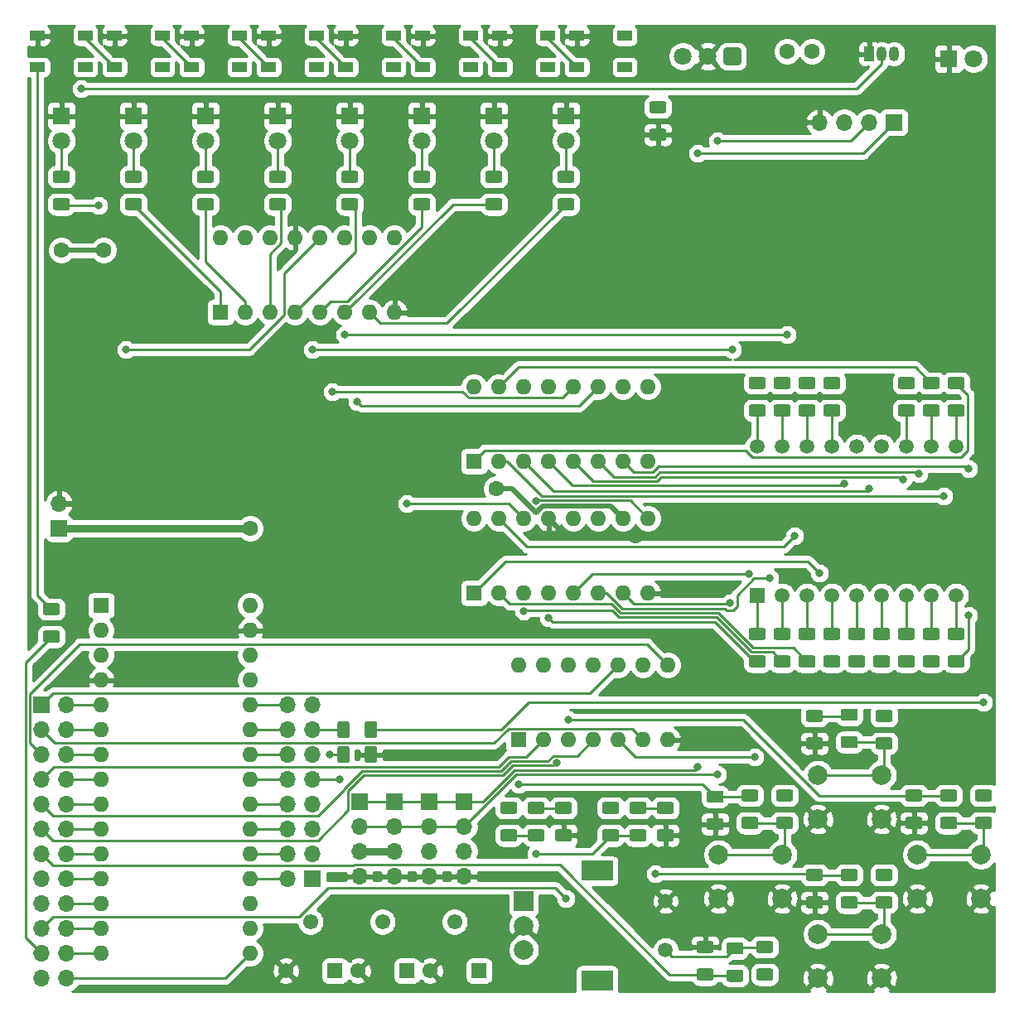
<source format=gbr>
G04 #@! TF.GenerationSoftware,KiCad,Pcbnew,(5.1.6)-1*
G04 #@! TF.CreationDate,2020-06-28T06:58:36-07:00*
G04 #@! TF.ProjectId,NanoDemo,4e616e6f-4465-46d6-9f2e-6b696361645f,rev?*
G04 #@! TF.SameCoordinates,Original*
G04 #@! TF.FileFunction,Copper,L1,Top*
G04 #@! TF.FilePolarity,Positive*
%FSLAX46Y46*%
G04 Gerber Fmt 4.6, Leading zero omitted, Abs format (unit mm)*
G04 Created by KiCad (PCBNEW (5.1.6)-1) date 2020-06-28 06:58:36*
%MOMM*%
%LPD*%
G01*
G04 APERTURE LIST*
G04 #@! TA.AperFunction,SMDPad,CuDef*
%ADD10R,1.500000X1.000000*%
G04 #@! TD*
G04 #@! TA.AperFunction,ComponentPad*
%ADD11O,1.700000X1.700000*%
G04 #@! TD*
G04 #@! TA.AperFunction,ComponentPad*
%ADD12R,1.700000X1.700000*%
G04 #@! TD*
G04 #@! TA.AperFunction,ComponentPad*
%ADD13C,1.800000*%
G04 #@! TD*
G04 #@! TA.AperFunction,ComponentPad*
%ADD14O,1.600000X1.600000*%
G04 #@! TD*
G04 #@! TA.AperFunction,ComponentPad*
%ADD15R,1.600000X1.600000*%
G04 #@! TD*
G04 #@! TA.AperFunction,ComponentPad*
%ADD16R,1.050000X1.500000*%
G04 #@! TD*
G04 #@! TA.AperFunction,ComponentPad*
%ADD17O,1.050000X1.500000*%
G04 #@! TD*
G04 #@! TA.AperFunction,ComponentPad*
%ADD18C,2.000000*%
G04 #@! TD*
G04 #@! TA.AperFunction,ComponentPad*
%ADD19C,1.550000*%
G04 #@! TD*
G04 #@! TA.AperFunction,ComponentPad*
%ADD20R,1.550000X1.550000*%
G04 #@! TD*
G04 #@! TA.AperFunction,ComponentPad*
%ADD21R,2.000000X2.000000*%
G04 #@! TD*
G04 #@! TA.AperFunction,ComponentPad*
%ADD22R,3.200000X2.000000*%
G04 #@! TD*
G04 #@! TA.AperFunction,ComponentPad*
%ADD23C,1.500000*%
G04 #@! TD*
G04 #@! TA.AperFunction,ComponentPad*
%ADD24C,1.600000*%
G04 #@! TD*
G04 #@! TA.AperFunction,ComponentPad*
%ADD25R,1.500000X1.500000*%
G04 #@! TD*
G04 #@! TA.AperFunction,ComponentPad*
%ADD26R,1.800000X1.800000*%
G04 #@! TD*
G04 #@! TA.AperFunction,ViaPad*
%ADD27C,1.600000*%
G04 #@! TD*
G04 #@! TA.AperFunction,ViaPad*
%ADD28C,0.800000*%
G04 #@! TD*
G04 #@! TA.AperFunction,Conductor*
%ADD29C,0.500000*%
G04 #@! TD*
G04 #@! TA.AperFunction,Conductor*
%ADD30C,0.250000*%
G04 #@! TD*
G04 #@! TA.AperFunction,Conductor*
%ADD31C,0.750000*%
G04 #@! TD*
G04 #@! TA.AperFunction,Conductor*
%ADD32C,0.254000*%
G04 #@! TD*
G04 APERTURE END LIST*
D10*
G04 #@! TO.P,D1,1*
G04 #@! TO.N,VCC*
X22770000Y-21412000D03*
G04 #@! TO.P,D1,2*
G04 #@! TO.N,Net-(D1-Pad2)*
X22770000Y-18212000D03*
G04 #@! TO.P,D1,4*
G04 #@! TO.N,Net-(D1-Pad4)*
X17870000Y-21412000D03*
G04 #@! TO.P,D1,3*
G04 #@! TO.N,GND*
X17870000Y-18212000D03*
G04 #@! TD*
G04 #@! TO.P,D8,1*
G04 #@! TO.N,VCC*
X77888000Y-21412000D03*
G04 #@! TO.P,D8,2*
G04 #@! TO.N,Net-(D8-Pad2)*
X77888000Y-18212000D03*
G04 #@! TO.P,D8,4*
G04 #@! TO.N,Net-(D7-Pad2)*
X72988000Y-21412000D03*
G04 #@! TO.P,D8,3*
G04 #@! TO.N,GND*
X72988000Y-18212000D03*
G04 #@! TD*
G04 #@! TO.P,D7,1*
G04 #@! TO.N,VCC*
X70014000Y-21412000D03*
G04 #@! TO.P,D7,2*
G04 #@! TO.N,Net-(D7-Pad2)*
X70014000Y-18212000D03*
G04 #@! TO.P,D7,4*
G04 #@! TO.N,Net-(D6-Pad2)*
X65114000Y-21412000D03*
G04 #@! TO.P,D7,3*
G04 #@! TO.N,GND*
X65114000Y-18212000D03*
G04 #@! TD*
G04 #@! TO.P,D6,1*
G04 #@! TO.N,VCC*
X62140000Y-21412000D03*
G04 #@! TO.P,D6,2*
G04 #@! TO.N,Net-(D6-Pad2)*
X62140000Y-18212000D03*
G04 #@! TO.P,D6,4*
G04 #@! TO.N,Net-(D5-Pad2)*
X57240000Y-21412000D03*
G04 #@! TO.P,D6,3*
G04 #@! TO.N,GND*
X57240000Y-18212000D03*
G04 #@! TD*
G04 #@! TO.P,D5,1*
G04 #@! TO.N,VCC*
X54266000Y-21412000D03*
G04 #@! TO.P,D5,2*
G04 #@! TO.N,Net-(D5-Pad2)*
X54266000Y-18212000D03*
G04 #@! TO.P,D5,4*
G04 #@! TO.N,Net-(D4-Pad2)*
X49366000Y-21412000D03*
G04 #@! TO.P,D5,3*
G04 #@! TO.N,GND*
X49366000Y-18212000D03*
G04 #@! TD*
G04 #@! TO.P,D4,1*
G04 #@! TO.N,VCC*
X46392000Y-21412000D03*
G04 #@! TO.P,D4,2*
G04 #@! TO.N,Net-(D4-Pad2)*
X46392000Y-18212000D03*
G04 #@! TO.P,D4,4*
G04 #@! TO.N,Net-(D3-Pad2)*
X41492000Y-21412000D03*
G04 #@! TO.P,D4,3*
G04 #@! TO.N,GND*
X41492000Y-18212000D03*
G04 #@! TD*
G04 #@! TO.P,D3,1*
G04 #@! TO.N,VCC*
X38518000Y-21412000D03*
G04 #@! TO.P,D3,2*
G04 #@! TO.N,Net-(D3-Pad2)*
X38518000Y-18212000D03*
G04 #@! TO.P,D3,4*
G04 #@! TO.N,Net-(D2-Pad2)*
X33618000Y-21412000D03*
G04 #@! TO.P,D3,3*
G04 #@! TO.N,GND*
X33618000Y-18212000D03*
G04 #@! TD*
G04 #@! TO.P,D2,1*
G04 #@! TO.N,VCC*
X30644000Y-21412000D03*
G04 #@! TO.P,D2,2*
G04 #@! TO.N,Net-(D2-Pad2)*
X30644000Y-18212000D03*
G04 #@! TO.P,D2,4*
G04 #@! TO.N,Net-(D1-Pad2)*
X25744000Y-21412000D03*
G04 #@! TO.P,D2,3*
G04 #@! TO.N,GND*
X25744000Y-18212000D03*
G04 #@! TD*
D11*
G04 #@! TO.P,Ext. Power,2*
G04 #@! TO.N,GND*
X20066000Y-66040000D03*
D12*
G04 #@! TO.P,Ext. Power,1*
G04 #@! TO.N,VIN*
X20066000Y-68580000D03*
G04 #@! TD*
D11*
G04 #@! TO.P,J5 - OLED Display,2*
G04 #@! TO.N,I2C_Clock*
X102870000Y-27051000D03*
D12*
G04 #@! TO.P,J5 - OLED Display,1*
G04 #@! TO.N,I2C_Data*
X105410000Y-27051000D03*
D11*
G04 #@! TO.P,J5 - OLED Display,4*
G04 #@! TO.N,GND*
X97790000Y-27051000D03*
G04 #@! TO.P,J5 - OLED Display,3*
G04 #@! TO.N,VCC*
X100330000Y-27051000D03*
G04 #@! TD*
D13*
G04 #@! TO.P,IR Rx,3*
G04 #@! TO.N,VCC*
X83820000Y-20320000D03*
G04 #@! TO.P,IR Rx,2*
G04 #@! TO.N,GND*
X86360000Y-20320000D03*
G04 #@! TO.P,IR Rx,1*
G04 #@! TO.N,IR_Rx*
G04 #@! TA.AperFunction,ComponentPad*
G36*
G01*
X89800000Y-19670200D02*
X89800000Y-20969800D01*
G75*
G02*
X89549800Y-21220000I-250200J0D01*
G01*
X88250200Y-21220000D01*
G75*
G02*
X88000000Y-20969800I0J250200D01*
G01*
X88000000Y-19670200D01*
G75*
G02*
X88250200Y-19420000I250200J0D01*
G01*
X89549800Y-19420000D01*
G75*
G02*
X89800000Y-19670200I0J-250200D01*
G01*
G37*
G04 #@! TD.AperFunction*
G04 #@! TD*
D14*
G04 #@! TO.P,U5 - 74HC595,16*
G04 #@! TO.N,VCC*
X62484000Y-54102000D03*
G04 #@! TO.P,U5 - 74HC595,8*
G04 #@! TO.N,GND*
X80264000Y-61722000D03*
G04 #@! TO.P,U5 - 74HC595,15*
G04 #@! TO.N,Net-(R33-Pad2)*
X65024000Y-54102000D03*
G04 #@! TO.P,U5 - 74HC595,7*
G04 #@! TO.N,Net-(R41-Pad2)*
X77724000Y-61722000D03*
G04 #@! TO.P,U5 - 74HC595,14*
G04 #@! TO.N,Net-(U4-Pad9)*
X67564000Y-54102000D03*
G04 #@! TO.P,U5 - 74HC595,6*
G04 #@! TO.N,Net-(R40-Pad2)*
X75184000Y-61722000D03*
G04 #@! TO.P,U5 - 74HC595,13*
G04 #@! TO.N,GND*
X70104000Y-54102000D03*
G04 #@! TO.P,U5 - 74HC595,5*
G04 #@! TO.N,Net-(R39-Pad2)*
X72644000Y-61722000D03*
G04 #@! TO.P,U5 - 74HC595,12*
G04 #@! TO.N,RCLK*
X72644000Y-54102000D03*
G04 #@! TO.P,U5 - 74HC595,4*
G04 #@! TO.N,Net-(R38-Pad2)*
X70104000Y-61722000D03*
G04 #@! TO.P,U5 - 74HC595,11*
G04 #@! TO.N,SRCLK*
X75184000Y-54102000D03*
G04 #@! TO.P,U5 - 74HC595,3*
G04 #@! TO.N,Net-(R37-Pad2)*
X67564000Y-61722000D03*
G04 #@! TO.P,U5 - 74HC595,10*
G04 #@! TO.N,VCC*
X77724000Y-54102000D03*
G04 #@! TO.P,U5 - 74HC595,2*
G04 #@! TO.N,Net-(R36-Pad2)*
X65024000Y-61722000D03*
G04 #@! TO.P,U5 - 74HC595,9*
G04 #@! TO.N,Net-(U5-Pad9)*
X80264000Y-54102000D03*
D15*
G04 #@! TO.P,U5 - 74HC595,1*
G04 #@! TO.N,Net-(R34-Pad2)*
X62484000Y-61722000D03*
G04 #@! TD*
D14*
G04 #@! TO.P,U4 - 74HC595,16*
G04 #@! TO.N,VCC*
X62484000Y-67564000D03*
G04 #@! TO.P,U4 - 74HC595,8*
G04 #@! TO.N,GND*
X80264000Y-75184000D03*
G04 #@! TO.P,U4 - 74HC595,15*
G04 #@! TO.N,Net-(R18-Pad2)*
X65024000Y-67564000D03*
G04 #@! TO.P,U4 - 74HC595,7*
G04 #@! TO.N,Net-(R29-Pad2)*
X77724000Y-75184000D03*
G04 #@! TO.P,U4 - 74HC595,14*
G04 #@! TO.N,7SegData*
X67564000Y-67564000D03*
G04 #@! TO.P,U4 - 74HC595,6*
G04 #@! TO.N,Net-(R27-Pad2)*
X75184000Y-75184000D03*
G04 #@! TO.P,U4 - 74HC595,13*
G04 #@! TO.N,GND*
X70104000Y-67564000D03*
G04 #@! TO.P,U4 - 74HC595,5*
G04 #@! TO.N,Net-(R26-Pad2)*
X72644000Y-75184000D03*
G04 #@! TO.P,U4 - 74HC595,12*
G04 #@! TO.N,RCLK*
X72644000Y-67564000D03*
G04 #@! TO.P,U4 - 74HC595,4*
G04 #@! TO.N,Net-(R24-Pad2)*
X70104000Y-75184000D03*
G04 #@! TO.P,U4 - 74HC595,11*
G04 #@! TO.N,SRCLK*
X75184000Y-67564000D03*
G04 #@! TO.P,U4 - 74HC595,3*
G04 #@! TO.N,Net-(R23-Pad2)*
X67564000Y-75184000D03*
G04 #@! TO.P,U4 - 74HC595,10*
G04 #@! TO.N,VCC*
X77724000Y-67564000D03*
G04 #@! TO.P,U4 - 74HC595,2*
G04 #@! TO.N,Net-(R21-Pad2)*
X65024000Y-75184000D03*
G04 #@! TO.P,U4 - 74HC595,9*
G04 #@! TO.N,Net-(U4-Pad9)*
X80264000Y-67564000D03*
D15*
G04 #@! TO.P,U4 - 74HC595,1*
G04 #@! TO.N,Net-(R20-Pad2)*
X62484000Y-75184000D03*
G04 #@! TD*
D14*
G04 #@! TO.P,U3 - 74HC595,16*
G04 #@! TO.N,VCC*
X36576000Y-38862000D03*
G04 #@! TO.P,U3 - 74HC595,8*
G04 #@! TO.N,GND*
X54356000Y-46482000D03*
G04 #@! TO.P,U3 - 74HC595,15*
G04 #@! TO.N,Net-(R16-Pad2)*
X39116000Y-38862000D03*
G04 #@! TO.P,U3 - 74HC595,7*
G04 #@! TO.N,Net-(R35-Pad2)*
X51816000Y-46482000D03*
G04 #@! TO.P,U3 - 74HC595,14*
G04 #@! TO.N,SerialData*
X41656000Y-38862000D03*
G04 #@! TO.P,U3 - 74HC595,6*
G04 #@! TO.N,Net-(R30-Pad2)*
X49276000Y-46482000D03*
G04 #@! TO.P,U3 - 74HC595,13*
G04 #@! TO.N,GND*
X44196000Y-38862000D03*
G04 #@! TO.P,U3 - 74HC595,5*
G04 #@! TO.N,Net-(R28-Pad2)*
X46736000Y-46482000D03*
G04 #@! TO.P,U3 - 74HC595,12*
G04 #@! TO.N,RCLK*
X46736000Y-38862000D03*
G04 #@! TO.P,U3 - 74HC595,4*
G04 #@! TO.N,Net-(R25-Pad2)*
X44196000Y-46482000D03*
G04 #@! TO.P,U3 - 74HC595,11*
G04 #@! TO.N,SRCLK*
X49276000Y-38862000D03*
G04 #@! TO.P,U3 - 74HC595,3*
G04 #@! TO.N,Net-(R22-Pad2)*
X41656000Y-46482000D03*
G04 #@! TO.P,U3 - 74HC595,10*
G04 #@! TO.N,VCC*
X51816000Y-38862000D03*
G04 #@! TO.P,U3 - 74HC595,2*
G04 #@! TO.N,Net-(R19-Pad2)*
X39116000Y-46482000D03*
G04 #@! TO.P,U3 - 74HC595,9*
G04 #@! TO.N,7SegData*
X54356000Y-38862000D03*
D15*
G04 #@! TO.P,U3 - 74HC595,1*
G04 #@! TO.N,Net-(R17-Pad2)*
X36576000Y-46482000D03*
G04 #@! TD*
D16*
G04 #@! TO.P,Temperature,1*
G04 #@! TO.N,GND*
X102870000Y-20066000D03*
D17*
G04 #@! TO.P,Temperature,3*
G04 #@! TO.N,VCC*
X105410000Y-20066000D03*
G04 #@! TO.P,Temperature,2*
G04 #@! TO.N,TempSense*
X104140000Y-20066000D03*
G04 #@! TD*
D14*
G04 #@! TO.P,U1 - 74HC14,14*
G04 #@! TO.N,VCC*
X67056000Y-82550000D03*
G04 #@! TO.P,U1 - 74HC14,7*
G04 #@! TO.N,GND*
X82296000Y-90170000D03*
G04 #@! TO.P,U1 - 74HC14,13*
G04 #@! TO.N,Net-(C5-Pad1)*
X69596000Y-82550000D03*
G04 #@! TO.P,U1 - 74HC14,6*
G04 #@! TO.N,Up_SW*
X79756000Y-90170000D03*
G04 #@! TO.P,U1 - 74HC14,12*
G04 #@! TO.N,Enc_B*
X72136000Y-82550000D03*
G04 #@! TO.P,U1 - 74HC14,5*
G04 #@! TO.N,Net-(C7-Pad1)*
X77216000Y-90170000D03*
G04 #@! TO.P,U1 - 74HC14,11*
G04 #@! TO.N,Net-(C2-Pad2)*
X74676000Y-82550000D03*
G04 #@! TO.P,U1 - 74HC14,4*
G04 #@! TO.N,Right_SW*
X74676000Y-90170000D03*
G04 #@! TO.P,U1 - 74HC14,10*
G04 #@! TO.N,Enc_A*
X77216000Y-82550000D03*
G04 #@! TO.P,U1 - 74HC14,3*
G04 #@! TO.N,Net-(C4-Pad1)*
X72136000Y-90170000D03*
G04 #@! TO.P,U1 - 74HC14,9*
G04 #@! TO.N,Net-(C8-Pad1)*
X79756000Y-82550000D03*
G04 #@! TO.P,U1 - 74HC14,2*
G04 #@! TO.N,Left_SW*
X69596000Y-90170000D03*
G04 #@! TO.P,U1 - 74HC14,8*
G04 #@! TO.N,Down_SW*
X82296000Y-82550000D03*
D15*
G04 #@! TO.P,U1 - 74HC14,1*
G04 #@! TO.N,Net-(C3-Pad1)*
X67056000Y-90170000D03*
G04 #@! TD*
D18*
G04 #@! TO.P,SW4,1*
G04 #@! TO.N,GND*
X97640000Y-114554000D03*
G04 #@! TO.P,SW4,2*
G04 #@! TO.N,Net-(R13-Pad2)*
X97640000Y-110054000D03*
G04 #@! TO.P,SW4,1*
G04 #@! TO.N,GND*
X104140000Y-114554000D03*
G04 #@! TO.P,SW4,2*
G04 #@! TO.N,Net-(R13-Pad2)*
X104140000Y-110054000D03*
G04 #@! TD*
G04 #@! TO.P,SW3,1*
G04 #@! TO.N,GND*
X97640000Y-98298000D03*
G04 #@! TO.P,SW3,2*
G04 #@! TO.N,Net-(R12-Pad2)*
X97640000Y-93798000D03*
G04 #@! TO.P,SW3,1*
G04 #@! TO.N,GND*
X104140000Y-98298000D03*
G04 #@! TO.P,SW3,2*
G04 #@! TO.N,Net-(R12-Pad2)*
X104140000Y-93798000D03*
G04 #@! TD*
G04 #@! TO.P,SW2,1*
G04 #@! TO.N,GND*
X107800000Y-106426000D03*
G04 #@! TO.P,SW2,2*
G04 #@! TO.N,Net-(R2-Pad2)*
X107800000Y-101926000D03*
G04 #@! TO.P,SW2,1*
G04 #@! TO.N,GND*
X114300000Y-106426000D03*
G04 #@! TO.P,SW2,2*
G04 #@! TO.N,Net-(R2-Pad2)*
X114300000Y-101926000D03*
G04 #@! TD*
G04 #@! TO.P,SW1,1*
G04 #@! TO.N,GND*
X87480000Y-106426000D03*
G04 #@! TO.P,SW1,2*
G04 #@! TO.N,Net-(R1-Pad2)*
X87480000Y-101926000D03*
G04 #@! TO.P,SW1,1*
G04 #@! TO.N,GND*
X93980000Y-106426000D03*
G04 #@! TO.P,SW1,2*
G04 #@! TO.N,Net-(R1-Pad2)*
X93980000Y-101926000D03*
G04 #@! TD*
D19*
G04 #@! TO.P,RV3,2*
G04 #@! TO.N,POT_3*
X60492000Y-108792000D03*
D20*
G04 #@! TO.P,RV3,1*
G04 #@! TO.N,VCC*
X62992000Y-113792000D03*
D19*
G04 #@! TO.P,RV3,3*
G04 #@! TO.N,GND*
X57992000Y-113792000D03*
G04 #@! TD*
G04 #@! TO.P,RV2,2*
G04 #@! TO.N,POT_2*
X53126000Y-108792000D03*
D20*
G04 #@! TO.P,RV2,1*
G04 #@! TO.N,VCC*
X55626000Y-113792000D03*
D19*
G04 #@! TO.P,RV2,3*
G04 #@! TO.N,GND*
X50626000Y-113792000D03*
G04 #@! TD*
G04 #@! TO.P,RV1,2*
G04 #@! TO.N,POT_1*
X45760000Y-108792000D03*
D20*
G04 #@! TO.P,RV1,1*
G04 #@! TO.N,VCC*
X48260000Y-113792000D03*
D19*
G04 #@! TO.P,RV1,3*
G04 #@! TO.N,GND*
X43260000Y-113792000D03*
G04 #@! TD*
D21*
G04 #@! TO.P,Rot. Enc.,A*
G04 #@! TO.N,Net-(R10-Pad2)*
X67564000Y-106680000D03*
D18*
G04 #@! TO.P,Rot. Enc.,C*
G04 #@! TO.N,GND*
X67564000Y-109180000D03*
G04 #@! TO.P,Rot. Enc.,B*
G04 #@! TO.N,Net-(R4-Pad2)*
X67564000Y-111680000D03*
D22*
G04 #@! TO.P,Rot. Enc.,MP*
G04 #@! TO.N,N/C*
X75064000Y-103580000D03*
X75064000Y-114780000D03*
D23*
G04 #@! TO.P,Rot. Enc.,S1*
G04 #@! TO.N,GND*
X82064000Y-106680000D03*
G04 #@! TO.P,Rot. Enc.,S2*
G04 #@! TO.N,Net-(R3-Pad2)*
X82064000Y-111680000D03*
G04 #@! TD*
G04 #@! TO.P,R42,2*
G04 #@! TO.N,IR_Tx*
G04 #@! TA.AperFunction,SMDPad,CuDef*
G36*
G01*
X49771000Y-88529000D02*
X49771000Y-89779000D01*
G75*
G02*
X49521000Y-90029000I-250000J0D01*
G01*
X48771000Y-90029000D01*
G75*
G02*
X48521000Y-89779000I0J250000D01*
G01*
X48521000Y-88529000D01*
G75*
G02*
X48771000Y-88279000I250000J0D01*
G01*
X49521000Y-88279000D01*
G75*
G02*
X49771000Y-88529000I0J-250000D01*
G01*
G37*
G04 #@! TD.AperFunction*
G04 #@! TO.P,R42,1*
G04 #@! TO.N,Net-(D17-Pad2)*
G04 #@! TA.AperFunction,SMDPad,CuDef*
G36*
G01*
X52571000Y-88529000D02*
X52571000Y-89779000D01*
G75*
G02*
X52321000Y-90029000I-250000J0D01*
G01*
X51571000Y-90029000D01*
G75*
G02*
X51321000Y-89779000I0J250000D01*
G01*
X51321000Y-88529000D01*
G75*
G02*
X51571000Y-88279000I250000J0D01*
G01*
X52321000Y-88279000D01*
G75*
G02*
X52571000Y-88529000I0J-250000D01*
G01*
G37*
G04 #@! TD.AperFunction*
G04 #@! TD*
G04 #@! TO.P,R41,2*
G04 #@! TO.N,Net-(R41-Pad2)*
G04 #@! TA.AperFunction,SMDPad,CuDef*
G36*
G01*
X111135000Y-81547000D02*
X112385000Y-81547000D01*
G75*
G02*
X112635000Y-81797000I0J-250000D01*
G01*
X112635000Y-82547000D01*
G75*
G02*
X112385000Y-82797000I-250000J0D01*
G01*
X111135000Y-82797000D01*
G75*
G02*
X110885000Y-82547000I0J250000D01*
G01*
X110885000Y-81797000D01*
G75*
G02*
X111135000Y-81547000I250000J0D01*
G01*
G37*
G04 #@! TD.AperFunction*
G04 #@! TO.P,R41,1*
G04 #@! TO.N,2H*
G04 #@! TA.AperFunction,SMDPad,CuDef*
G36*
G01*
X111135000Y-78747000D02*
X112385000Y-78747000D01*
G75*
G02*
X112635000Y-78997000I0J-250000D01*
G01*
X112635000Y-79747000D01*
G75*
G02*
X112385000Y-79997000I-250000J0D01*
G01*
X111135000Y-79997000D01*
G75*
G02*
X110885000Y-79747000I0J250000D01*
G01*
X110885000Y-78997000D01*
G75*
G02*
X111135000Y-78747000I250000J0D01*
G01*
G37*
G04 #@! TD.AperFunction*
G04 #@! TD*
G04 #@! TO.P,R40,2*
G04 #@! TO.N,Net-(R40-Pad2)*
G04 #@! TA.AperFunction,SMDPad,CuDef*
G36*
G01*
X106055000Y-81547000D02*
X107305000Y-81547000D01*
G75*
G02*
X107555000Y-81797000I0J-250000D01*
G01*
X107555000Y-82547000D01*
G75*
G02*
X107305000Y-82797000I-250000J0D01*
G01*
X106055000Y-82797000D01*
G75*
G02*
X105805000Y-82547000I0J250000D01*
G01*
X105805000Y-81797000D01*
G75*
G02*
X106055000Y-81547000I250000J0D01*
G01*
G37*
G04 #@! TD.AperFunction*
G04 #@! TO.P,R40,1*
G04 #@! TO.N,2G*
G04 #@! TA.AperFunction,SMDPad,CuDef*
G36*
G01*
X106055000Y-78747000D02*
X107305000Y-78747000D01*
G75*
G02*
X107555000Y-78997000I0J-250000D01*
G01*
X107555000Y-79747000D01*
G75*
G02*
X107305000Y-79997000I-250000J0D01*
G01*
X106055000Y-79997000D01*
G75*
G02*
X105805000Y-79747000I0J250000D01*
G01*
X105805000Y-78997000D01*
G75*
G02*
X106055000Y-78747000I250000J0D01*
G01*
G37*
G04 #@! TD.AperFunction*
G04 #@! TD*
G04 #@! TO.P,R39,2*
G04 #@! TO.N,Net-(R39-Pad2)*
G04 #@! TA.AperFunction,SMDPad,CuDef*
G36*
G01*
X107305000Y-54343000D02*
X106055000Y-54343000D01*
G75*
G02*
X105805000Y-54093000I0J250000D01*
G01*
X105805000Y-53343000D01*
G75*
G02*
X106055000Y-53093000I250000J0D01*
G01*
X107305000Y-53093000D01*
G75*
G02*
X107555000Y-53343000I0J-250000D01*
G01*
X107555000Y-54093000D01*
G75*
G02*
X107305000Y-54343000I-250000J0D01*
G01*
G37*
G04 #@! TD.AperFunction*
G04 #@! TO.P,R39,1*
G04 #@! TO.N,2F*
G04 #@! TA.AperFunction,SMDPad,CuDef*
G36*
G01*
X107305000Y-57143000D02*
X106055000Y-57143000D01*
G75*
G02*
X105805000Y-56893000I0J250000D01*
G01*
X105805000Y-56143000D01*
G75*
G02*
X106055000Y-55893000I250000J0D01*
G01*
X107305000Y-55893000D01*
G75*
G02*
X107555000Y-56143000I0J-250000D01*
G01*
X107555000Y-56893000D01*
G75*
G02*
X107305000Y-57143000I-250000J0D01*
G01*
G37*
G04 #@! TD.AperFunction*
G04 #@! TD*
G04 #@! TO.P,R38,2*
G04 #@! TO.N,Net-(R38-Pad2)*
G04 #@! TA.AperFunction,SMDPad,CuDef*
G36*
G01*
X100975000Y-81547000D02*
X102225000Y-81547000D01*
G75*
G02*
X102475000Y-81797000I0J-250000D01*
G01*
X102475000Y-82547000D01*
G75*
G02*
X102225000Y-82797000I-250000J0D01*
G01*
X100975000Y-82797000D01*
G75*
G02*
X100725000Y-82547000I0J250000D01*
G01*
X100725000Y-81797000D01*
G75*
G02*
X100975000Y-81547000I250000J0D01*
G01*
G37*
G04 #@! TD.AperFunction*
G04 #@! TO.P,R38,1*
G04 #@! TO.N,2E*
G04 #@! TA.AperFunction,SMDPad,CuDef*
G36*
G01*
X100975000Y-78747000D02*
X102225000Y-78747000D01*
G75*
G02*
X102475000Y-78997000I0J-250000D01*
G01*
X102475000Y-79747000D01*
G75*
G02*
X102225000Y-79997000I-250000J0D01*
G01*
X100975000Y-79997000D01*
G75*
G02*
X100725000Y-79747000I0J250000D01*
G01*
X100725000Y-78997000D01*
G75*
G02*
X100975000Y-78747000I250000J0D01*
G01*
G37*
G04 #@! TD.AperFunction*
G04 #@! TD*
G04 #@! TO.P,R37,2*
G04 #@! TO.N,Net-(R37-Pad2)*
G04 #@! TA.AperFunction,SMDPad,CuDef*
G36*
G01*
X103515000Y-81547000D02*
X104765000Y-81547000D01*
G75*
G02*
X105015000Y-81797000I0J-250000D01*
G01*
X105015000Y-82547000D01*
G75*
G02*
X104765000Y-82797000I-250000J0D01*
G01*
X103515000Y-82797000D01*
G75*
G02*
X103265000Y-82547000I0J250000D01*
G01*
X103265000Y-81797000D01*
G75*
G02*
X103515000Y-81547000I250000J0D01*
G01*
G37*
G04 #@! TD.AperFunction*
G04 #@! TO.P,R37,1*
G04 #@! TO.N,2D*
G04 #@! TA.AperFunction,SMDPad,CuDef*
G36*
G01*
X103515000Y-78747000D02*
X104765000Y-78747000D01*
G75*
G02*
X105015000Y-78997000I0J-250000D01*
G01*
X105015000Y-79747000D01*
G75*
G02*
X104765000Y-79997000I-250000J0D01*
G01*
X103515000Y-79997000D01*
G75*
G02*
X103265000Y-79747000I0J250000D01*
G01*
X103265000Y-78997000D01*
G75*
G02*
X103515000Y-78747000I250000J0D01*
G01*
G37*
G04 #@! TD.AperFunction*
G04 #@! TD*
G04 #@! TO.P,R36,2*
G04 #@! TO.N,Net-(R36-Pad2)*
G04 #@! TA.AperFunction,SMDPad,CuDef*
G36*
G01*
X108595000Y-81547000D02*
X109845000Y-81547000D01*
G75*
G02*
X110095000Y-81797000I0J-250000D01*
G01*
X110095000Y-82547000D01*
G75*
G02*
X109845000Y-82797000I-250000J0D01*
G01*
X108595000Y-82797000D01*
G75*
G02*
X108345000Y-82547000I0J250000D01*
G01*
X108345000Y-81797000D01*
G75*
G02*
X108595000Y-81547000I250000J0D01*
G01*
G37*
G04 #@! TD.AperFunction*
G04 #@! TO.P,R36,1*
G04 #@! TO.N,2C*
G04 #@! TA.AperFunction,SMDPad,CuDef*
G36*
G01*
X108595000Y-78747000D02*
X109845000Y-78747000D01*
G75*
G02*
X110095000Y-78997000I0J-250000D01*
G01*
X110095000Y-79747000D01*
G75*
G02*
X109845000Y-79997000I-250000J0D01*
G01*
X108595000Y-79997000D01*
G75*
G02*
X108345000Y-79747000I0J250000D01*
G01*
X108345000Y-78997000D01*
G75*
G02*
X108595000Y-78747000I250000J0D01*
G01*
G37*
G04 #@! TD.AperFunction*
G04 #@! TD*
G04 #@! TO.P,R35,2*
G04 #@! TO.N,Net-(R35-Pad2)*
G04 #@! TA.AperFunction,SMDPad,CuDef*
G36*
G01*
X71257000Y-34811000D02*
X72507000Y-34811000D01*
G75*
G02*
X72757000Y-35061000I0J-250000D01*
G01*
X72757000Y-35811000D01*
G75*
G02*
X72507000Y-36061000I-250000J0D01*
G01*
X71257000Y-36061000D01*
G75*
G02*
X71007000Y-35811000I0J250000D01*
G01*
X71007000Y-35061000D01*
G75*
G02*
X71257000Y-34811000I250000J0D01*
G01*
G37*
G04 #@! TD.AperFunction*
G04 #@! TO.P,R35,1*
G04 #@! TO.N,Net-(D16-Pad2)*
G04 #@! TA.AperFunction,SMDPad,CuDef*
G36*
G01*
X71257000Y-32011000D02*
X72507000Y-32011000D01*
G75*
G02*
X72757000Y-32261000I0J-250000D01*
G01*
X72757000Y-33011000D01*
G75*
G02*
X72507000Y-33261000I-250000J0D01*
G01*
X71257000Y-33261000D01*
G75*
G02*
X71007000Y-33011000I0J250000D01*
G01*
X71007000Y-32261000D01*
G75*
G02*
X71257000Y-32011000I250000J0D01*
G01*
G37*
G04 #@! TD.AperFunction*
G04 #@! TD*
G04 #@! TO.P,R34,2*
G04 #@! TO.N,Net-(R34-Pad2)*
G04 #@! TA.AperFunction,SMDPad,CuDef*
G36*
G01*
X112385000Y-54343000D02*
X111135000Y-54343000D01*
G75*
G02*
X110885000Y-54093000I0J250000D01*
G01*
X110885000Y-53343000D01*
G75*
G02*
X111135000Y-53093000I250000J0D01*
G01*
X112385000Y-53093000D01*
G75*
G02*
X112635000Y-53343000I0J-250000D01*
G01*
X112635000Y-54093000D01*
G75*
G02*
X112385000Y-54343000I-250000J0D01*
G01*
G37*
G04 #@! TD.AperFunction*
G04 #@! TO.P,R34,1*
G04 #@! TO.N,2B*
G04 #@! TA.AperFunction,SMDPad,CuDef*
G36*
G01*
X112385000Y-57143000D02*
X111135000Y-57143000D01*
G75*
G02*
X110885000Y-56893000I0J250000D01*
G01*
X110885000Y-56143000D01*
G75*
G02*
X111135000Y-55893000I250000J0D01*
G01*
X112385000Y-55893000D01*
G75*
G02*
X112635000Y-56143000I0J-250000D01*
G01*
X112635000Y-56893000D01*
G75*
G02*
X112385000Y-57143000I-250000J0D01*
G01*
G37*
G04 #@! TD.AperFunction*
G04 #@! TD*
G04 #@! TO.P,R33,2*
G04 #@! TO.N,Net-(R33-Pad2)*
G04 #@! TA.AperFunction,SMDPad,CuDef*
G36*
G01*
X109845000Y-54343000D02*
X108595000Y-54343000D01*
G75*
G02*
X108345000Y-54093000I0J250000D01*
G01*
X108345000Y-53343000D01*
G75*
G02*
X108595000Y-53093000I250000J0D01*
G01*
X109845000Y-53093000D01*
G75*
G02*
X110095000Y-53343000I0J-250000D01*
G01*
X110095000Y-54093000D01*
G75*
G02*
X109845000Y-54343000I-250000J0D01*
G01*
G37*
G04 #@! TD.AperFunction*
G04 #@! TO.P,R33,1*
G04 #@! TO.N,2A*
G04 #@! TA.AperFunction,SMDPad,CuDef*
G36*
G01*
X109845000Y-57143000D02*
X108595000Y-57143000D01*
G75*
G02*
X108345000Y-56893000I0J250000D01*
G01*
X108345000Y-56143000D01*
G75*
G02*
X108595000Y-55893000I250000J0D01*
G01*
X109845000Y-55893000D01*
G75*
G02*
X110095000Y-56143000I0J-250000D01*
G01*
X110095000Y-56893000D01*
G75*
G02*
X109845000Y-57143000I-250000J0D01*
G01*
G37*
G04 #@! TD.AperFunction*
G04 #@! TD*
G04 #@! TO.P,R32,2*
G04 #@! TO.N,Photo*
G04 #@! TA.AperFunction,SMDPad,CuDef*
G36*
G01*
X49771000Y-91069000D02*
X49771000Y-92319000D01*
G75*
G02*
X49521000Y-92569000I-250000J0D01*
G01*
X48771000Y-92569000D01*
G75*
G02*
X48521000Y-92319000I0J250000D01*
G01*
X48521000Y-91069000D01*
G75*
G02*
X48771000Y-90819000I250000J0D01*
G01*
X49521000Y-90819000D01*
G75*
G02*
X49771000Y-91069000I0J-250000D01*
G01*
G37*
G04 #@! TD.AperFunction*
G04 #@! TO.P,R32,1*
G04 #@! TO.N,GND*
G04 #@! TA.AperFunction,SMDPad,CuDef*
G36*
G01*
X52571000Y-91069000D02*
X52571000Y-92319000D01*
G75*
G02*
X52321000Y-92569000I-250000J0D01*
G01*
X51571000Y-92569000D01*
G75*
G02*
X51321000Y-92319000I0J250000D01*
G01*
X51321000Y-91069000D01*
G75*
G02*
X51571000Y-90819000I250000J0D01*
G01*
X52321000Y-90819000D01*
G75*
G02*
X52571000Y-91069000I0J-250000D01*
G01*
G37*
G04 #@! TD.AperFunction*
G04 #@! TD*
D24*
G04 #@! TO.P,Photocell,2*
G04 #@! TO.N,VCC*
X97028000Y-19812000D03*
G04 #@! TO.P,Photocell,1*
G04 #@! TO.N,Photo*
X94488000Y-19812000D03*
G04 #@! TD*
G04 #@! TO.P,R30,2*
G04 #@! TO.N,Net-(R30-Pad2)*
G04 #@! TA.AperFunction,SMDPad,CuDef*
G36*
G01*
X63891000Y-34811000D02*
X65141000Y-34811000D01*
G75*
G02*
X65391000Y-35061000I0J-250000D01*
G01*
X65391000Y-35811000D01*
G75*
G02*
X65141000Y-36061000I-250000J0D01*
G01*
X63891000Y-36061000D01*
G75*
G02*
X63641000Y-35811000I0J250000D01*
G01*
X63641000Y-35061000D01*
G75*
G02*
X63891000Y-34811000I250000J0D01*
G01*
G37*
G04 #@! TD.AperFunction*
G04 #@! TO.P,R30,1*
G04 #@! TO.N,Net-(D15-Pad2)*
G04 #@! TA.AperFunction,SMDPad,CuDef*
G36*
G01*
X63891000Y-32011000D02*
X65141000Y-32011000D01*
G75*
G02*
X65391000Y-32261000I0J-250000D01*
G01*
X65391000Y-33011000D01*
G75*
G02*
X65141000Y-33261000I-250000J0D01*
G01*
X63891000Y-33261000D01*
G75*
G02*
X63641000Y-33011000I0J250000D01*
G01*
X63641000Y-32261000D01*
G75*
G02*
X63891000Y-32011000I250000J0D01*
G01*
G37*
G04 #@! TD.AperFunction*
G04 #@! TD*
G04 #@! TO.P,R29,2*
G04 #@! TO.N,Net-(R29-Pad2)*
G04 #@! TA.AperFunction,SMDPad,CuDef*
G36*
G01*
X98435000Y-81547000D02*
X99685000Y-81547000D01*
G75*
G02*
X99935000Y-81797000I0J-250000D01*
G01*
X99935000Y-82547000D01*
G75*
G02*
X99685000Y-82797000I-250000J0D01*
G01*
X98435000Y-82797000D01*
G75*
G02*
X98185000Y-82547000I0J250000D01*
G01*
X98185000Y-81797000D01*
G75*
G02*
X98435000Y-81547000I250000J0D01*
G01*
G37*
G04 #@! TD.AperFunction*
G04 #@! TO.P,R29,1*
G04 #@! TO.N,1H*
G04 #@! TA.AperFunction,SMDPad,CuDef*
G36*
G01*
X98435000Y-78747000D02*
X99685000Y-78747000D01*
G75*
G02*
X99935000Y-78997000I0J-250000D01*
G01*
X99935000Y-79747000D01*
G75*
G02*
X99685000Y-79997000I-250000J0D01*
G01*
X98435000Y-79997000D01*
G75*
G02*
X98185000Y-79747000I0J250000D01*
G01*
X98185000Y-78997000D01*
G75*
G02*
X98435000Y-78747000I250000J0D01*
G01*
G37*
G04 #@! TD.AperFunction*
G04 #@! TD*
G04 #@! TO.P,R28,2*
G04 #@! TO.N,Net-(R28-Pad2)*
G04 #@! TA.AperFunction,SMDPad,CuDef*
G36*
G01*
X56525000Y-34811000D02*
X57775000Y-34811000D01*
G75*
G02*
X58025000Y-35061000I0J-250000D01*
G01*
X58025000Y-35811000D01*
G75*
G02*
X57775000Y-36061000I-250000J0D01*
G01*
X56525000Y-36061000D01*
G75*
G02*
X56275000Y-35811000I0J250000D01*
G01*
X56275000Y-35061000D01*
G75*
G02*
X56525000Y-34811000I250000J0D01*
G01*
G37*
G04 #@! TD.AperFunction*
G04 #@! TO.P,R28,1*
G04 #@! TO.N,Net-(D14-Pad2)*
G04 #@! TA.AperFunction,SMDPad,CuDef*
G36*
G01*
X56525000Y-32011000D02*
X57775000Y-32011000D01*
G75*
G02*
X58025000Y-32261000I0J-250000D01*
G01*
X58025000Y-33011000D01*
G75*
G02*
X57775000Y-33261000I-250000J0D01*
G01*
X56525000Y-33261000D01*
G75*
G02*
X56275000Y-33011000I0J250000D01*
G01*
X56275000Y-32261000D01*
G75*
G02*
X56525000Y-32011000I250000J0D01*
G01*
G37*
G04 #@! TD.AperFunction*
G04 #@! TD*
G04 #@! TO.P,R27,2*
G04 #@! TO.N,Net-(R27-Pad2)*
G04 #@! TA.AperFunction,SMDPad,CuDef*
G36*
G01*
X94605000Y-54343000D02*
X93355000Y-54343000D01*
G75*
G02*
X93105000Y-54093000I0J250000D01*
G01*
X93105000Y-53343000D01*
G75*
G02*
X93355000Y-53093000I250000J0D01*
G01*
X94605000Y-53093000D01*
G75*
G02*
X94855000Y-53343000I0J-250000D01*
G01*
X94855000Y-54093000D01*
G75*
G02*
X94605000Y-54343000I-250000J0D01*
G01*
G37*
G04 #@! TD.AperFunction*
G04 #@! TO.P,R27,1*
G04 #@! TO.N,1G*
G04 #@! TA.AperFunction,SMDPad,CuDef*
G36*
G01*
X94605000Y-57143000D02*
X93355000Y-57143000D01*
G75*
G02*
X93105000Y-56893000I0J250000D01*
G01*
X93105000Y-56143000D01*
G75*
G02*
X93355000Y-55893000I250000J0D01*
G01*
X94605000Y-55893000D01*
G75*
G02*
X94855000Y-56143000I0J-250000D01*
G01*
X94855000Y-56893000D01*
G75*
G02*
X94605000Y-57143000I-250000J0D01*
G01*
G37*
G04 #@! TD.AperFunction*
G04 #@! TD*
G04 #@! TO.P,R26,2*
G04 #@! TO.N,Net-(R26-Pad2)*
G04 #@! TA.AperFunction,SMDPad,CuDef*
G36*
G01*
X92065000Y-54343000D02*
X90815000Y-54343000D01*
G75*
G02*
X90565000Y-54093000I0J250000D01*
G01*
X90565000Y-53343000D01*
G75*
G02*
X90815000Y-53093000I250000J0D01*
G01*
X92065000Y-53093000D01*
G75*
G02*
X92315000Y-53343000I0J-250000D01*
G01*
X92315000Y-54093000D01*
G75*
G02*
X92065000Y-54343000I-250000J0D01*
G01*
G37*
G04 #@! TD.AperFunction*
G04 #@! TO.P,R26,1*
G04 #@! TO.N,1F*
G04 #@! TA.AperFunction,SMDPad,CuDef*
G36*
G01*
X92065000Y-57143000D02*
X90815000Y-57143000D01*
G75*
G02*
X90565000Y-56893000I0J250000D01*
G01*
X90565000Y-56143000D01*
G75*
G02*
X90815000Y-55893000I250000J0D01*
G01*
X92065000Y-55893000D01*
G75*
G02*
X92315000Y-56143000I0J-250000D01*
G01*
X92315000Y-56893000D01*
G75*
G02*
X92065000Y-57143000I-250000J0D01*
G01*
G37*
G04 #@! TD.AperFunction*
G04 #@! TD*
G04 #@! TO.P,R25,2*
G04 #@! TO.N,Net-(R25-Pad2)*
G04 #@! TA.AperFunction,SMDPad,CuDef*
G36*
G01*
X49159000Y-34811000D02*
X50409000Y-34811000D01*
G75*
G02*
X50659000Y-35061000I0J-250000D01*
G01*
X50659000Y-35811000D01*
G75*
G02*
X50409000Y-36061000I-250000J0D01*
G01*
X49159000Y-36061000D01*
G75*
G02*
X48909000Y-35811000I0J250000D01*
G01*
X48909000Y-35061000D01*
G75*
G02*
X49159000Y-34811000I250000J0D01*
G01*
G37*
G04 #@! TD.AperFunction*
G04 #@! TO.P,R25,1*
G04 #@! TO.N,Net-(D13-Pad2)*
G04 #@! TA.AperFunction,SMDPad,CuDef*
G36*
G01*
X49159000Y-32011000D02*
X50409000Y-32011000D01*
G75*
G02*
X50659000Y-32261000I0J-250000D01*
G01*
X50659000Y-33011000D01*
G75*
G02*
X50409000Y-33261000I-250000J0D01*
G01*
X49159000Y-33261000D01*
G75*
G02*
X48909000Y-33011000I0J250000D01*
G01*
X48909000Y-32261000D01*
G75*
G02*
X49159000Y-32011000I250000J0D01*
G01*
G37*
G04 #@! TD.AperFunction*
G04 #@! TD*
G04 #@! TO.P,R24,2*
G04 #@! TO.N,Net-(R24-Pad2)*
G04 #@! TA.AperFunction,SMDPad,CuDef*
G36*
G01*
X90815000Y-81547000D02*
X92065000Y-81547000D01*
G75*
G02*
X92315000Y-81797000I0J-250000D01*
G01*
X92315000Y-82547000D01*
G75*
G02*
X92065000Y-82797000I-250000J0D01*
G01*
X90815000Y-82797000D01*
G75*
G02*
X90565000Y-82547000I0J250000D01*
G01*
X90565000Y-81797000D01*
G75*
G02*
X90815000Y-81547000I250000J0D01*
G01*
G37*
G04 #@! TD.AperFunction*
G04 #@! TO.P,R24,1*
G04 #@! TO.N,1E*
G04 #@! TA.AperFunction,SMDPad,CuDef*
G36*
G01*
X90815000Y-78747000D02*
X92065000Y-78747000D01*
G75*
G02*
X92315000Y-78997000I0J-250000D01*
G01*
X92315000Y-79747000D01*
G75*
G02*
X92065000Y-79997000I-250000J0D01*
G01*
X90815000Y-79997000D01*
G75*
G02*
X90565000Y-79747000I0J250000D01*
G01*
X90565000Y-78997000D01*
G75*
G02*
X90815000Y-78747000I250000J0D01*
G01*
G37*
G04 #@! TD.AperFunction*
G04 #@! TD*
G04 #@! TO.P,R23,2*
G04 #@! TO.N,Net-(R23-Pad2)*
G04 #@! TA.AperFunction,SMDPad,CuDef*
G36*
G01*
X93355000Y-81547000D02*
X94605000Y-81547000D01*
G75*
G02*
X94855000Y-81797000I0J-250000D01*
G01*
X94855000Y-82547000D01*
G75*
G02*
X94605000Y-82797000I-250000J0D01*
G01*
X93355000Y-82797000D01*
G75*
G02*
X93105000Y-82547000I0J250000D01*
G01*
X93105000Y-81797000D01*
G75*
G02*
X93355000Y-81547000I250000J0D01*
G01*
G37*
G04 #@! TD.AperFunction*
G04 #@! TO.P,R23,1*
G04 #@! TO.N,1D*
G04 #@! TA.AperFunction,SMDPad,CuDef*
G36*
G01*
X93355000Y-78747000D02*
X94605000Y-78747000D01*
G75*
G02*
X94855000Y-78997000I0J-250000D01*
G01*
X94855000Y-79747000D01*
G75*
G02*
X94605000Y-79997000I-250000J0D01*
G01*
X93355000Y-79997000D01*
G75*
G02*
X93105000Y-79747000I0J250000D01*
G01*
X93105000Y-78997000D01*
G75*
G02*
X93355000Y-78747000I250000J0D01*
G01*
G37*
G04 #@! TD.AperFunction*
G04 #@! TD*
G04 #@! TO.P,R22,2*
G04 #@! TO.N,Net-(R22-Pad2)*
G04 #@! TA.AperFunction,SMDPad,CuDef*
G36*
G01*
X41793000Y-34811000D02*
X43043000Y-34811000D01*
G75*
G02*
X43293000Y-35061000I0J-250000D01*
G01*
X43293000Y-35811000D01*
G75*
G02*
X43043000Y-36061000I-250000J0D01*
G01*
X41793000Y-36061000D01*
G75*
G02*
X41543000Y-35811000I0J250000D01*
G01*
X41543000Y-35061000D01*
G75*
G02*
X41793000Y-34811000I250000J0D01*
G01*
G37*
G04 #@! TD.AperFunction*
G04 #@! TO.P,R22,1*
G04 #@! TO.N,Net-(D12-Pad2)*
G04 #@! TA.AperFunction,SMDPad,CuDef*
G36*
G01*
X41793000Y-32011000D02*
X43043000Y-32011000D01*
G75*
G02*
X43293000Y-32261000I0J-250000D01*
G01*
X43293000Y-33011000D01*
G75*
G02*
X43043000Y-33261000I-250000J0D01*
G01*
X41793000Y-33261000D01*
G75*
G02*
X41543000Y-33011000I0J250000D01*
G01*
X41543000Y-32261000D01*
G75*
G02*
X41793000Y-32011000I250000J0D01*
G01*
G37*
G04 #@! TD.AperFunction*
G04 #@! TD*
G04 #@! TO.P,R21,2*
G04 #@! TO.N,Net-(R21-Pad2)*
G04 #@! TA.AperFunction,SMDPad,CuDef*
G36*
G01*
X95895000Y-81547000D02*
X97145000Y-81547000D01*
G75*
G02*
X97395000Y-81797000I0J-250000D01*
G01*
X97395000Y-82547000D01*
G75*
G02*
X97145000Y-82797000I-250000J0D01*
G01*
X95895000Y-82797000D01*
G75*
G02*
X95645000Y-82547000I0J250000D01*
G01*
X95645000Y-81797000D01*
G75*
G02*
X95895000Y-81547000I250000J0D01*
G01*
G37*
G04 #@! TD.AperFunction*
G04 #@! TO.P,R21,1*
G04 #@! TO.N,1C*
G04 #@! TA.AperFunction,SMDPad,CuDef*
G36*
G01*
X95895000Y-78747000D02*
X97145000Y-78747000D01*
G75*
G02*
X97395000Y-78997000I0J-250000D01*
G01*
X97395000Y-79747000D01*
G75*
G02*
X97145000Y-79997000I-250000J0D01*
G01*
X95895000Y-79997000D01*
G75*
G02*
X95645000Y-79747000I0J250000D01*
G01*
X95645000Y-78997000D01*
G75*
G02*
X95895000Y-78747000I250000J0D01*
G01*
G37*
G04 #@! TD.AperFunction*
G04 #@! TD*
G04 #@! TO.P,R20,2*
G04 #@! TO.N,Net-(R20-Pad2)*
G04 #@! TA.AperFunction,SMDPad,CuDef*
G36*
G01*
X99685000Y-54343000D02*
X98435000Y-54343000D01*
G75*
G02*
X98185000Y-54093000I0J250000D01*
G01*
X98185000Y-53343000D01*
G75*
G02*
X98435000Y-53093000I250000J0D01*
G01*
X99685000Y-53093000D01*
G75*
G02*
X99935000Y-53343000I0J-250000D01*
G01*
X99935000Y-54093000D01*
G75*
G02*
X99685000Y-54343000I-250000J0D01*
G01*
G37*
G04 #@! TD.AperFunction*
G04 #@! TO.P,R20,1*
G04 #@! TO.N,1B*
G04 #@! TA.AperFunction,SMDPad,CuDef*
G36*
G01*
X99685000Y-57143000D02*
X98435000Y-57143000D01*
G75*
G02*
X98185000Y-56893000I0J250000D01*
G01*
X98185000Y-56143000D01*
G75*
G02*
X98435000Y-55893000I250000J0D01*
G01*
X99685000Y-55893000D01*
G75*
G02*
X99935000Y-56143000I0J-250000D01*
G01*
X99935000Y-56893000D01*
G75*
G02*
X99685000Y-57143000I-250000J0D01*
G01*
G37*
G04 #@! TD.AperFunction*
G04 #@! TD*
G04 #@! TO.P,R19,2*
G04 #@! TO.N,Net-(R19-Pad2)*
G04 #@! TA.AperFunction,SMDPad,CuDef*
G36*
G01*
X34427000Y-34811000D02*
X35677000Y-34811000D01*
G75*
G02*
X35927000Y-35061000I0J-250000D01*
G01*
X35927000Y-35811000D01*
G75*
G02*
X35677000Y-36061000I-250000J0D01*
G01*
X34427000Y-36061000D01*
G75*
G02*
X34177000Y-35811000I0J250000D01*
G01*
X34177000Y-35061000D01*
G75*
G02*
X34427000Y-34811000I250000J0D01*
G01*
G37*
G04 #@! TD.AperFunction*
G04 #@! TO.P,R19,1*
G04 #@! TO.N,Net-(D11-Pad2)*
G04 #@! TA.AperFunction,SMDPad,CuDef*
G36*
G01*
X34427000Y-32011000D02*
X35677000Y-32011000D01*
G75*
G02*
X35927000Y-32261000I0J-250000D01*
G01*
X35927000Y-33011000D01*
G75*
G02*
X35677000Y-33261000I-250000J0D01*
G01*
X34427000Y-33261000D01*
G75*
G02*
X34177000Y-33011000I0J250000D01*
G01*
X34177000Y-32261000D01*
G75*
G02*
X34427000Y-32011000I250000J0D01*
G01*
G37*
G04 #@! TD.AperFunction*
G04 #@! TD*
G04 #@! TO.P,R18,2*
G04 #@! TO.N,Net-(R18-Pad2)*
G04 #@! TA.AperFunction,SMDPad,CuDef*
G36*
G01*
X97145000Y-54343000D02*
X95895000Y-54343000D01*
G75*
G02*
X95645000Y-54093000I0J250000D01*
G01*
X95645000Y-53343000D01*
G75*
G02*
X95895000Y-53093000I250000J0D01*
G01*
X97145000Y-53093000D01*
G75*
G02*
X97395000Y-53343000I0J-250000D01*
G01*
X97395000Y-54093000D01*
G75*
G02*
X97145000Y-54343000I-250000J0D01*
G01*
G37*
G04 #@! TD.AperFunction*
G04 #@! TO.P,R18,1*
G04 #@! TO.N,1A*
G04 #@! TA.AperFunction,SMDPad,CuDef*
G36*
G01*
X97145000Y-57143000D02*
X95895000Y-57143000D01*
G75*
G02*
X95645000Y-56893000I0J250000D01*
G01*
X95645000Y-56143000D01*
G75*
G02*
X95895000Y-55893000I250000J0D01*
G01*
X97145000Y-55893000D01*
G75*
G02*
X97395000Y-56143000I0J-250000D01*
G01*
X97395000Y-56893000D01*
G75*
G02*
X97145000Y-57143000I-250000J0D01*
G01*
G37*
G04 #@! TD.AperFunction*
G04 #@! TD*
G04 #@! TO.P,R17,2*
G04 #@! TO.N,Net-(R17-Pad2)*
G04 #@! TA.AperFunction,SMDPad,CuDef*
G36*
G01*
X27061000Y-34811000D02*
X28311000Y-34811000D01*
G75*
G02*
X28561000Y-35061000I0J-250000D01*
G01*
X28561000Y-35811000D01*
G75*
G02*
X28311000Y-36061000I-250000J0D01*
G01*
X27061000Y-36061000D01*
G75*
G02*
X26811000Y-35811000I0J250000D01*
G01*
X26811000Y-35061000D01*
G75*
G02*
X27061000Y-34811000I250000J0D01*
G01*
G37*
G04 #@! TD.AperFunction*
G04 #@! TO.P,R17,1*
G04 #@! TO.N,Net-(D10-Pad2)*
G04 #@! TA.AperFunction,SMDPad,CuDef*
G36*
G01*
X27061000Y-32011000D02*
X28311000Y-32011000D01*
G75*
G02*
X28561000Y-32261000I0J-250000D01*
G01*
X28561000Y-33011000D01*
G75*
G02*
X28311000Y-33261000I-250000J0D01*
G01*
X27061000Y-33261000D01*
G75*
G02*
X26811000Y-33011000I0J250000D01*
G01*
X26811000Y-32261000D01*
G75*
G02*
X27061000Y-32011000I250000J0D01*
G01*
G37*
G04 #@! TD.AperFunction*
G04 #@! TD*
G04 #@! TO.P,R16,2*
G04 #@! TO.N,Net-(R16-Pad2)*
G04 #@! TA.AperFunction,SMDPad,CuDef*
G36*
G01*
X19695000Y-34811000D02*
X20945000Y-34811000D01*
G75*
G02*
X21195000Y-35061000I0J-250000D01*
G01*
X21195000Y-35811000D01*
G75*
G02*
X20945000Y-36061000I-250000J0D01*
G01*
X19695000Y-36061000D01*
G75*
G02*
X19445000Y-35811000I0J250000D01*
G01*
X19445000Y-35061000D01*
G75*
G02*
X19695000Y-34811000I250000J0D01*
G01*
G37*
G04 #@! TD.AperFunction*
G04 #@! TO.P,R16,1*
G04 #@! TO.N,Net-(D9-Pad2)*
G04 #@! TA.AperFunction,SMDPad,CuDef*
G36*
G01*
X19695000Y-32011000D02*
X20945000Y-32011000D01*
G75*
G02*
X21195000Y-32261000I0J-250000D01*
G01*
X21195000Y-33011000D01*
G75*
G02*
X20945000Y-33261000I-250000J0D01*
G01*
X19695000Y-33261000D01*
G75*
G02*
X19445000Y-33011000I0J250000D01*
G01*
X19445000Y-32261000D01*
G75*
G02*
X19695000Y-32011000I250000J0D01*
G01*
G37*
G04 #@! TD.AperFunction*
G04 #@! TD*
G04 #@! TO.P,R15,2*
G04 #@! TO.N,Net-(R13-Pad2)*
G04 #@! TA.AperFunction,SMDPad,CuDef*
G36*
G01*
X100213000Y-106185000D02*
X101463000Y-106185000D01*
G75*
G02*
X101713000Y-106435000I0J-250000D01*
G01*
X101713000Y-107185000D01*
G75*
G02*
X101463000Y-107435000I-250000J0D01*
G01*
X100213000Y-107435000D01*
G75*
G02*
X99963000Y-107185000I0J250000D01*
G01*
X99963000Y-106435000D01*
G75*
G02*
X100213000Y-106185000I250000J0D01*
G01*
G37*
G04 #@! TD.AperFunction*
G04 #@! TO.P,R15,1*
G04 #@! TO.N,Net-(C8-Pad1)*
G04 #@! TA.AperFunction,SMDPad,CuDef*
G36*
G01*
X100213000Y-103385000D02*
X101463000Y-103385000D01*
G75*
G02*
X101713000Y-103635000I0J-250000D01*
G01*
X101713000Y-104385000D01*
G75*
G02*
X101463000Y-104635000I-250000J0D01*
G01*
X100213000Y-104635000D01*
G75*
G02*
X99963000Y-104385000I0J250000D01*
G01*
X99963000Y-103635000D01*
G75*
G02*
X100213000Y-103385000I250000J0D01*
G01*
G37*
G04 #@! TD.AperFunction*
G04 #@! TD*
G04 #@! TO.P,R14,2*
G04 #@! TO.N,Net-(R12-Pad2)*
G04 #@! TA.AperFunction,SMDPad,CuDef*
G36*
G01*
X100213000Y-89799000D02*
X101463000Y-89799000D01*
G75*
G02*
X101713000Y-90049000I0J-250000D01*
G01*
X101713000Y-90799000D01*
G75*
G02*
X101463000Y-91049000I-250000J0D01*
G01*
X100213000Y-91049000D01*
G75*
G02*
X99963000Y-90799000I0J250000D01*
G01*
X99963000Y-90049000D01*
G75*
G02*
X100213000Y-89799000I250000J0D01*
G01*
G37*
G04 #@! TD.AperFunction*
G04 #@! TO.P,R14,1*
G04 #@! TO.N,Net-(C7-Pad1)*
G04 #@! TA.AperFunction,SMDPad,CuDef*
G36*
G01*
X100213000Y-86999000D02*
X101463000Y-86999000D01*
G75*
G02*
X101713000Y-87249000I0J-250000D01*
G01*
X101713000Y-87999000D01*
G75*
G02*
X101463000Y-88249000I-250000J0D01*
G01*
X100213000Y-88249000D01*
G75*
G02*
X99963000Y-87999000I0J250000D01*
G01*
X99963000Y-87249000D01*
G75*
G02*
X100213000Y-86999000I250000J0D01*
G01*
G37*
G04 #@! TD.AperFunction*
G04 #@! TD*
G04 #@! TO.P,R13,2*
G04 #@! TO.N,Net-(R13-Pad2)*
G04 #@! TA.AperFunction,SMDPad,CuDef*
G36*
G01*
X103769000Y-106185000D02*
X105019000Y-106185000D01*
G75*
G02*
X105269000Y-106435000I0J-250000D01*
G01*
X105269000Y-107185000D01*
G75*
G02*
X105019000Y-107435000I-250000J0D01*
G01*
X103769000Y-107435000D01*
G75*
G02*
X103519000Y-107185000I0J250000D01*
G01*
X103519000Y-106435000D01*
G75*
G02*
X103769000Y-106185000I250000J0D01*
G01*
G37*
G04 #@! TD.AperFunction*
G04 #@! TO.P,R13,1*
G04 #@! TO.N,VCC*
G04 #@! TA.AperFunction,SMDPad,CuDef*
G36*
G01*
X103769000Y-103385000D02*
X105019000Y-103385000D01*
G75*
G02*
X105269000Y-103635000I0J-250000D01*
G01*
X105269000Y-104385000D01*
G75*
G02*
X105019000Y-104635000I-250000J0D01*
G01*
X103769000Y-104635000D01*
G75*
G02*
X103519000Y-104385000I0J250000D01*
G01*
X103519000Y-103635000D01*
G75*
G02*
X103769000Y-103385000I250000J0D01*
G01*
G37*
G04 #@! TD.AperFunction*
G04 #@! TD*
G04 #@! TO.P,R12,2*
G04 #@! TO.N,Net-(R12-Pad2)*
G04 #@! TA.AperFunction,SMDPad,CuDef*
G36*
G01*
X103769000Y-89929000D02*
X105019000Y-89929000D01*
G75*
G02*
X105269000Y-90179000I0J-250000D01*
G01*
X105269000Y-90929000D01*
G75*
G02*
X105019000Y-91179000I-250000J0D01*
G01*
X103769000Y-91179000D01*
G75*
G02*
X103519000Y-90929000I0J250000D01*
G01*
X103519000Y-90179000D01*
G75*
G02*
X103769000Y-89929000I250000J0D01*
G01*
G37*
G04 #@! TD.AperFunction*
G04 #@! TO.P,R12,1*
G04 #@! TO.N,VCC*
G04 #@! TA.AperFunction,SMDPad,CuDef*
G36*
G01*
X103769000Y-87129000D02*
X105019000Y-87129000D01*
G75*
G02*
X105269000Y-87379000I0J-250000D01*
G01*
X105269000Y-88129000D01*
G75*
G02*
X105019000Y-88379000I-250000J0D01*
G01*
X103769000Y-88379000D01*
G75*
G02*
X103519000Y-88129000I0J250000D01*
G01*
X103519000Y-87379000D01*
G75*
G02*
X103769000Y-87129000I250000J0D01*
G01*
G37*
G04 #@! TD.AperFunction*
G04 #@! TD*
G04 #@! TO.P,R11,2*
G04 #@! TO.N,VCC*
G04 #@! TA.AperFunction,SMDPad,CuDef*
G36*
G01*
X66665000Y-97777000D02*
X65415000Y-97777000D01*
G75*
G02*
X65165000Y-97527000I0J250000D01*
G01*
X65165000Y-96777000D01*
G75*
G02*
X65415000Y-96527000I250000J0D01*
G01*
X66665000Y-96527000D01*
G75*
G02*
X66915000Y-96777000I0J-250000D01*
G01*
X66915000Y-97527000D01*
G75*
G02*
X66665000Y-97777000I-250000J0D01*
G01*
G37*
G04 #@! TD.AperFunction*
G04 #@! TO.P,R11,1*
G04 #@! TO.N,Net-(R10-Pad2)*
G04 #@! TA.AperFunction,SMDPad,CuDef*
G36*
G01*
X66665000Y-100577000D02*
X65415000Y-100577000D01*
G75*
G02*
X65165000Y-100327000I0J250000D01*
G01*
X65165000Y-99577000D01*
G75*
G02*
X65415000Y-99327000I250000J0D01*
G01*
X66665000Y-99327000D01*
G75*
G02*
X66915000Y-99577000I0J-250000D01*
G01*
X66915000Y-100327000D01*
G75*
G02*
X66665000Y-100577000I-250000J0D01*
G01*
G37*
G04 #@! TD.AperFunction*
G04 #@! TD*
G04 #@! TO.P,R10,2*
G04 #@! TO.N,Net-(R10-Pad2)*
G04 #@! TA.AperFunction,SMDPad,CuDef*
G36*
G01*
X68209000Y-99327000D02*
X69459000Y-99327000D01*
G75*
G02*
X69709000Y-99577000I0J-250000D01*
G01*
X69709000Y-100327000D01*
G75*
G02*
X69459000Y-100577000I-250000J0D01*
G01*
X68209000Y-100577000D01*
G75*
G02*
X67959000Y-100327000I0J250000D01*
G01*
X67959000Y-99577000D01*
G75*
G02*
X68209000Y-99327000I250000J0D01*
G01*
G37*
G04 #@! TD.AperFunction*
G04 #@! TO.P,R10,1*
G04 #@! TO.N,Net-(C5-Pad1)*
G04 #@! TA.AperFunction,SMDPad,CuDef*
G36*
G01*
X68209000Y-96527000D02*
X69459000Y-96527000D01*
G75*
G02*
X69709000Y-96777000I0J-250000D01*
G01*
X69709000Y-97527000D01*
G75*
G02*
X69459000Y-97777000I-250000J0D01*
G01*
X68209000Y-97777000D01*
G75*
G02*
X67959000Y-97527000I0J250000D01*
G01*
X67959000Y-96777000D01*
G75*
G02*
X68209000Y-96527000I250000J0D01*
G01*
G37*
G04 #@! TD.AperFunction*
G04 #@! TD*
G04 #@! TO.P,R9,2*
G04 #@! TO.N,Net-(R4-Pad2)*
G04 #@! TA.AperFunction,SMDPad,CuDef*
G36*
G01*
X78623000Y-99327000D02*
X79873000Y-99327000D01*
G75*
G02*
X80123000Y-99577000I0J-250000D01*
G01*
X80123000Y-100327000D01*
G75*
G02*
X79873000Y-100577000I-250000J0D01*
G01*
X78623000Y-100577000D01*
G75*
G02*
X78373000Y-100327000I0J250000D01*
G01*
X78373000Y-99577000D01*
G75*
G02*
X78623000Y-99327000I250000J0D01*
G01*
G37*
G04 #@! TD.AperFunction*
G04 #@! TO.P,R9,1*
G04 #@! TO.N,Net-(C2-Pad2)*
G04 #@! TA.AperFunction,SMDPad,CuDef*
G36*
G01*
X78623000Y-96527000D02*
X79873000Y-96527000D01*
G75*
G02*
X80123000Y-96777000I0J-250000D01*
G01*
X80123000Y-97527000D01*
G75*
G02*
X79873000Y-97777000I-250000J0D01*
G01*
X78623000Y-97777000D01*
G75*
G02*
X78373000Y-97527000I0J250000D01*
G01*
X78373000Y-96777000D01*
G75*
G02*
X78623000Y-96527000I250000J0D01*
G01*
G37*
G04 #@! TD.AperFunction*
G04 #@! TD*
G04 #@! TO.P,R8,2*
G04 #@! TO.N,Enc_SW*
G04 #@! TA.AperFunction,SMDPad,CuDef*
G36*
G01*
X88529000Y-113681000D02*
X89779000Y-113681000D01*
G75*
G02*
X90029000Y-113931000I0J-250000D01*
G01*
X90029000Y-114681000D01*
G75*
G02*
X89779000Y-114931000I-250000J0D01*
G01*
X88529000Y-114931000D01*
G75*
G02*
X88279000Y-114681000I0J250000D01*
G01*
X88279000Y-113931000D01*
G75*
G02*
X88529000Y-113681000I250000J0D01*
G01*
G37*
G04 #@! TD.AperFunction*
G04 #@! TO.P,R8,1*
G04 #@! TO.N,Net-(R3-Pad2)*
G04 #@! TA.AperFunction,SMDPad,CuDef*
G36*
G01*
X88529000Y-110881000D02*
X89779000Y-110881000D01*
G75*
G02*
X90029000Y-111131000I0J-250000D01*
G01*
X90029000Y-111881000D01*
G75*
G02*
X89779000Y-112131000I-250000J0D01*
G01*
X88529000Y-112131000D01*
G75*
G02*
X88279000Y-111881000I0J250000D01*
G01*
X88279000Y-111131000D01*
G75*
G02*
X88529000Y-110881000I250000J0D01*
G01*
G37*
G04 #@! TD.AperFunction*
G04 #@! TD*
G04 #@! TO.P,R7,2*
G04 #@! TO.N,RGB_LED*
G04 #@! TA.AperFunction,SMDPad,CuDef*
G36*
G01*
X18679000Y-79007000D02*
X19929000Y-79007000D01*
G75*
G02*
X20179000Y-79257000I0J-250000D01*
G01*
X20179000Y-80007000D01*
G75*
G02*
X19929000Y-80257000I-250000J0D01*
G01*
X18679000Y-80257000D01*
G75*
G02*
X18429000Y-80007000I0J250000D01*
G01*
X18429000Y-79257000D01*
G75*
G02*
X18679000Y-79007000I250000J0D01*
G01*
G37*
G04 #@! TD.AperFunction*
G04 #@! TO.P,R7,1*
G04 #@! TO.N,Net-(D1-Pad4)*
G04 #@! TA.AperFunction,SMDPad,CuDef*
G36*
G01*
X18679000Y-76207000D02*
X19929000Y-76207000D01*
G75*
G02*
X20179000Y-76457000I0J-250000D01*
G01*
X20179000Y-77207000D01*
G75*
G02*
X19929000Y-77457000I-250000J0D01*
G01*
X18679000Y-77457000D01*
G75*
G02*
X18429000Y-77207000I0J250000D01*
G01*
X18429000Y-76457000D01*
G75*
G02*
X18679000Y-76207000I250000J0D01*
G01*
G37*
G04 #@! TD.AperFunction*
G04 #@! TD*
G04 #@! TO.P,R6,2*
G04 #@! TO.N,Net-(R2-Pad2)*
G04 #@! TA.AperFunction,SMDPad,CuDef*
G36*
G01*
X110373000Y-98057000D02*
X111623000Y-98057000D01*
G75*
G02*
X111873000Y-98307000I0J-250000D01*
G01*
X111873000Y-99057000D01*
G75*
G02*
X111623000Y-99307000I-250000J0D01*
G01*
X110373000Y-99307000D01*
G75*
G02*
X110123000Y-99057000I0J250000D01*
G01*
X110123000Y-98307000D01*
G75*
G02*
X110373000Y-98057000I250000J0D01*
G01*
G37*
G04 #@! TD.AperFunction*
G04 #@! TO.P,R6,1*
G04 #@! TO.N,Net-(C4-Pad1)*
G04 #@! TA.AperFunction,SMDPad,CuDef*
G36*
G01*
X110373000Y-95257000D02*
X111623000Y-95257000D01*
G75*
G02*
X111873000Y-95507000I0J-250000D01*
G01*
X111873000Y-96257000D01*
G75*
G02*
X111623000Y-96507000I-250000J0D01*
G01*
X110373000Y-96507000D01*
G75*
G02*
X110123000Y-96257000I0J250000D01*
G01*
X110123000Y-95507000D01*
G75*
G02*
X110373000Y-95257000I250000J0D01*
G01*
G37*
G04 #@! TD.AperFunction*
G04 #@! TD*
G04 #@! TO.P,R5,2*
G04 #@! TO.N,Net-(R1-Pad2)*
G04 #@! TA.AperFunction,SMDPad,CuDef*
G36*
G01*
X90053000Y-98057000D02*
X91303000Y-98057000D01*
G75*
G02*
X91553000Y-98307000I0J-250000D01*
G01*
X91553000Y-99057000D01*
G75*
G02*
X91303000Y-99307000I-250000J0D01*
G01*
X90053000Y-99307000D01*
G75*
G02*
X89803000Y-99057000I0J250000D01*
G01*
X89803000Y-98307000D01*
G75*
G02*
X90053000Y-98057000I250000J0D01*
G01*
G37*
G04 #@! TD.AperFunction*
G04 #@! TO.P,R5,1*
G04 #@! TO.N,Net-(C3-Pad1)*
G04 #@! TA.AperFunction,SMDPad,CuDef*
G36*
G01*
X90053000Y-95257000D02*
X91303000Y-95257000D01*
G75*
G02*
X91553000Y-95507000I0J-250000D01*
G01*
X91553000Y-96257000D01*
G75*
G02*
X91303000Y-96507000I-250000J0D01*
G01*
X90053000Y-96507000D01*
G75*
G02*
X89803000Y-96257000I0J250000D01*
G01*
X89803000Y-95507000D01*
G75*
G02*
X90053000Y-95257000I250000J0D01*
G01*
G37*
G04 #@! TD.AperFunction*
G04 #@! TD*
G04 #@! TO.P,R4,2*
G04 #@! TO.N,Net-(R4-Pad2)*
G04 #@! TA.AperFunction,SMDPad,CuDef*
G36*
G01*
X75829000Y-99327000D02*
X77079000Y-99327000D01*
G75*
G02*
X77329000Y-99577000I0J-250000D01*
G01*
X77329000Y-100327000D01*
G75*
G02*
X77079000Y-100577000I-250000J0D01*
G01*
X75829000Y-100577000D01*
G75*
G02*
X75579000Y-100327000I0J250000D01*
G01*
X75579000Y-99577000D01*
G75*
G02*
X75829000Y-99327000I250000J0D01*
G01*
G37*
G04 #@! TD.AperFunction*
G04 #@! TO.P,R4,1*
G04 #@! TO.N,VCC*
G04 #@! TA.AperFunction,SMDPad,CuDef*
G36*
G01*
X75829000Y-96527000D02*
X77079000Y-96527000D01*
G75*
G02*
X77329000Y-96777000I0J-250000D01*
G01*
X77329000Y-97527000D01*
G75*
G02*
X77079000Y-97777000I-250000J0D01*
G01*
X75829000Y-97777000D01*
G75*
G02*
X75579000Y-97527000I0J250000D01*
G01*
X75579000Y-96777000D01*
G75*
G02*
X75829000Y-96527000I250000J0D01*
G01*
G37*
G04 #@! TD.AperFunction*
G04 #@! TD*
G04 #@! TO.P,R3,2*
G04 #@! TO.N,Net-(R3-Pad2)*
G04 #@! TA.AperFunction,SMDPad,CuDef*
G36*
G01*
X92827000Y-112001000D02*
X91577000Y-112001000D01*
G75*
G02*
X91327000Y-111751000I0J250000D01*
G01*
X91327000Y-111001000D01*
G75*
G02*
X91577000Y-110751000I250000J0D01*
G01*
X92827000Y-110751000D01*
G75*
G02*
X93077000Y-111001000I0J-250000D01*
G01*
X93077000Y-111751000D01*
G75*
G02*
X92827000Y-112001000I-250000J0D01*
G01*
G37*
G04 #@! TD.AperFunction*
G04 #@! TO.P,R3,1*
G04 #@! TO.N,VCC*
G04 #@! TA.AperFunction,SMDPad,CuDef*
G36*
G01*
X92827000Y-114801000D02*
X91577000Y-114801000D01*
G75*
G02*
X91327000Y-114551000I0J250000D01*
G01*
X91327000Y-113801000D01*
G75*
G02*
X91577000Y-113551000I250000J0D01*
G01*
X92827000Y-113551000D01*
G75*
G02*
X93077000Y-113801000I0J-250000D01*
G01*
X93077000Y-114551000D01*
G75*
G02*
X92827000Y-114801000I-250000J0D01*
G01*
G37*
G04 #@! TD.AperFunction*
G04 #@! TD*
G04 #@! TO.P,R2,2*
G04 #@! TO.N,Net-(R2-Pad2)*
G04 #@! TA.AperFunction,SMDPad,CuDef*
G36*
G01*
X113929000Y-98057000D02*
X115179000Y-98057000D01*
G75*
G02*
X115429000Y-98307000I0J-250000D01*
G01*
X115429000Y-99057000D01*
G75*
G02*
X115179000Y-99307000I-250000J0D01*
G01*
X113929000Y-99307000D01*
G75*
G02*
X113679000Y-99057000I0J250000D01*
G01*
X113679000Y-98307000D01*
G75*
G02*
X113929000Y-98057000I250000J0D01*
G01*
G37*
G04 #@! TD.AperFunction*
G04 #@! TO.P,R2,1*
G04 #@! TO.N,VCC*
G04 #@! TA.AperFunction,SMDPad,CuDef*
G36*
G01*
X113929000Y-95257000D02*
X115179000Y-95257000D01*
G75*
G02*
X115429000Y-95507000I0J-250000D01*
G01*
X115429000Y-96257000D01*
G75*
G02*
X115179000Y-96507000I-250000J0D01*
G01*
X113929000Y-96507000D01*
G75*
G02*
X113679000Y-96257000I0J250000D01*
G01*
X113679000Y-95507000D01*
G75*
G02*
X113929000Y-95257000I250000J0D01*
G01*
G37*
G04 #@! TD.AperFunction*
G04 #@! TD*
G04 #@! TO.P,R1,2*
G04 #@! TO.N,Net-(R1-Pad2)*
G04 #@! TA.AperFunction,SMDPad,CuDef*
G36*
G01*
X93609000Y-98057000D02*
X94859000Y-98057000D01*
G75*
G02*
X95109000Y-98307000I0J-250000D01*
G01*
X95109000Y-99057000D01*
G75*
G02*
X94859000Y-99307000I-250000J0D01*
G01*
X93609000Y-99307000D01*
G75*
G02*
X93359000Y-99057000I0J250000D01*
G01*
X93359000Y-98307000D01*
G75*
G02*
X93609000Y-98057000I250000J0D01*
G01*
G37*
G04 #@! TD.AperFunction*
G04 #@! TO.P,R1,1*
G04 #@! TO.N,VCC*
G04 #@! TA.AperFunction,SMDPad,CuDef*
G36*
G01*
X93609000Y-95257000D02*
X94859000Y-95257000D01*
G75*
G02*
X95109000Y-95507000I0J-250000D01*
G01*
X95109000Y-96257000D01*
G75*
G02*
X94859000Y-96507000I-250000J0D01*
G01*
X93609000Y-96507000D01*
G75*
G02*
X93359000Y-96257000I0J250000D01*
G01*
X93359000Y-95507000D01*
G75*
G02*
X93609000Y-95257000I250000J0D01*
G01*
G37*
G04 #@! TD.AperFunction*
G04 #@! TD*
D11*
G04 #@! TO.P,Analog,16*
G04 #@! TO.N,Net-(A1-Pad26)*
X43434000Y-86614000D03*
G04 #@! TO.P,Analog,15*
G04 #@! TO.N,IR_Rx*
X45974000Y-86614000D03*
G04 #@! TO.P,Analog,14*
G04 #@! TO.N,Net-(A1-Pad25)*
X43434000Y-89154000D03*
G04 #@! TO.P,Analog,13*
G04 #@! TO.N,IR_Tx*
X45974000Y-89154000D03*
G04 #@! TO.P,Analog,12*
G04 #@! TO.N,Net-(A1-Pad24)*
X43434000Y-91694000D03*
G04 #@! TO.P,Analog,11*
G04 #@! TO.N,I2C_Clock*
X45974000Y-91694000D03*
G04 #@! TO.P,Analog,10*
G04 #@! TO.N,Net-(A1-Pad23)*
X43434000Y-94234000D03*
G04 #@! TO.P,Analog,9*
G04 #@! TO.N,I2C_Data*
X45974000Y-94234000D03*
G04 #@! TO.P,Analog,8*
G04 #@! TO.N,Net-(A1-Pad22)*
X43434000Y-96774000D03*
G04 #@! TO.P,Analog,7*
G04 #@! TO.N,Photo*
X45974000Y-96774000D03*
G04 #@! TO.P,Analog,6*
G04 #@! TO.N,Net-(A1-Pad21)*
X43434000Y-99314000D03*
G04 #@! TO.P,Analog,5*
G04 #@! TO.N,POT_3*
X45974000Y-99314000D03*
G04 #@! TO.P,Analog,4*
G04 #@! TO.N,Net-(A1-Pad20)*
X43434000Y-101854000D03*
G04 #@! TO.P,Analog,3*
G04 #@! TO.N,POT_2*
X45974000Y-101854000D03*
G04 #@! TO.P,Analog,2*
G04 #@! TO.N,Net-(A1-Pad19)*
X43434000Y-104394000D03*
D12*
G04 #@! TO.P,Analog,1*
G04 #@! TO.N,POT_1*
X45974000Y-104394000D03*
G04 #@! TD*
D11*
G04 #@! TO.P,Digital,24*
G04 #@! TO.N,Net-(A1-Pad16)*
X20828000Y-114554000D03*
G04 #@! TO.P,Digital,23*
G04 #@! TO.N,SerialData*
X18288000Y-114554000D03*
G04 #@! TO.P,Digital,22*
G04 #@! TO.N,Net-(A1-Pad15)*
X20828000Y-112014000D03*
G04 #@! TO.P,Digital,21*
G04 #@! TO.N,RGB_LED*
X18288000Y-112014000D03*
G04 #@! TO.P,Digital,20*
G04 #@! TO.N,Net-(A1-Pad14)*
X20828000Y-109474000D03*
G04 #@! TO.P,Digital,19*
G04 #@! TO.N,SRCLK*
X18288000Y-109474000D03*
G04 #@! TO.P,Digital,18*
G04 #@! TO.N,Net-(A1-Pad13)*
X20828000Y-106934000D03*
G04 #@! TO.P,Digital,17*
G04 #@! TO.N,RCLK*
X18288000Y-106934000D03*
G04 #@! TO.P,Digital,16*
G04 #@! TO.N,Net-(A1-Pad12)*
X20828000Y-104394000D03*
G04 #@! TO.P,Digital,15*
G04 #@! TO.N,TempSense*
X18288000Y-104394000D03*
G04 #@! TO.P,Digital,14*
G04 #@! TO.N,Net-(A1-Pad11)*
X20828000Y-101854000D03*
G04 #@! TO.P,Digital,13*
G04 #@! TO.N,Enc_SW*
X18288000Y-101854000D03*
G04 #@! TO.P,Digital,12*
G04 #@! TO.N,Net-(A1-Pad10)*
X20828000Y-99314000D03*
G04 #@! TO.P,Digital,11*
G04 #@! TO.N,Enc_B*
X18288000Y-99314000D03*
G04 #@! TO.P,Digital,10*
G04 #@! TO.N,Net-(A1-Pad9)*
X20828000Y-96774000D03*
G04 #@! TO.P,Digital,9*
G04 #@! TO.N,Right_SW*
X18288000Y-96774000D03*
G04 #@! TO.P,Digital,8*
G04 #@! TO.N,Net-(A1-Pad8)*
X20828000Y-94234000D03*
G04 #@! TO.P,Digital,7*
G04 #@! TO.N,Left_SW*
X18288000Y-94234000D03*
G04 #@! TO.P,Digital,6*
G04 #@! TO.N,Net-(A1-Pad7)*
X20828000Y-91694000D03*
G04 #@! TO.P,Digital,5*
G04 #@! TO.N,Down_SW*
X18288000Y-91694000D03*
G04 #@! TO.P,Digital,4*
G04 #@! TO.N,Net-(A1-Pad6)*
X20828000Y-89154000D03*
G04 #@! TO.P,Digital,3*
G04 #@! TO.N,Up_SW*
X18288000Y-89154000D03*
G04 #@! TO.P,Digital,2*
G04 #@! TO.N,Net-(A1-Pad5)*
X20828000Y-86614000D03*
D12*
G04 #@! TO.P,Digital,1*
G04 #@! TO.N,Enc_A*
X18288000Y-86614000D03*
G04 #@! TD*
D11*
G04 #@! TO.P,J4,4*
G04 #@! TO.N,GND*
X61468000Y-104140000D03*
G04 #@! TO.P,J4,3*
G04 #@! TO.N,VCC*
X61468000Y-101600000D03*
G04 #@! TO.P,J4,2*
G04 #@! TO.N,I2C_Clock*
X61468000Y-99060000D03*
D12*
G04 #@! TO.P,J4,1*
G04 #@! TO.N,I2C_Data*
X61468000Y-96520000D03*
G04 #@! TD*
D11*
G04 #@! TO.P,J3,4*
G04 #@! TO.N,GND*
X57912000Y-104140000D03*
G04 #@! TO.P,J3,3*
G04 #@! TO.N,VCC*
X57912000Y-101600000D03*
G04 #@! TO.P,J3,2*
G04 #@! TO.N,I2C_Clock*
X57912000Y-99060000D03*
D12*
G04 #@! TO.P,J3,1*
G04 #@! TO.N,I2C_Data*
X57912000Y-96520000D03*
G04 #@! TD*
D11*
G04 #@! TO.P,J2,4*
G04 #@! TO.N,GND*
X54356000Y-104140000D03*
G04 #@! TO.P,J2,3*
G04 #@! TO.N,VCC*
X54356000Y-101600000D03*
G04 #@! TO.P,J2,2*
G04 #@! TO.N,I2C_Clock*
X54356000Y-99060000D03*
D12*
G04 #@! TO.P,J2,1*
G04 #@! TO.N,I2C_Data*
X54356000Y-96520000D03*
G04 #@! TD*
D11*
G04 #@! TO.P,J1,4*
G04 #@! TO.N,GND*
X50800000Y-104140000D03*
G04 #@! TO.P,J1,3*
G04 #@! TO.N,VCC*
X50800000Y-101600000D03*
G04 #@! TO.P,J1,2*
G04 #@! TO.N,I2C_Clock*
X50800000Y-99060000D03*
D12*
G04 #@! TO.P,J1,1*
G04 #@! TO.N,I2C_Data*
X50800000Y-96520000D03*
G04 #@! TD*
D23*
G04 #@! TO.P,2 x 7 Segment ,18*
G04 #@! TO.N,1F*
X91440000Y-60198000D03*
G04 #@! TO.P,2 x 7 Segment ,17*
G04 #@! TO.N,1G*
X93980000Y-60198000D03*
G04 #@! TO.P,2 x 7 Segment ,16*
G04 #@! TO.N,1A*
X96520000Y-60198000D03*
G04 #@! TO.P,2 x 7 Segment ,15*
G04 #@! TO.N,1B*
X99060000Y-60198000D03*
G04 #@! TO.P,2 x 7 Segment ,14*
G04 #@! TO.N,VCC*
X101600000Y-60198000D03*
G04 #@! TO.P,2 x 7 Segment ,13*
X104140000Y-60198000D03*
G04 #@! TO.P,2 x 7 Segment ,12*
G04 #@! TO.N,2F*
X106680000Y-60198000D03*
G04 #@! TO.P,2 x 7 Segment ,11*
G04 #@! TO.N,2A*
X109220000Y-60198000D03*
G04 #@! TO.P,2 x 7 Segment ,10*
G04 #@! TO.N,2B*
X111760000Y-60198000D03*
G04 #@! TO.P,2 x 7 Segment ,9*
G04 #@! TO.N,2H*
X111760000Y-75438000D03*
G04 #@! TO.P,2 x 7 Segment ,8*
G04 #@! TO.N,2C*
X109220000Y-75438000D03*
G04 #@! TO.P,2 x 7 Segment ,7*
G04 #@! TO.N,2G*
X106680000Y-75438000D03*
G04 #@! TO.P,2 x 7 Segment ,6*
G04 #@! TO.N,2D*
X104140000Y-75438000D03*
G04 #@! TO.P,2 x 7 Segment ,5*
G04 #@! TO.N,2E*
X101600000Y-75438000D03*
G04 #@! TO.P,2 x 7 Segment ,4*
G04 #@! TO.N,1H*
X99060000Y-75438000D03*
G04 #@! TO.P,2 x 7 Segment ,3*
G04 #@! TO.N,1C*
X96520000Y-75438000D03*
G04 #@! TO.P,2 x 7 Segment ,2*
G04 #@! TO.N,1D*
X93980000Y-75438000D03*
D25*
G04 #@! TO.P,2 x 7 Segment ,1*
G04 #@! TO.N,1E*
X91440000Y-75438000D03*
G04 #@! TD*
D13*
G04 #@! TO.P,IR LED,2*
G04 #@! TO.N,Net-(D17-Pad2)*
X113538000Y-20574000D03*
D26*
G04 #@! TO.P,IR LED,1*
G04 #@! TO.N,GND*
X110998000Y-20574000D03*
G04 #@! TD*
D13*
G04 #@! TO.P,D16,2*
G04 #@! TO.N,Net-(D16-Pad2)*
X71882000Y-28956000D03*
D26*
G04 #@! TO.P,D16,1*
G04 #@! TO.N,GND*
X71882000Y-26416000D03*
G04 #@! TD*
D13*
G04 #@! TO.P,D15,2*
G04 #@! TO.N,Net-(D15-Pad2)*
X64516000Y-28956000D03*
D26*
G04 #@! TO.P,D15,1*
G04 #@! TO.N,GND*
X64516000Y-26416000D03*
G04 #@! TD*
D13*
G04 #@! TO.P,D14,2*
G04 #@! TO.N,Net-(D14-Pad2)*
X57150000Y-28956000D03*
D26*
G04 #@! TO.P,D14,1*
G04 #@! TO.N,GND*
X57150000Y-26416000D03*
G04 #@! TD*
D13*
G04 #@! TO.P,D13,2*
G04 #@! TO.N,Net-(D13-Pad2)*
X49784000Y-28956000D03*
D26*
G04 #@! TO.P,D13,1*
G04 #@! TO.N,GND*
X49784000Y-26416000D03*
G04 #@! TD*
D13*
G04 #@! TO.P,D12,2*
G04 #@! TO.N,Net-(D12-Pad2)*
X42418000Y-28956000D03*
D26*
G04 #@! TO.P,D12,1*
G04 #@! TO.N,GND*
X42418000Y-26416000D03*
G04 #@! TD*
D13*
G04 #@! TO.P,D11,2*
G04 #@! TO.N,Net-(D11-Pad2)*
X35052000Y-28956000D03*
D26*
G04 #@! TO.P,D11,1*
G04 #@! TO.N,GND*
X35052000Y-26416000D03*
G04 #@! TD*
D13*
G04 #@! TO.P,D10,2*
G04 #@! TO.N,Net-(D10-Pad2)*
X27686000Y-28956000D03*
D26*
G04 #@! TO.P,D10,1*
G04 #@! TO.N,GND*
X27686000Y-26416000D03*
G04 #@! TD*
D13*
G04 #@! TO.P,D9,2*
G04 #@! TO.N,Net-(D9-Pad2)*
X20320000Y-28956000D03*
D26*
G04 #@! TO.P,D9,1*
G04 #@! TO.N,GND*
X20320000Y-26416000D03*
G04 #@! TD*
G04 #@! TO.P,C8,2*
G04 #@! TO.N,GND*
G04 #@! TA.AperFunction,SMDPad,CuDef*
G36*
G01*
X96657000Y-106185000D02*
X97907000Y-106185000D01*
G75*
G02*
X98157000Y-106435000I0J-250000D01*
G01*
X98157000Y-107185000D01*
G75*
G02*
X97907000Y-107435000I-250000J0D01*
G01*
X96657000Y-107435000D01*
G75*
G02*
X96407000Y-107185000I0J250000D01*
G01*
X96407000Y-106435000D01*
G75*
G02*
X96657000Y-106185000I250000J0D01*
G01*
G37*
G04 #@! TD.AperFunction*
G04 #@! TO.P,C8,1*
G04 #@! TO.N,Net-(C8-Pad1)*
G04 #@! TA.AperFunction,SMDPad,CuDef*
G36*
G01*
X96657000Y-103385000D02*
X97907000Y-103385000D01*
G75*
G02*
X98157000Y-103635000I0J-250000D01*
G01*
X98157000Y-104385000D01*
G75*
G02*
X97907000Y-104635000I-250000J0D01*
G01*
X96657000Y-104635000D01*
G75*
G02*
X96407000Y-104385000I0J250000D01*
G01*
X96407000Y-103635000D01*
G75*
G02*
X96657000Y-103385000I250000J0D01*
G01*
G37*
G04 #@! TD.AperFunction*
G04 #@! TD*
G04 #@! TO.P,C7,2*
G04 #@! TO.N,GND*
G04 #@! TA.AperFunction,SMDPad,CuDef*
G36*
G01*
X96657000Y-89929000D02*
X97907000Y-89929000D01*
G75*
G02*
X98157000Y-90179000I0J-250000D01*
G01*
X98157000Y-90929000D01*
G75*
G02*
X97907000Y-91179000I-250000J0D01*
G01*
X96657000Y-91179000D01*
G75*
G02*
X96407000Y-90929000I0J250000D01*
G01*
X96407000Y-90179000D01*
G75*
G02*
X96657000Y-89929000I250000J0D01*
G01*
G37*
G04 #@! TD.AperFunction*
G04 #@! TO.P,C7,1*
G04 #@! TO.N,Net-(C7-Pad1)*
G04 #@! TA.AperFunction,SMDPad,CuDef*
G36*
G01*
X96657000Y-87129000D02*
X97907000Y-87129000D01*
G75*
G02*
X98157000Y-87379000I0J-250000D01*
G01*
X98157000Y-88129000D01*
G75*
G02*
X97907000Y-88379000I-250000J0D01*
G01*
X96657000Y-88379000D01*
G75*
G02*
X96407000Y-88129000I0J250000D01*
G01*
X96407000Y-87379000D01*
G75*
G02*
X96657000Y-87129000I250000J0D01*
G01*
G37*
G04 #@! TD.AperFunction*
G04 #@! TD*
G04 #@! TO.P,C6,2*
G04 #@! TO.N,GND*
G04 #@! TA.AperFunction,SMDPad,CuDef*
G36*
G01*
X80655000Y-27699000D02*
X81905000Y-27699000D01*
G75*
G02*
X82155000Y-27949000I0J-250000D01*
G01*
X82155000Y-28699000D01*
G75*
G02*
X81905000Y-28949000I-250000J0D01*
G01*
X80655000Y-28949000D01*
G75*
G02*
X80405000Y-28699000I0J250000D01*
G01*
X80405000Y-27949000D01*
G75*
G02*
X80655000Y-27699000I250000J0D01*
G01*
G37*
G04 #@! TD.AperFunction*
G04 #@! TO.P,C6,1*
G04 #@! TO.N,VCC*
G04 #@! TA.AperFunction,SMDPad,CuDef*
G36*
G01*
X80655000Y-24899000D02*
X81905000Y-24899000D01*
G75*
G02*
X82155000Y-25149000I0J-250000D01*
G01*
X82155000Y-25899000D01*
G75*
G02*
X81905000Y-26149000I-250000J0D01*
G01*
X80655000Y-26149000D01*
G75*
G02*
X80405000Y-25899000I0J250000D01*
G01*
X80405000Y-25149000D01*
G75*
G02*
X80655000Y-24899000I250000J0D01*
G01*
G37*
G04 #@! TD.AperFunction*
G04 #@! TD*
G04 #@! TO.P,C5,2*
G04 #@! TO.N,GND*
G04 #@! TA.AperFunction,SMDPad,CuDef*
G36*
G01*
X71003000Y-99327000D02*
X72253000Y-99327000D01*
G75*
G02*
X72503000Y-99577000I0J-250000D01*
G01*
X72503000Y-100327000D01*
G75*
G02*
X72253000Y-100577000I-250000J0D01*
G01*
X71003000Y-100577000D01*
G75*
G02*
X70753000Y-100327000I0J250000D01*
G01*
X70753000Y-99577000D01*
G75*
G02*
X71003000Y-99327000I250000J0D01*
G01*
G37*
G04 #@! TD.AperFunction*
G04 #@! TO.P,C5,1*
G04 #@! TO.N,Net-(C5-Pad1)*
G04 #@! TA.AperFunction,SMDPad,CuDef*
G36*
G01*
X71003000Y-96527000D02*
X72253000Y-96527000D01*
G75*
G02*
X72503000Y-96777000I0J-250000D01*
G01*
X72503000Y-97527000D01*
G75*
G02*
X72253000Y-97777000I-250000J0D01*
G01*
X71003000Y-97777000D01*
G75*
G02*
X70753000Y-97527000I0J250000D01*
G01*
X70753000Y-96777000D01*
G75*
G02*
X71003000Y-96527000I250000J0D01*
G01*
G37*
G04 #@! TD.AperFunction*
G04 #@! TD*
G04 #@! TO.P,C4,2*
G04 #@! TO.N,GND*
G04 #@! TA.AperFunction,SMDPad,CuDef*
G36*
G01*
X106817000Y-98057000D02*
X108067000Y-98057000D01*
G75*
G02*
X108317000Y-98307000I0J-250000D01*
G01*
X108317000Y-99057000D01*
G75*
G02*
X108067000Y-99307000I-250000J0D01*
G01*
X106817000Y-99307000D01*
G75*
G02*
X106567000Y-99057000I0J250000D01*
G01*
X106567000Y-98307000D01*
G75*
G02*
X106817000Y-98057000I250000J0D01*
G01*
G37*
G04 #@! TD.AperFunction*
G04 #@! TO.P,C4,1*
G04 #@! TO.N,Net-(C4-Pad1)*
G04 #@! TA.AperFunction,SMDPad,CuDef*
G36*
G01*
X106817000Y-95257000D02*
X108067000Y-95257000D01*
G75*
G02*
X108317000Y-95507000I0J-250000D01*
G01*
X108317000Y-96257000D01*
G75*
G02*
X108067000Y-96507000I-250000J0D01*
G01*
X106817000Y-96507000D01*
G75*
G02*
X106567000Y-96257000I0J250000D01*
G01*
X106567000Y-95507000D01*
G75*
G02*
X106817000Y-95257000I250000J0D01*
G01*
G37*
G04 #@! TD.AperFunction*
G04 #@! TD*
G04 #@! TO.P,C3,2*
G04 #@! TO.N,GND*
G04 #@! TA.AperFunction,SMDPad,CuDef*
G36*
G01*
X86497000Y-98181000D02*
X87747000Y-98181000D01*
G75*
G02*
X87997000Y-98431000I0J-250000D01*
G01*
X87997000Y-99181000D01*
G75*
G02*
X87747000Y-99431000I-250000J0D01*
G01*
X86497000Y-99431000D01*
G75*
G02*
X86247000Y-99181000I0J250000D01*
G01*
X86247000Y-98431000D01*
G75*
G02*
X86497000Y-98181000I250000J0D01*
G01*
G37*
G04 #@! TD.AperFunction*
G04 #@! TO.P,C3,1*
G04 #@! TO.N,Net-(C3-Pad1)*
G04 #@! TA.AperFunction,SMDPad,CuDef*
G36*
G01*
X86497000Y-95381000D02*
X87747000Y-95381000D01*
G75*
G02*
X87997000Y-95631000I0J-250000D01*
G01*
X87997000Y-96381000D01*
G75*
G02*
X87747000Y-96631000I-250000J0D01*
G01*
X86497000Y-96631000D01*
G75*
G02*
X86247000Y-96381000I0J250000D01*
G01*
X86247000Y-95631000D01*
G75*
G02*
X86497000Y-95381000I250000J0D01*
G01*
G37*
G04 #@! TD.AperFunction*
G04 #@! TD*
G04 #@! TO.P,C2,2*
G04 #@! TO.N,Net-(C2-Pad2)*
G04 #@! TA.AperFunction,SMDPad,CuDef*
G36*
G01*
X82667000Y-97777000D02*
X81417000Y-97777000D01*
G75*
G02*
X81167000Y-97527000I0J250000D01*
G01*
X81167000Y-96777000D01*
G75*
G02*
X81417000Y-96527000I250000J0D01*
G01*
X82667000Y-96527000D01*
G75*
G02*
X82917000Y-96777000I0J-250000D01*
G01*
X82917000Y-97527000D01*
G75*
G02*
X82667000Y-97777000I-250000J0D01*
G01*
G37*
G04 #@! TD.AperFunction*
G04 #@! TO.P,C2,1*
G04 #@! TO.N,GND*
G04 #@! TA.AperFunction,SMDPad,CuDef*
G36*
G01*
X82667000Y-100577000D02*
X81417000Y-100577000D01*
G75*
G02*
X81167000Y-100327000I0J250000D01*
G01*
X81167000Y-99577000D01*
G75*
G02*
X81417000Y-99327000I250000J0D01*
G01*
X82667000Y-99327000D01*
G75*
G02*
X82917000Y-99577000I0J-250000D01*
G01*
X82917000Y-100327000D01*
G75*
G02*
X82667000Y-100577000I-250000J0D01*
G01*
G37*
G04 #@! TD.AperFunction*
G04 #@! TD*
G04 #@! TO.P,C1,2*
G04 #@! TO.N,Enc_SW*
G04 #@! TA.AperFunction,SMDPad,CuDef*
G36*
G01*
X85481000Y-113551000D02*
X86731000Y-113551000D01*
G75*
G02*
X86981000Y-113801000I0J-250000D01*
G01*
X86981000Y-114551000D01*
G75*
G02*
X86731000Y-114801000I-250000J0D01*
G01*
X85481000Y-114801000D01*
G75*
G02*
X85231000Y-114551000I0J250000D01*
G01*
X85231000Y-113801000D01*
G75*
G02*
X85481000Y-113551000I250000J0D01*
G01*
G37*
G04 #@! TD.AperFunction*
G04 #@! TO.P,C1,1*
G04 #@! TO.N,GND*
G04 #@! TA.AperFunction,SMDPad,CuDef*
G36*
G01*
X85481000Y-110751000D02*
X86731000Y-110751000D01*
G75*
G02*
X86981000Y-111001000I0J-250000D01*
G01*
X86981000Y-111751000D01*
G75*
G02*
X86731000Y-112001000I-250000J0D01*
G01*
X85481000Y-112001000D01*
G75*
G02*
X85231000Y-111751000I0J250000D01*
G01*
X85231000Y-111001000D01*
G75*
G02*
X85481000Y-110751000I250000J0D01*
G01*
G37*
G04 #@! TD.AperFunction*
G04 #@! TD*
D14*
G04 #@! TO.P,Arduino Nano,16*
G04 #@! TO.N,Net-(A1-Pad16)*
X39624000Y-112014000D03*
G04 #@! TO.P,Arduino Nano,15*
G04 #@! TO.N,Net-(A1-Pad15)*
X24384000Y-112014000D03*
G04 #@! TO.P,Arduino Nano,30*
G04 #@! TO.N,VIN*
X39624000Y-76454000D03*
G04 #@! TO.P,Arduino Nano,14*
G04 #@! TO.N,Net-(A1-Pad14)*
X24384000Y-109474000D03*
G04 #@! TO.P,Arduino Nano,29*
G04 #@! TO.N,GND*
X39624000Y-78994000D03*
G04 #@! TO.P,Arduino Nano,13*
G04 #@! TO.N,Net-(A1-Pad13)*
X24384000Y-106934000D03*
G04 #@! TO.P,Arduino Nano,28*
G04 #@! TO.N,Net-(A1-Pad28)*
X39624000Y-81534000D03*
G04 #@! TO.P,Arduino Nano,12*
G04 #@! TO.N,Net-(A1-Pad12)*
X24384000Y-104394000D03*
G04 #@! TO.P,Arduino Nano,27*
G04 #@! TO.N,VCC*
X39624000Y-84074000D03*
G04 #@! TO.P,Arduino Nano,11*
G04 #@! TO.N,Net-(A1-Pad11)*
X24384000Y-101854000D03*
G04 #@! TO.P,Arduino Nano,26*
G04 #@! TO.N,Net-(A1-Pad26)*
X39624000Y-86614000D03*
G04 #@! TO.P,Arduino Nano,10*
G04 #@! TO.N,Net-(A1-Pad10)*
X24384000Y-99314000D03*
G04 #@! TO.P,Arduino Nano,25*
G04 #@! TO.N,Net-(A1-Pad25)*
X39624000Y-89154000D03*
G04 #@! TO.P,Arduino Nano,9*
G04 #@! TO.N,Net-(A1-Pad9)*
X24384000Y-96774000D03*
G04 #@! TO.P,Arduino Nano,24*
G04 #@! TO.N,Net-(A1-Pad24)*
X39624000Y-91694000D03*
G04 #@! TO.P,Arduino Nano,8*
G04 #@! TO.N,Net-(A1-Pad8)*
X24384000Y-94234000D03*
G04 #@! TO.P,Arduino Nano,23*
G04 #@! TO.N,Net-(A1-Pad23)*
X39624000Y-94234000D03*
G04 #@! TO.P,Arduino Nano,7*
G04 #@! TO.N,Net-(A1-Pad7)*
X24384000Y-91694000D03*
G04 #@! TO.P,Arduino Nano,22*
G04 #@! TO.N,Net-(A1-Pad22)*
X39624000Y-96774000D03*
G04 #@! TO.P,Arduino Nano,6*
G04 #@! TO.N,Net-(A1-Pad6)*
X24384000Y-89154000D03*
G04 #@! TO.P,Arduino Nano,21*
G04 #@! TO.N,Net-(A1-Pad21)*
X39624000Y-99314000D03*
G04 #@! TO.P,Arduino Nano,5*
G04 #@! TO.N,Net-(A1-Pad5)*
X24384000Y-86614000D03*
G04 #@! TO.P,Arduino Nano,20*
G04 #@! TO.N,Net-(A1-Pad20)*
X39624000Y-101854000D03*
G04 #@! TO.P,Arduino Nano,4*
G04 #@! TO.N,GND*
X24384000Y-84074000D03*
G04 #@! TO.P,Arduino Nano,19*
G04 #@! TO.N,Net-(A1-Pad19)*
X39624000Y-104394000D03*
G04 #@! TO.P,Arduino Nano,3*
G04 #@! TO.N,Net-(A1-Pad3)*
X24384000Y-81534000D03*
G04 #@! TO.P,Arduino Nano,18*
G04 #@! TO.N,VCC*
X39624000Y-106934000D03*
G04 #@! TO.P,Arduino Nano,2*
G04 #@! TO.N,Net-(A1-Pad2)*
X24384000Y-78994000D03*
G04 #@! TO.P,Arduino Nano,17*
G04 #@! TO.N,Net-(A1-Pad17)*
X39624000Y-109474000D03*
D15*
G04 #@! TO.P,Arduino Nano,1*
G04 #@! TO.N,Net-(A1-Pad1)*
X24384000Y-76454000D03*
G04 #@! TD*
D27*
G04 #@! TO.N,VCC*
X20320000Y-40132000D03*
X24638000Y-40132000D03*
D28*
X22860000Y-21336000D03*
X30734000Y-21336000D03*
X38608000Y-21336000D03*
X46482000Y-21336000D03*
X54356000Y-21336000D03*
X62230000Y-21336000D03*
X70104000Y-21336000D03*
X81280000Y-25400000D03*
X77978000Y-21336000D03*
X76454000Y-97028000D03*
X66040000Y-97028000D03*
X92202000Y-114046000D03*
X104394000Y-103886000D03*
X94234000Y-95758000D03*
X104394000Y-87630000D03*
X114554000Y-95758000D03*
D27*
G04 #@! TO.N,VIN*
X39624000Y-68580000D03*
D28*
G04 #@! TO.N,GND*
X51946000Y-91694000D03*
D27*
X70104000Y-57912000D03*
X80264000Y-57912000D03*
X78994000Y-69342000D03*
X25654000Y-66040000D03*
G04 #@! TO.N,VCC*
X64770000Y-64516000D03*
D28*
G04 #@! TO.N,Net-(C2-Pad2)*
X79248000Y-97152000D03*
G04 #@! TO.N,Net-(C3-Pad1)*
X67056000Y-94742000D03*
G04 #@! TO.N,Net-(C4-Pad1)*
X72136000Y-88138000D03*
G04 #@! TO.N,Net-(C5-Pad1)*
X68834000Y-97152000D03*
G04 #@! TO.N,Net-(C7-Pad1)*
X91186000Y-91948000D03*
X97282000Y-87754000D03*
G04 #@! TO.N,Net-(C8-Pad1)*
X81026000Y-103886000D03*
G04 #@! TO.N,Net-(D17-Pad2)*
X114554000Y-86360000D03*
G04 #@! TO.N,I2C_Clock*
X87376000Y-93726000D03*
X87376000Y-28956000D03*
G04 #@! TO.N,I2C_Data*
X48768000Y-94234000D03*
X85344000Y-30226000D03*
X85344000Y-93000990D03*
G04 #@! TO.N,SRCLK*
X71882000Y-106426000D03*
X50546000Y-55626000D03*
G04 #@! TO.N,RCLK*
X26924000Y-50292000D03*
X48006000Y-54610000D03*
G04 #@! TO.N,TempSense*
X22352000Y-23622000D03*
G04 #@! TO.N,Enc_B*
X70915984Y-92550979D03*
G04 #@! TO.N,IR_Rx*
X88900000Y-50292000D03*
X45974000Y-50292000D03*
G04 #@! TO.N,Photo*
X47752000Y-91694000D03*
X94488000Y-48768000D03*
X49276000Y-48768000D03*
X49146000Y-91694000D03*
G04 #@! TO.N,Net-(R4-Pad2)*
X68834000Y-101854000D03*
G04 #@! TO.N,Net-(R10-Pad2)*
X66040000Y-99952000D03*
G04 #@! TO.N,Net-(R16-Pad2)*
X24130000Y-35560000D03*
G04 #@! TO.N,Net-(R18-Pad2)*
X95250000Y-69342000D03*
X96520000Y-53718000D03*
G04 #@! TO.N,Net-(R20-Pad2)*
X97790000Y-73152000D03*
X99060000Y-53718000D03*
G04 #@! TO.N,Net-(R23-Pad2)*
X67564000Y-77034011D03*
G04 #@! TO.N,Net-(R24-Pad2)*
X70104000Y-77724000D03*
G04 #@! TO.N,Net-(R26-Pad2)*
X91440000Y-53718000D03*
X90562053Y-73205625D03*
G04 #@! TO.N,Net-(R27-Pad2)*
X92710000Y-73660000D03*
X93980000Y-53718000D03*
G04 #@! TO.N,Net-(R29-Pad2)*
X88646000Y-76200000D03*
X99060000Y-82172000D03*
G04 #@! TO.N,Net-(R36-Pad2)*
X110490000Y-65278000D03*
X109220000Y-82172000D03*
G04 #@! TO.N,Net-(R37-Pad2)*
X102870000Y-64516000D03*
X104140000Y-82172000D03*
G04 #@! TO.N,Net-(R38-Pad2)*
X101600000Y-82172000D03*
X100330000Y-64022022D03*
G04 #@! TO.N,Net-(R39-Pad2)*
X106680000Y-53718000D03*
X106321184Y-63572011D03*
G04 #@! TO.N,Net-(R40-Pad2)*
X107950000Y-62992000D03*
X106680000Y-82172000D03*
G04 #@! TO.N,Net-(R41-Pad2)*
X113030000Y-62484000D03*
X113030000Y-77470000D03*
G04 #@! TO.N,7SegData*
X55626000Y-66040000D03*
G04 #@! TO.N,Net-(U4-Pad9)*
X68833999Y-65781901D03*
G04 #@! TD*
D29*
G04 #@! TO.N,VCC*
X20320000Y-40132000D02*
X24638000Y-40132000D01*
D30*
G04 #@! TO.N,Net-(A1-Pad16)*
X37084000Y-114554000D02*
X39624000Y-112014000D01*
X20828000Y-114554000D02*
X37084000Y-114554000D01*
G04 #@! TO.N,Net-(A1-Pad15)*
X20828000Y-112014000D02*
X24384000Y-112014000D01*
D31*
G04 #@! TO.N,VIN*
X20066000Y-68580000D02*
X39624000Y-68580000D01*
D30*
G04 #@! TO.N,Net-(A1-Pad14)*
X20828000Y-109474000D02*
X24384000Y-109474000D01*
D29*
G04 #@! TO.N,GND*
X70104000Y-57912000D02*
X80264000Y-57912000D01*
X71882000Y-69342000D02*
X70104000Y-67564000D01*
X78994000Y-69342000D02*
X71882000Y-69342000D01*
X25654000Y-66040000D02*
X20066000Y-66040000D01*
D30*
G04 #@! TO.N,Net-(A1-Pad13)*
X20828000Y-106934000D02*
X24384000Y-106934000D01*
G04 #@! TO.N,Net-(A1-Pad12)*
X20828000Y-104394000D02*
X24384000Y-104394000D01*
D31*
G04 #@! TO.N,VCC*
X50800000Y-101600000D02*
X54356000Y-101600000D01*
D29*
X68814001Y-66963999D02*
X66366002Y-64516000D01*
X68853999Y-66963999D02*
X68814001Y-66963999D01*
X69503999Y-66313999D02*
X68853999Y-66963999D01*
X66366002Y-64516000D02*
X64770000Y-64516000D01*
X76473999Y-66313999D02*
X69503999Y-66313999D01*
X77724000Y-67564000D02*
X76473999Y-66313999D01*
D30*
G04 #@! TO.N,Net-(A1-Pad11)*
X20828000Y-101854000D02*
X24384000Y-101854000D01*
G04 #@! TO.N,Net-(A1-Pad26)*
X43434000Y-86614000D02*
X39624000Y-86614000D01*
G04 #@! TO.N,Net-(A1-Pad10)*
X20828000Y-99314000D02*
X24384000Y-99314000D01*
G04 #@! TO.N,Net-(A1-Pad25)*
X39624000Y-89154000D02*
X43434000Y-89154000D01*
G04 #@! TO.N,Net-(A1-Pad9)*
X20828000Y-96774000D02*
X24384000Y-96774000D01*
G04 #@! TO.N,Net-(A1-Pad24)*
X43434000Y-91694000D02*
X39624000Y-91694000D01*
G04 #@! TO.N,Net-(A1-Pad8)*
X20828000Y-94234000D02*
X24384000Y-94234000D01*
G04 #@! TO.N,Net-(A1-Pad23)*
X39624000Y-94234000D02*
X43434000Y-94234000D01*
G04 #@! TO.N,Net-(A1-Pad7)*
X20828000Y-91694000D02*
X24384000Y-91694000D01*
G04 #@! TO.N,Net-(A1-Pad22)*
X43434000Y-96774000D02*
X39624000Y-96774000D01*
G04 #@! TO.N,Net-(A1-Pad6)*
X20828000Y-89154000D02*
X24384000Y-89154000D01*
G04 #@! TO.N,Net-(A1-Pad21)*
X39624000Y-99314000D02*
X43434000Y-99314000D01*
G04 #@! TO.N,Net-(A1-Pad5)*
X20828000Y-86614000D02*
X24384000Y-86614000D01*
G04 #@! TO.N,Net-(A1-Pad20)*
X43434000Y-101854000D02*
X39624000Y-101854000D01*
G04 #@! TO.N,Net-(A1-Pad19)*
X39624000Y-104394000D02*
X43434000Y-104394000D01*
G04 #@! TO.N,Enc_SW*
X86236000Y-114306000D02*
X86106000Y-114176000D01*
X89154000Y-114306000D02*
X86236000Y-114306000D01*
X82474998Y-114176000D02*
X86106000Y-114176000D01*
X71263997Y-102964999D02*
X82474998Y-114176000D01*
X50235999Y-102964999D02*
X71263997Y-102964999D01*
X50171997Y-103029001D02*
X50235999Y-102964999D01*
X19463001Y-103029001D02*
X50171997Y-103029001D01*
X18288000Y-101854000D02*
X19463001Y-103029001D01*
G04 #@! TO.N,Net-(C2-Pad2)*
X82042000Y-97152000D02*
X79248000Y-97152000D01*
G04 #@! TO.N,Net-(C3-Pad1)*
X90554000Y-96006000D02*
X90678000Y-95882000D01*
X87122000Y-96006000D02*
X90554000Y-96006000D01*
X85858000Y-94742000D02*
X87122000Y-96006000D01*
X67056000Y-94742000D02*
X85858000Y-94742000D01*
G04 #@! TO.N,Net-(C4-Pad1)*
X107442000Y-95882000D02*
X110998000Y-95882000D01*
X97762998Y-95882000D02*
X107442000Y-95882000D01*
X90018998Y-88138000D02*
X97762998Y-95882000D01*
X72136000Y-88138000D02*
X90018998Y-88138000D01*
G04 #@! TO.N,Net-(C5-Pad1)*
X68834000Y-97152000D02*
X71628000Y-97152000D01*
G04 #@! TO.N,Net-(C7-Pad1)*
X100708000Y-87754000D02*
X100838000Y-87624000D01*
X97282000Y-87754000D02*
X100708000Y-87754000D01*
X77216000Y-90170000D02*
X78994000Y-91948000D01*
X78994000Y-91948000D02*
X91186000Y-91948000D01*
G04 #@! TO.N,Net-(C8-Pad1)*
X97282000Y-104010000D02*
X100838000Y-104010000D01*
X97158000Y-103886000D02*
X97282000Y-104010000D01*
X81026000Y-103886000D02*
X97158000Y-103886000D01*
G04 #@! TO.N,Net-(D1-Pad2)*
X22770000Y-18438000D02*
X25744000Y-21412000D01*
X22770000Y-18212000D02*
X22770000Y-18438000D01*
G04 #@! TO.N,Net-(D1-Pad4)*
X17870000Y-75398000D02*
X19304000Y-76832000D01*
X17870000Y-21412000D02*
X17870000Y-75398000D01*
G04 #@! TO.N,Net-(D2-Pad2)*
X30644000Y-18438000D02*
X33618000Y-21412000D01*
X30644000Y-18212000D02*
X30644000Y-18438000D01*
G04 #@! TO.N,Net-(D3-Pad2)*
X38518000Y-18438000D02*
X41492000Y-21412000D01*
X38518000Y-18212000D02*
X38518000Y-18438000D01*
G04 #@! TO.N,Net-(D4-Pad2)*
X46392000Y-18438000D02*
X49366000Y-21412000D01*
X46392000Y-18212000D02*
X46392000Y-18438000D01*
G04 #@! TO.N,Net-(D5-Pad2)*
X54266000Y-18438000D02*
X57240000Y-21412000D01*
X54266000Y-18212000D02*
X54266000Y-18438000D01*
G04 #@! TO.N,Net-(D6-Pad2)*
X62140000Y-18438000D02*
X65114000Y-21412000D01*
X62140000Y-18212000D02*
X62140000Y-18438000D01*
G04 #@! TO.N,Net-(D7-Pad2)*
X70014000Y-18438000D02*
X72988000Y-21412000D01*
X70014000Y-18212000D02*
X70014000Y-18438000D01*
G04 #@! TO.N,Net-(D9-Pad2)*
X20320000Y-28956000D02*
X20320000Y-32636000D01*
G04 #@! TO.N,Net-(D10-Pad2)*
X27686000Y-32636000D02*
X27686000Y-28956000D01*
G04 #@! TO.N,Net-(D11-Pad2)*
X35052000Y-28956000D02*
X35052000Y-32636000D01*
G04 #@! TO.N,Net-(D12-Pad2)*
X42418000Y-32636000D02*
X42418000Y-28956000D01*
G04 #@! TO.N,Net-(D13-Pad2)*
X49784000Y-28956000D02*
X49784000Y-32636000D01*
G04 #@! TO.N,Net-(D14-Pad2)*
X57150000Y-32636000D02*
X57150000Y-28956000D01*
G04 #@! TO.N,Net-(D15-Pad2)*
X64516000Y-28956000D02*
X64516000Y-32636000D01*
G04 #@! TO.N,Net-(D16-Pad2)*
X71882000Y-28956000D02*
X71882000Y-32636000D01*
G04 #@! TO.N,Net-(D17-Pad2)*
X51946000Y-89154000D02*
X65250587Y-89154000D01*
X68044587Y-86360000D02*
X114554000Y-86360000D01*
X65250587Y-89154000D02*
X68044587Y-86360000D01*
G04 #@! TO.N,1F*
X91440000Y-60198000D02*
X91440000Y-56518000D01*
G04 #@! TO.N,1G*
X93980000Y-56518000D02*
X93980000Y-60198000D01*
G04 #@! TO.N,1A*
X96520000Y-60198000D02*
X96520000Y-56518000D01*
G04 #@! TO.N,1B*
X99060000Y-56518000D02*
X99060000Y-60198000D01*
G04 #@! TO.N,2F*
X106680000Y-60198000D02*
X106680000Y-56518000D01*
G04 #@! TO.N,2A*
X109220000Y-56518000D02*
X109220000Y-60198000D01*
G04 #@! TO.N,2B*
X111760000Y-60198000D02*
X111760000Y-56518000D01*
G04 #@! TO.N,2H*
X111760000Y-75438000D02*
X111760000Y-79372000D01*
G04 #@! TO.N,2C*
X109220000Y-79372000D02*
X109220000Y-75438000D01*
G04 #@! TO.N,2G*
X106680000Y-75438000D02*
X106680000Y-79372000D01*
G04 #@! TO.N,2D*
X104140000Y-79372000D02*
X104140000Y-75438000D01*
G04 #@! TO.N,2E*
X101600000Y-75438000D02*
X101600000Y-79372000D01*
G04 #@! TO.N,1H*
X99060000Y-79372000D02*
X99060000Y-75438000D01*
G04 #@! TO.N,1C*
X96520000Y-75438000D02*
X96520000Y-79372000D01*
G04 #@! TO.N,1D*
X93980000Y-79372000D02*
X93980000Y-75438000D01*
G04 #@! TO.N,1E*
X91440000Y-75438000D02*
X91440000Y-79372000D01*
G04 #@! TO.N,I2C_Clock*
X61468000Y-99060000D02*
X57912000Y-99060000D01*
X57912000Y-99060000D02*
X54356000Y-99060000D01*
X54356000Y-99060000D02*
X50800000Y-99060000D01*
X66802000Y-93726000D02*
X87376000Y-93726000D01*
X61468000Y-99060000D02*
X66802000Y-93726000D01*
X100965000Y-28956000D02*
X102870000Y-27051000D01*
X87376000Y-28956000D02*
X100965000Y-28956000D01*
G04 #@! TO.N,I2C_Data*
X50800000Y-96520000D02*
X54356000Y-96520000D01*
X57912000Y-96520000D02*
X54356000Y-96520000D01*
X61468000Y-96520000D02*
X57912000Y-96520000D01*
X45974000Y-94234000D02*
X48768000Y-94234000D01*
X102235000Y-30226000D02*
X105410000Y-27051000D01*
X85344000Y-30226000D02*
X102235000Y-30226000D01*
X85069001Y-93275989D02*
X85344000Y-93000990D01*
X63371589Y-96520000D02*
X66615600Y-93275989D01*
X61468000Y-96520000D02*
X63371589Y-96520000D01*
X66615600Y-93275989D02*
X85069001Y-93275989D01*
G04 #@! TO.N,SerialData*
X18288000Y-114554000D02*
X18288000Y-114808000D01*
G04 #@! TO.N,RGB_LED*
X16662988Y-110388988D02*
X18288000Y-112014000D01*
X19304000Y-79632000D02*
X16662988Y-82273012D01*
X16662988Y-82273012D02*
X16662988Y-110388988D01*
G04 #@! TO.N,SRCLK*
X47608997Y-105315001D02*
X70771001Y-105315001D01*
X19463001Y-108298999D02*
X44624999Y-108298999D01*
X18288000Y-109474000D02*
X19463001Y-108298999D01*
X44624999Y-108298999D02*
X47608997Y-105315001D01*
X70771001Y-105315001D02*
X71882000Y-106426000D01*
X50945999Y-56025999D02*
X73260001Y-56025999D01*
X50546000Y-55626000D02*
X50945999Y-56025999D01*
X73260001Y-56025999D02*
X75184000Y-54102000D01*
G04 #@! TO.N,RCLK*
X39511002Y-50292000D02*
X26924000Y-50292000D01*
X43070999Y-46732003D02*
X39511002Y-50292000D01*
X43070999Y-42527001D02*
X43070999Y-46732003D01*
X46736000Y-38862000D02*
X43070999Y-42527001D01*
X71518999Y-55227001D02*
X72644000Y-54102000D01*
X61943999Y-55227001D02*
X71518999Y-55227001D01*
X48006000Y-54610000D02*
X61326998Y-54610000D01*
X61326998Y-54610000D02*
X61943999Y-55227001D01*
G04 #@! TO.N,TempSense*
X101584000Y-23622000D02*
X104140000Y-21066000D01*
X104140000Y-21066000D02*
X104140000Y-20066000D01*
X22352000Y-23622000D02*
X101584000Y-23622000D01*
G04 #@! TO.N,Enc_B*
X70640985Y-92825978D02*
X70915984Y-92550979D01*
X19463001Y-100489001D02*
X46538001Y-100489001D01*
X51193020Y-93841978D02*
X65413200Y-93841978D01*
X49624999Y-97402003D02*
X49624999Y-95409999D01*
X46538001Y-100489001D02*
X49624999Y-97402003D01*
X66429200Y-92825978D02*
X70640985Y-92825978D01*
X18288000Y-99314000D02*
X19463001Y-100489001D01*
X49624999Y-95409999D02*
X51193020Y-93841978D01*
X65413200Y-93841978D02*
X66429200Y-92825978D01*
G04 #@! TO.N,Right_SW*
X51006620Y-93391967D02*
X65226800Y-93391967D01*
X70567982Y-91825977D02*
X73020023Y-91825977D01*
X18288000Y-96774000D02*
X19463001Y-97949001D01*
X19463001Y-97949001D02*
X46519995Y-97949001D01*
X49174988Y-95294008D02*
X49174988Y-95223599D01*
X49174988Y-95223599D02*
X51006620Y-93391967D01*
X70017992Y-92375967D02*
X70567982Y-91825977D01*
X73020023Y-91825977D02*
X74676000Y-90170000D01*
X65226800Y-93391967D02*
X66242800Y-92375967D01*
X66242800Y-92375967D02*
X70017992Y-92375967D01*
X46519995Y-97949001D02*
X49174988Y-95294008D01*
G04 #@! TO.N,Left_SW*
X65040400Y-92941956D02*
X66056400Y-91925956D01*
X67840044Y-91925956D02*
X69596000Y-90170000D01*
X66056400Y-91925956D02*
X67840044Y-91925956D01*
X19580044Y-92941956D02*
X65040400Y-92941956D01*
X18288000Y-94234000D02*
X19580044Y-92941956D01*
G04 #@! TO.N,Down_SW*
X22207999Y-80408999D02*
X80154999Y-80408999D01*
X17112999Y-85503999D02*
X22207999Y-80408999D01*
X17112999Y-90518999D02*
X17112999Y-85503999D01*
X18288000Y-91694000D02*
X17112999Y-90518999D01*
X80154999Y-80408999D02*
X82296000Y-82550000D01*
G04 #@! TO.N,Up_SW*
X78630999Y-89044999D02*
X79756000Y-90170000D01*
X65995999Y-89044999D02*
X78630999Y-89044999D01*
X64547008Y-90493990D02*
X65995999Y-89044999D01*
X19627990Y-90493990D02*
X64547008Y-90493990D01*
X18288000Y-89154000D02*
X19627990Y-90493990D01*
G04 #@! TO.N,Enc_A*
X74327001Y-85438999D02*
X77216000Y-82550000D01*
X19463001Y-85438999D02*
X74327001Y-85438999D01*
X18288000Y-86614000D02*
X19463001Y-85438999D01*
G04 #@! TO.N,IR_Rx*
X88900000Y-50292000D02*
X45974000Y-50292000D01*
G04 #@! TO.N,IR_Tx*
X45974000Y-89154000D02*
X49146000Y-89154000D01*
G04 #@! TO.N,Photo*
X47752000Y-91694000D02*
X49146000Y-91694000D01*
X94488000Y-48768000D02*
X49276000Y-48768000D01*
G04 #@! TO.N,Net-(R1-Pad2)*
X90678000Y-98682000D02*
X94234000Y-98682000D01*
X94234000Y-101672000D02*
X93980000Y-101926000D01*
X94234000Y-98682000D02*
X94234000Y-101672000D01*
X87480000Y-101926000D02*
X93980000Y-101926000D01*
G04 #@! TO.N,Net-(R2-Pad2)*
X110998000Y-98682000D02*
X114554000Y-98682000D01*
X107800000Y-101926000D02*
X114300000Y-101926000D01*
X114554000Y-101672000D02*
X114300000Y-101926000D01*
X114554000Y-98682000D02*
X114554000Y-101672000D01*
G04 #@! TO.N,Net-(R3-Pad2)*
X89284000Y-111376000D02*
X89154000Y-111506000D01*
X92202000Y-111376000D02*
X89284000Y-111376000D01*
X82710010Y-112326010D02*
X82064000Y-111680000D01*
X88333990Y-112326010D02*
X82710010Y-112326010D01*
X89154000Y-111506000D02*
X88333990Y-112326010D01*
G04 #@! TO.N,Net-(R4-Pad2)*
X79248000Y-99952000D02*
X76454000Y-99952000D01*
X74552000Y-101854000D02*
X76454000Y-99952000D01*
X68834000Y-101854000D02*
X74552000Y-101854000D01*
G04 #@! TO.N,Net-(R10-Pad2)*
X66040000Y-99952000D02*
X68834000Y-99952000D01*
G04 #@! TO.N,Net-(R12-Pad2)*
X104264000Y-90424000D02*
X104394000Y-90554000D01*
X100838000Y-90424000D02*
X104264000Y-90424000D01*
X97640000Y-93798000D02*
X104140000Y-93798000D01*
X104394000Y-93544000D02*
X104140000Y-93798000D01*
X104394000Y-90554000D02*
X104394000Y-93544000D01*
G04 #@! TO.N,Net-(R13-Pad2)*
X100838000Y-106810000D02*
X104394000Y-106810000D01*
X97640000Y-110054000D02*
X104140000Y-110054000D01*
X104394000Y-109800000D02*
X104140000Y-110054000D01*
X104394000Y-106810000D02*
X104394000Y-109800000D01*
G04 #@! TO.N,Net-(R16-Pad2)*
X20444000Y-35560000D02*
X20320000Y-35436000D01*
X24130000Y-35560000D02*
X20444000Y-35560000D01*
G04 #@! TO.N,Net-(R17-Pad2)*
X36576000Y-46482000D02*
X36576000Y-44326000D01*
X36576000Y-44326000D02*
X27686000Y-35436000D01*
G04 #@! TO.N,Net-(R18-Pad2)*
X67927001Y-70467001D02*
X94124999Y-70467001D01*
X94124999Y-70467001D02*
X95250000Y-69342000D01*
X65024000Y-67564000D02*
X67927001Y-70467001D01*
G04 #@! TO.N,Net-(R19-Pad2)*
X39116000Y-46482000D02*
X39116000Y-45350630D01*
X35052000Y-41286630D02*
X35052000Y-35436000D01*
X39116000Y-45350630D02*
X35052000Y-41286630D01*
G04 #@! TO.N,Net-(R20-Pad2)*
X65691013Y-71976987D02*
X96614987Y-71976987D01*
X62484000Y-75184000D02*
X65691013Y-71976987D01*
X96614987Y-71976987D02*
X97790000Y-73152000D01*
G04 #@! TO.N,Net-(R21-Pad2)*
X87463833Y-77209023D02*
X91026789Y-80771979D01*
X65024000Y-75184000D02*
X66149001Y-76309001D01*
X91026789Y-80771979D02*
X95119979Y-80771979D01*
X95119979Y-80771979D02*
X96520000Y-82172000D01*
X66149001Y-76309001D02*
X76547589Y-76309001D01*
X76547589Y-76309001D02*
X77447611Y-77209023D01*
X77447611Y-77209023D02*
X87463833Y-77209023D01*
G04 #@! TO.N,Net-(R22-Pad2)*
X42781001Y-35799001D02*
X42418000Y-35436000D01*
X42781001Y-39402001D02*
X42781001Y-35799001D01*
X41656000Y-40527002D02*
X42781001Y-39402001D01*
X41656000Y-46482000D02*
X41656000Y-40527002D01*
G04 #@! TO.N,Net-(R23-Pad2)*
X67564000Y-77034011D02*
X67599012Y-76998999D01*
X90840389Y-81221990D02*
X93029990Y-81221990D01*
X87277433Y-77659034D02*
X90840389Y-81221990D01*
X77261210Y-77659034D02*
X87277433Y-77659034D01*
X76601175Y-76998999D02*
X77261210Y-77659034D01*
X93029990Y-81221990D02*
X93980000Y-82172000D01*
X67599012Y-76998999D02*
X76601175Y-76998999D01*
G04 #@! TO.N,Net-(R24-Pad2)*
X87105987Y-78123999D02*
X91153988Y-82172000D01*
X91153988Y-82172000D02*
X91440000Y-82172000D01*
X70503999Y-78123999D02*
X87105987Y-78123999D01*
X70104000Y-77724000D02*
X70503999Y-78123999D01*
G04 #@! TO.N,Net-(R25-Pad2)*
X50401001Y-36053001D02*
X49784000Y-35436000D01*
X50401001Y-40276999D02*
X50401001Y-36053001D01*
X44196000Y-46482000D02*
X50401001Y-40276999D01*
G04 #@! TO.N,Net-(R26-Pad2)*
X72644000Y-75184000D02*
X74622375Y-73205625D01*
X74622375Y-73205625D02*
X90562053Y-73205625D01*
G04 #@! TO.N,Net-(R27-Pad2)*
X88297998Y-76925002D02*
X88994002Y-76925002D01*
X88132008Y-76759012D02*
X88297998Y-76925002D01*
X76058998Y-75184000D02*
X77634010Y-76759012D01*
X77634010Y-76759012D02*
X88132008Y-76759012D01*
X75184000Y-75184000D02*
X76058998Y-75184000D01*
X89371002Y-76548002D02*
X89371002Y-75421996D01*
X88994002Y-76925002D02*
X89371002Y-76548002D01*
X91132998Y-73660000D02*
X92710000Y-73660000D01*
X89371002Y-75421996D02*
X91132998Y-73660000D01*
G04 #@! TO.N,Net-(R28-Pad2)*
X49526003Y-45356999D02*
X57150000Y-37733002D01*
X47861001Y-45356999D02*
X49526003Y-45356999D01*
X57150000Y-37733002D02*
X57150000Y-35436000D01*
X46736000Y-46482000D02*
X47861001Y-45356999D01*
G04 #@! TO.N,Net-(R29-Pad2)*
X77724000Y-75184000D02*
X78849001Y-76309001D01*
X78849001Y-76309001D02*
X88536999Y-76309001D01*
X88536999Y-76309001D02*
X88646000Y-76200000D01*
G04 #@! TO.N,Net-(R30-Pad2)*
X60322000Y-35436000D02*
X64516000Y-35436000D01*
X49276000Y-46482000D02*
X60322000Y-35436000D01*
G04 #@! TO.N,Net-(R33-Pad2)*
X107572000Y-52070000D02*
X109220000Y-53718000D01*
X65024000Y-54102000D02*
X67056000Y-52070000D01*
X67056000Y-52070000D02*
X107572000Y-52070000D01*
G04 #@! TO.N,Net-(R34-Pad2)*
X90923999Y-61273001D02*
X112276001Y-61273001D01*
X112960010Y-60588992D02*
X112960010Y-54918010D01*
X63609001Y-60596999D02*
X90247997Y-60596999D01*
X112960010Y-54918010D02*
X111760000Y-53718000D01*
X62484000Y-61722000D02*
X63609001Y-60596999D01*
X112276001Y-61273001D02*
X112960010Y-60588992D01*
X90247997Y-60596999D02*
X90923999Y-61273001D01*
G04 #@! TO.N,Net-(R35-Pad2)*
X59710999Y-47607001D02*
X71882000Y-35436000D01*
X52941001Y-47607001D02*
X59710999Y-47607001D01*
X51816000Y-46482000D02*
X52941001Y-47607001D01*
G04 #@! TO.N,Net-(R36-Pad2)*
X65847100Y-61722000D02*
X69403100Y-65278000D01*
X65024000Y-61722000D02*
X65847100Y-61722000D01*
X69403100Y-65278000D02*
X110490000Y-65278000D01*
G04 #@! TO.N,Net-(R37-Pad2)*
X67564000Y-61722000D02*
X70589024Y-64747024D01*
X102638976Y-64747024D02*
X102870000Y-64516000D01*
X70589024Y-64747024D02*
X102638976Y-64747024D01*
G04 #@! TO.N,Net-(R38-Pad2)*
X70104000Y-61722000D02*
X72579034Y-64197034D01*
X72579034Y-64197034D02*
X100154988Y-64197034D01*
X100154988Y-64197034D02*
X100330000Y-64022022D01*
G04 #@! TO.N,Net-(R39-Pad2)*
X106046185Y-63297012D02*
X106321184Y-63572011D01*
X72644000Y-61722000D02*
X74669023Y-63747023D01*
X81626812Y-63297012D02*
X106046185Y-63297012D01*
X74669023Y-63747023D02*
X81176801Y-63747023D01*
X81176801Y-63747023D02*
X81626812Y-63297012D01*
G04 #@! TO.N,Net-(R40-Pad2)*
X75184000Y-61722000D02*
X76759012Y-63297012D01*
X81440411Y-62847001D02*
X107805001Y-62847001D01*
X76759012Y-63297012D02*
X80990401Y-63297012D01*
X107805001Y-62847001D02*
X107950000Y-62992000D01*
X80990401Y-63297012D02*
X81440411Y-62847001D01*
G04 #@! TO.N,Net-(R41-Pad2)*
X81389001Y-62262001D02*
X112808001Y-62262001D01*
X80804001Y-62847001D02*
X81389001Y-62262001D01*
X78849001Y-62847001D02*
X80804001Y-62847001D01*
X77724000Y-61722000D02*
X78849001Y-62847001D01*
X112808001Y-62262001D02*
X113030000Y-62484000D01*
X113030000Y-80902000D02*
X111760000Y-82172000D01*
X113030000Y-77470000D02*
X113030000Y-80902000D01*
G04 #@! TO.N,7SegData*
X66040000Y-66040000D02*
X67564000Y-67564000D01*
X55626000Y-66040000D02*
X66040000Y-66040000D01*
G04 #@! TO.N,Net-(U4-Pad9)*
X78438989Y-65738989D02*
X68876911Y-65738989D01*
X80264000Y-67564000D02*
X78438989Y-65738989D01*
X68876911Y-65738989D02*
X68833999Y-65781901D01*
G04 #@! TD*
D32*
G04 #@! TO.N,GND*
G36*
X21665506Y-17181463D02*
G01*
X21568815Y-17260815D01*
X21489463Y-17357506D01*
X21430498Y-17467820D01*
X21394188Y-17587518D01*
X21381928Y-17712000D01*
X21381928Y-18712000D01*
X21394188Y-18836482D01*
X21430498Y-18956180D01*
X21489463Y-19066494D01*
X21568815Y-19163185D01*
X21665506Y-19242537D01*
X21775820Y-19301502D01*
X21895518Y-19337812D01*
X22020000Y-19350072D01*
X22607271Y-19350072D01*
X23532342Y-20275144D01*
X23520000Y-20273928D01*
X22020000Y-20273928D01*
X21895518Y-20286188D01*
X21775820Y-20322498D01*
X21665506Y-20381463D01*
X21568815Y-20460815D01*
X21489463Y-20557506D01*
X21430498Y-20667820D01*
X21394188Y-20787518D01*
X21381928Y-20912000D01*
X21381928Y-21912000D01*
X21394188Y-22036482D01*
X21430498Y-22156180D01*
X21489463Y-22266494D01*
X21568815Y-22363185D01*
X21665506Y-22442537D01*
X21775820Y-22501502D01*
X21895518Y-22537812D01*
X22020000Y-22550072D01*
X23520000Y-22550072D01*
X23644482Y-22537812D01*
X23764180Y-22501502D01*
X23874494Y-22442537D01*
X23971185Y-22363185D01*
X24050537Y-22266494D01*
X24109502Y-22156180D01*
X24145812Y-22036482D01*
X24158072Y-21912000D01*
X24158072Y-20912000D01*
X24156856Y-20899658D01*
X24355928Y-21098730D01*
X24355928Y-21912000D01*
X24368188Y-22036482D01*
X24404498Y-22156180D01*
X24463463Y-22266494D01*
X24542815Y-22363185D01*
X24639506Y-22442537D01*
X24749820Y-22501502D01*
X24869518Y-22537812D01*
X24994000Y-22550072D01*
X26494000Y-22550072D01*
X26618482Y-22537812D01*
X26738180Y-22501502D01*
X26848494Y-22442537D01*
X26945185Y-22363185D01*
X27024537Y-22266494D01*
X27083502Y-22156180D01*
X27119812Y-22036482D01*
X27132072Y-21912000D01*
X27132072Y-20912000D01*
X27119812Y-20787518D01*
X27083502Y-20667820D01*
X27024537Y-20557506D01*
X26945185Y-20460815D01*
X26848494Y-20381463D01*
X26738180Y-20322498D01*
X26618482Y-20286188D01*
X26494000Y-20273928D01*
X25680730Y-20273928D01*
X24660629Y-19253828D01*
X24749820Y-19301502D01*
X24869518Y-19337812D01*
X24994000Y-19350072D01*
X25458250Y-19347000D01*
X25617000Y-19188250D01*
X25617000Y-18339000D01*
X25871000Y-18339000D01*
X25871000Y-19188250D01*
X26029750Y-19347000D01*
X26494000Y-19350072D01*
X26618482Y-19337812D01*
X26738180Y-19301502D01*
X26848494Y-19242537D01*
X26945185Y-19163185D01*
X27024537Y-19066494D01*
X27083502Y-18956180D01*
X27119812Y-18836482D01*
X27132072Y-18712000D01*
X27129000Y-18497750D01*
X26970250Y-18339000D01*
X25871000Y-18339000D01*
X25617000Y-18339000D01*
X24517750Y-18339000D01*
X24359000Y-18497750D01*
X24355928Y-18712000D01*
X24368188Y-18836482D01*
X24404498Y-18956180D01*
X24452172Y-19045371D01*
X24154551Y-18747750D01*
X24158072Y-18712000D01*
X24158072Y-17712000D01*
X24145812Y-17587518D01*
X24109502Y-17467820D01*
X24050537Y-17357506D01*
X23971185Y-17260815D01*
X23874494Y-17181463D01*
X23853049Y-17170000D01*
X24660951Y-17170000D01*
X24639506Y-17181463D01*
X24542815Y-17260815D01*
X24463463Y-17357506D01*
X24404498Y-17467820D01*
X24368188Y-17587518D01*
X24355928Y-17712000D01*
X24359000Y-17926250D01*
X24517750Y-18085000D01*
X25617000Y-18085000D01*
X25617000Y-18065000D01*
X25871000Y-18065000D01*
X25871000Y-18085000D01*
X26970250Y-18085000D01*
X27129000Y-17926250D01*
X27132072Y-17712000D01*
X27119812Y-17587518D01*
X27083502Y-17467820D01*
X27024537Y-17357506D01*
X26945185Y-17260815D01*
X26848494Y-17181463D01*
X26827049Y-17170000D01*
X29560951Y-17170000D01*
X29539506Y-17181463D01*
X29442815Y-17260815D01*
X29363463Y-17357506D01*
X29304498Y-17467820D01*
X29268188Y-17587518D01*
X29255928Y-17712000D01*
X29255928Y-18712000D01*
X29268188Y-18836482D01*
X29304498Y-18956180D01*
X29363463Y-19066494D01*
X29442815Y-19163185D01*
X29539506Y-19242537D01*
X29649820Y-19301502D01*
X29769518Y-19337812D01*
X29894000Y-19350072D01*
X30481271Y-19350072D01*
X31406342Y-20275144D01*
X31394000Y-20273928D01*
X29894000Y-20273928D01*
X29769518Y-20286188D01*
X29649820Y-20322498D01*
X29539506Y-20381463D01*
X29442815Y-20460815D01*
X29363463Y-20557506D01*
X29304498Y-20667820D01*
X29268188Y-20787518D01*
X29255928Y-20912000D01*
X29255928Y-21912000D01*
X29268188Y-22036482D01*
X29304498Y-22156180D01*
X29363463Y-22266494D01*
X29442815Y-22363185D01*
X29539506Y-22442537D01*
X29649820Y-22501502D01*
X29769518Y-22537812D01*
X29894000Y-22550072D01*
X31394000Y-22550072D01*
X31518482Y-22537812D01*
X31638180Y-22501502D01*
X31748494Y-22442537D01*
X31845185Y-22363185D01*
X31924537Y-22266494D01*
X31983502Y-22156180D01*
X32019812Y-22036482D01*
X32032072Y-21912000D01*
X32032072Y-20912000D01*
X32030856Y-20899658D01*
X32229928Y-21098730D01*
X32229928Y-21912000D01*
X32242188Y-22036482D01*
X32278498Y-22156180D01*
X32337463Y-22266494D01*
X32416815Y-22363185D01*
X32513506Y-22442537D01*
X32623820Y-22501502D01*
X32743518Y-22537812D01*
X32868000Y-22550072D01*
X34368000Y-22550072D01*
X34492482Y-22537812D01*
X34612180Y-22501502D01*
X34722494Y-22442537D01*
X34819185Y-22363185D01*
X34898537Y-22266494D01*
X34957502Y-22156180D01*
X34993812Y-22036482D01*
X35006072Y-21912000D01*
X35006072Y-20912000D01*
X34993812Y-20787518D01*
X34957502Y-20667820D01*
X34898537Y-20557506D01*
X34819185Y-20460815D01*
X34722494Y-20381463D01*
X34612180Y-20322498D01*
X34492482Y-20286188D01*
X34368000Y-20273928D01*
X33554730Y-20273928D01*
X32534629Y-19253828D01*
X32623820Y-19301502D01*
X32743518Y-19337812D01*
X32868000Y-19350072D01*
X33332250Y-19347000D01*
X33491000Y-19188250D01*
X33491000Y-18339000D01*
X33745000Y-18339000D01*
X33745000Y-19188250D01*
X33903750Y-19347000D01*
X34368000Y-19350072D01*
X34492482Y-19337812D01*
X34612180Y-19301502D01*
X34722494Y-19242537D01*
X34819185Y-19163185D01*
X34898537Y-19066494D01*
X34957502Y-18956180D01*
X34993812Y-18836482D01*
X35006072Y-18712000D01*
X35003000Y-18497750D01*
X34844250Y-18339000D01*
X33745000Y-18339000D01*
X33491000Y-18339000D01*
X32391750Y-18339000D01*
X32233000Y-18497750D01*
X32229928Y-18712000D01*
X32242188Y-18836482D01*
X32278498Y-18956180D01*
X32326172Y-19045371D01*
X32028551Y-18747750D01*
X32032072Y-18712000D01*
X32032072Y-17712000D01*
X32019812Y-17587518D01*
X31983502Y-17467820D01*
X31924537Y-17357506D01*
X31845185Y-17260815D01*
X31748494Y-17181463D01*
X31727049Y-17170000D01*
X32534951Y-17170000D01*
X32513506Y-17181463D01*
X32416815Y-17260815D01*
X32337463Y-17357506D01*
X32278498Y-17467820D01*
X32242188Y-17587518D01*
X32229928Y-17712000D01*
X32233000Y-17926250D01*
X32391750Y-18085000D01*
X33491000Y-18085000D01*
X33491000Y-18065000D01*
X33745000Y-18065000D01*
X33745000Y-18085000D01*
X34844250Y-18085000D01*
X35003000Y-17926250D01*
X35006072Y-17712000D01*
X34993812Y-17587518D01*
X34957502Y-17467820D01*
X34898537Y-17357506D01*
X34819185Y-17260815D01*
X34722494Y-17181463D01*
X34701049Y-17170000D01*
X37434951Y-17170000D01*
X37413506Y-17181463D01*
X37316815Y-17260815D01*
X37237463Y-17357506D01*
X37178498Y-17467820D01*
X37142188Y-17587518D01*
X37129928Y-17712000D01*
X37129928Y-18712000D01*
X37142188Y-18836482D01*
X37178498Y-18956180D01*
X37237463Y-19066494D01*
X37316815Y-19163185D01*
X37413506Y-19242537D01*
X37523820Y-19301502D01*
X37643518Y-19337812D01*
X37768000Y-19350072D01*
X38355271Y-19350072D01*
X39280342Y-20275144D01*
X39268000Y-20273928D01*
X37768000Y-20273928D01*
X37643518Y-20286188D01*
X37523820Y-20322498D01*
X37413506Y-20381463D01*
X37316815Y-20460815D01*
X37237463Y-20557506D01*
X37178498Y-20667820D01*
X37142188Y-20787518D01*
X37129928Y-20912000D01*
X37129928Y-21912000D01*
X37142188Y-22036482D01*
X37178498Y-22156180D01*
X37237463Y-22266494D01*
X37316815Y-22363185D01*
X37413506Y-22442537D01*
X37523820Y-22501502D01*
X37643518Y-22537812D01*
X37768000Y-22550072D01*
X39268000Y-22550072D01*
X39392482Y-22537812D01*
X39512180Y-22501502D01*
X39622494Y-22442537D01*
X39719185Y-22363185D01*
X39798537Y-22266494D01*
X39857502Y-22156180D01*
X39893812Y-22036482D01*
X39906072Y-21912000D01*
X39906072Y-20912000D01*
X39904856Y-20899658D01*
X40103928Y-21098730D01*
X40103928Y-21912000D01*
X40116188Y-22036482D01*
X40152498Y-22156180D01*
X40211463Y-22266494D01*
X40290815Y-22363185D01*
X40387506Y-22442537D01*
X40497820Y-22501502D01*
X40617518Y-22537812D01*
X40742000Y-22550072D01*
X42242000Y-22550072D01*
X42366482Y-22537812D01*
X42486180Y-22501502D01*
X42596494Y-22442537D01*
X42693185Y-22363185D01*
X42772537Y-22266494D01*
X42831502Y-22156180D01*
X42867812Y-22036482D01*
X42880072Y-21912000D01*
X42880072Y-20912000D01*
X42867812Y-20787518D01*
X42831502Y-20667820D01*
X42772537Y-20557506D01*
X42693185Y-20460815D01*
X42596494Y-20381463D01*
X42486180Y-20322498D01*
X42366482Y-20286188D01*
X42242000Y-20273928D01*
X41428730Y-20273928D01*
X40408629Y-19253828D01*
X40497820Y-19301502D01*
X40617518Y-19337812D01*
X40742000Y-19350072D01*
X41206250Y-19347000D01*
X41365000Y-19188250D01*
X41365000Y-18339000D01*
X41619000Y-18339000D01*
X41619000Y-19188250D01*
X41777750Y-19347000D01*
X42242000Y-19350072D01*
X42366482Y-19337812D01*
X42486180Y-19301502D01*
X42596494Y-19242537D01*
X42693185Y-19163185D01*
X42772537Y-19066494D01*
X42831502Y-18956180D01*
X42867812Y-18836482D01*
X42880072Y-18712000D01*
X42877000Y-18497750D01*
X42718250Y-18339000D01*
X41619000Y-18339000D01*
X41365000Y-18339000D01*
X40265750Y-18339000D01*
X40107000Y-18497750D01*
X40103928Y-18712000D01*
X40116188Y-18836482D01*
X40152498Y-18956180D01*
X40200172Y-19045371D01*
X39902551Y-18747750D01*
X39906072Y-18712000D01*
X39906072Y-17712000D01*
X39893812Y-17587518D01*
X39857502Y-17467820D01*
X39798537Y-17357506D01*
X39719185Y-17260815D01*
X39622494Y-17181463D01*
X39601049Y-17170000D01*
X40408951Y-17170000D01*
X40387506Y-17181463D01*
X40290815Y-17260815D01*
X40211463Y-17357506D01*
X40152498Y-17467820D01*
X40116188Y-17587518D01*
X40103928Y-17712000D01*
X40107000Y-17926250D01*
X40265750Y-18085000D01*
X41365000Y-18085000D01*
X41365000Y-18065000D01*
X41619000Y-18065000D01*
X41619000Y-18085000D01*
X42718250Y-18085000D01*
X42877000Y-17926250D01*
X42880072Y-17712000D01*
X42867812Y-17587518D01*
X42831502Y-17467820D01*
X42772537Y-17357506D01*
X42693185Y-17260815D01*
X42596494Y-17181463D01*
X42575049Y-17170000D01*
X45308951Y-17170000D01*
X45287506Y-17181463D01*
X45190815Y-17260815D01*
X45111463Y-17357506D01*
X45052498Y-17467820D01*
X45016188Y-17587518D01*
X45003928Y-17712000D01*
X45003928Y-18712000D01*
X45016188Y-18836482D01*
X45052498Y-18956180D01*
X45111463Y-19066494D01*
X45190815Y-19163185D01*
X45287506Y-19242537D01*
X45397820Y-19301502D01*
X45517518Y-19337812D01*
X45642000Y-19350072D01*
X46229271Y-19350072D01*
X47154342Y-20275144D01*
X47142000Y-20273928D01*
X45642000Y-20273928D01*
X45517518Y-20286188D01*
X45397820Y-20322498D01*
X45287506Y-20381463D01*
X45190815Y-20460815D01*
X45111463Y-20557506D01*
X45052498Y-20667820D01*
X45016188Y-20787518D01*
X45003928Y-20912000D01*
X45003928Y-21912000D01*
X45016188Y-22036482D01*
X45052498Y-22156180D01*
X45111463Y-22266494D01*
X45190815Y-22363185D01*
X45287506Y-22442537D01*
X45397820Y-22501502D01*
X45517518Y-22537812D01*
X45642000Y-22550072D01*
X47142000Y-22550072D01*
X47266482Y-22537812D01*
X47386180Y-22501502D01*
X47496494Y-22442537D01*
X47593185Y-22363185D01*
X47672537Y-22266494D01*
X47731502Y-22156180D01*
X47767812Y-22036482D01*
X47780072Y-21912000D01*
X47780072Y-20912000D01*
X47778856Y-20899658D01*
X47977928Y-21098730D01*
X47977928Y-21912000D01*
X47990188Y-22036482D01*
X48026498Y-22156180D01*
X48085463Y-22266494D01*
X48164815Y-22363185D01*
X48261506Y-22442537D01*
X48371820Y-22501502D01*
X48491518Y-22537812D01*
X48616000Y-22550072D01*
X50116000Y-22550072D01*
X50240482Y-22537812D01*
X50360180Y-22501502D01*
X50470494Y-22442537D01*
X50567185Y-22363185D01*
X50646537Y-22266494D01*
X50705502Y-22156180D01*
X50741812Y-22036482D01*
X50754072Y-21912000D01*
X50754072Y-20912000D01*
X50741812Y-20787518D01*
X50705502Y-20667820D01*
X50646537Y-20557506D01*
X50567185Y-20460815D01*
X50470494Y-20381463D01*
X50360180Y-20322498D01*
X50240482Y-20286188D01*
X50116000Y-20273928D01*
X49302730Y-20273928D01*
X48282629Y-19253828D01*
X48371820Y-19301502D01*
X48491518Y-19337812D01*
X48616000Y-19350072D01*
X49080250Y-19347000D01*
X49239000Y-19188250D01*
X49239000Y-18339000D01*
X49493000Y-18339000D01*
X49493000Y-19188250D01*
X49651750Y-19347000D01*
X50116000Y-19350072D01*
X50240482Y-19337812D01*
X50360180Y-19301502D01*
X50470494Y-19242537D01*
X50567185Y-19163185D01*
X50646537Y-19066494D01*
X50705502Y-18956180D01*
X50741812Y-18836482D01*
X50754072Y-18712000D01*
X50751000Y-18497750D01*
X50592250Y-18339000D01*
X49493000Y-18339000D01*
X49239000Y-18339000D01*
X48139750Y-18339000D01*
X47981000Y-18497750D01*
X47977928Y-18712000D01*
X47990188Y-18836482D01*
X48026498Y-18956180D01*
X48074172Y-19045371D01*
X47776551Y-18747750D01*
X47780072Y-18712000D01*
X47780072Y-17712000D01*
X47767812Y-17587518D01*
X47731502Y-17467820D01*
X47672537Y-17357506D01*
X47593185Y-17260815D01*
X47496494Y-17181463D01*
X47475049Y-17170000D01*
X48282951Y-17170000D01*
X48261506Y-17181463D01*
X48164815Y-17260815D01*
X48085463Y-17357506D01*
X48026498Y-17467820D01*
X47990188Y-17587518D01*
X47977928Y-17712000D01*
X47981000Y-17926250D01*
X48139750Y-18085000D01*
X49239000Y-18085000D01*
X49239000Y-18065000D01*
X49493000Y-18065000D01*
X49493000Y-18085000D01*
X50592250Y-18085000D01*
X50751000Y-17926250D01*
X50754072Y-17712000D01*
X50741812Y-17587518D01*
X50705502Y-17467820D01*
X50646537Y-17357506D01*
X50567185Y-17260815D01*
X50470494Y-17181463D01*
X50449049Y-17170000D01*
X53182951Y-17170000D01*
X53161506Y-17181463D01*
X53064815Y-17260815D01*
X52985463Y-17357506D01*
X52926498Y-17467820D01*
X52890188Y-17587518D01*
X52877928Y-17712000D01*
X52877928Y-18712000D01*
X52890188Y-18836482D01*
X52926498Y-18956180D01*
X52985463Y-19066494D01*
X53064815Y-19163185D01*
X53161506Y-19242537D01*
X53271820Y-19301502D01*
X53391518Y-19337812D01*
X53516000Y-19350072D01*
X54103271Y-19350072D01*
X55028342Y-20275144D01*
X55016000Y-20273928D01*
X53516000Y-20273928D01*
X53391518Y-20286188D01*
X53271820Y-20322498D01*
X53161506Y-20381463D01*
X53064815Y-20460815D01*
X52985463Y-20557506D01*
X52926498Y-20667820D01*
X52890188Y-20787518D01*
X52877928Y-20912000D01*
X52877928Y-21912000D01*
X52890188Y-22036482D01*
X52926498Y-22156180D01*
X52985463Y-22266494D01*
X53064815Y-22363185D01*
X53161506Y-22442537D01*
X53271820Y-22501502D01*
X53391518Y-22537812D01*
X53516000Y-22550072D01*
X55016000Y-22550072D01*
X55140482Y-22537812D01*
X55260180Y-22501502D01*
X55370494Y-22442537D01*
X55467185Y-22363185D01*
X55546537Y-22266494D01*
X55605502Y-22156180D01*
X55641812Y-22036482D01*
X55654072Y-21912000D01*
X55654072Y-20912000D01*
X55652856Y-20899658D01*
X55851928Y-21098730D01*
X55851928Y-21912000D01*
X55864188Y-22036482D01*
X55900498Y-22156180D01*
X55959463Y-22266494D01*
X56038815Y-22363185D01*
X56135506Y-22442537D01*
X56245820Y-22501502D01*
X56365518Y-22537812D01*
X56490000Y-22550072D01*
X57990000Y-22550072D01*
X58114482Y-22537812D01*
X58234180Y-22501502D01*
X58344494Y-22442537D01*
X58441185Y-22363185D01*
X58520537Y-22266494D01*
X58579502Y-22156180D01*
X58615812Y-22036482D01*
X58628072Y-21912000D01*
X58628072Y-20912000D01*
X58615812Y-20787518D01*
X58579502Y-20667820D01*
X58520537Y-20557506D01*
X58441185Y-20460815D01*
X58344494Y-20381463D01*
X58234180Y-20322498D01*
X58114482Y-20286188D01*
X57990000Y-20273928D01*
X57176730Y-20273928D01*
X56156629Y-19253828D01*
X56245820Y-19301502D01*
X56365518Y-19337812D01*
X56490000Y-19350072D01*
X56954250Y-19347000D01*
X57113000Y-19188250D01*
X57113000Y-18339000D01*
X57367000Y-18339000D01*
X57367000Y-19188250D01*
X57525750Y-19347000D01*
X57990000Y-19350072D01*
X58114482Y-19337812D01*
X58234180Y-19301502D01*
X58344494Y-19242537D01*
X58441185Y-19163185D01*
X58520537Y-19066494D01*
X58579502Y-18956180D01*
X58615812Y-18836482D01*
X58628072Y-18712000D01*
X58625000Y-18497750D01*
X58466250Y-18339000D01*
X57367000Y-18339000D01*
X57113000Y-18339000D01*
X56013750Y-18339000D01*
X55855000Y-18497750D01*
X55851928Y-18712000D01*
X55864188Y-18836482D01*
X55900498Y-18956180D01*
X55948172Y-19045371D01*
X55650551Y-18747750D01*
X55654072Y-18712000D01*
X55654072Y-17712000D01*
X55641812Y-17587518D01*
X55605502Y-17467820D01*
X55546537Y-17357506D01*
X55467185Y-17260815D01*
X55370494Y-17181463D01*
X55349049Y-17170000D01*
X56156951Y-17170000D01*
X56135506Y-17181463D01*
X56038815Y-17260815D01*
X55959463Y-17357506D01*
X55900498Y-17467820D01*
X55864188Y-17587518D01*
X55851928Y-17712000D01*
X55855000Y-17926250D01*
X56013750Y-18085000D01*
X57113000Y-18085000D01*
X57113000Y-18065000D01*
X57367000Y-18065000D01*
X57367000Y-18085000D01*
X58466250Y-18085000D01*
X58625000Y-17926250D01*
X58628072Y-17712000D01*
X58615812Y-17587518D01*
X58579502Y-17467820D01*
X58520537Y-17357506D01*
X58441185Y-17260815D01*
X58344494Y-17181463D01*
X58323049Y-17170000D01*
X61056951Y-17170000D01*
X61035506Y-17181463D01*
X60938815Y-17260815D01*
X60859463Y-17357506D01*
X60800498Y-17467820D01*
X60764188Y-17587518D01*
X60751928Y-17712000D01*
X60751928Y-18712000D01*
X60764188Y-18836482D01*
X60800498Y-18956180D01*
X60859463Y-19066494D01*
X60938815Y-19163185D01*
X61035506Y-19242537D01*
X61145820Y-19301502D01*
X61265518Y-19337812D01*
X61390000Y-19350072D01*
X61977271Y-19350072D01*
X62902342Y-20275144D01*
X62890000Y-20273928D01*
X61390000Y-20273928D01*
X61265518Y-20286188D01*
X61145820Y-20322498D01*
X61035506Y-20381463D01*
X60938815Y-20460815D01*
X60859463Y-20557506D01*
X60800498Y-20667820D01*
X60764188Y-20787518D01*
X60751928Y-20912000D01*
X60751928Y-21912000D01*
X60764188Y-22036482D01*
X60800498Y-22156180D01*
X60859463Y-22266494D01*
X60938815Y-22363185D01*
X61035506Y-22442537D01*
X61145820Y-22501502D01*
X61265518Y-22537812D01*
X61390000Y-22550072D01*
X62890000Y-22550072D01*
X63014482Y-22537812D01*
X63134180Y-22501502D01*
X63244494Y-22442537D01*
X63341185Y-22363185D01*
X63420537Y-22266494D01*
X63479502Y-22156180D01*
X63515812Y-22036482D01*
X63528072Y-21912000D01*
X63528072Y-20912000D01*
X63526856Y-20899658D01*
X63725928Y-21098730D01*
X63725928Y-21912000D01*
X63738188Y-22036482D01*
X63774498Y-22156180D01*
X63833463Y-22266494D01*
X63912815Y-22363185D01*
X64009506Y-22442537D01*
X64119820Y-22501502D01*
X64239518Y-22537812D01*
X64364000Y-22550072D01*
X65864000Y-22550072D01*
X65988482Y-22537812D01*
X66108180Y-22501502D01*
X66218494Y-22442537D01*
X66315185Y-22363185D01*
X66394537Y-22266494D01*
X66453502Y-22156180D01*
X66489812Y-22036482D01*
X66502072Y-21912000D01*
X66502072Y-20912000D01*
X66489812Y-20787518D01*
X66453502Y-20667820D01*
X66394537Y-20557506D01*
X66315185Y-20460815D01*
X66218494Y-20381463D01*
X66108180Y-20322498D01*
X65988482Y-20286188D01*
X65864000Y-20273928D01*
X65050730Y-20273928D01*
X64030629Y-19253828D01*
X64119820Y-19301502D01*
X64239518Y-19337812D01*
X64364000Y-19350072D01*
X64828250Y-19347000D01*
X64987000Y-19188250D01*
X64987000Y-18339000D01*
X65241000Y-18339000D01*
X65241000Y-19188250D01*
X65399750Y-19347000D01*
X65864000Y-19350072D01*
X65988482Y-19337812D01*
X66108180Y-19301502D01*
X66218494Y-19242537D01*
X66315185Y-19163185D01*
X66394537Y-19066494D01*
X66453502Y-18956180D01*
X66489812Y-18836482D01*
X66502072Y-18712000D01*
X66499000Y-18497750D01*
X66340250Y-18339000D01*
X65241000Y-18339000D01*
X64987000Y-18339000D01*
X63887750Y-18339000D01*
X63729000Y-18497750D01*
X63725928Y-18712000D01*
X63738188Y-18836482D01*
X63774498Y-18956180D01*
X63822172Y-19045371D01*
X63524551Y-18747750D01*
X63528072Y-18712000D01*
X63528072Y-17712000D01*
X63515812Y-17587518D01*
X63479502Y-17467820D01*
X63420537Y-17357506D01*
X63341185Y-17260815D01*
X63244494Y-17181463D01*
X63223049Y-17170000D01*
X64030951Y-17170000D01*
X64009506Y-17181463D01*
X63912815Y-17260815D01*
X63833463Y-17357506D01*
X63774498Y-17467820D01*
X63738188Y-17587518D01*
X63725928Y-17712000D01*
X63729000Y-17926250D01*
X63887750Y-18085000D01*
X64987000Y-18085000D01*
X64987000Y-18065000D01*
X65241000Y-18065000D01*
X65241000Y-18085000D01*
X66340250Y-18085000D01*
X66499000Y-17926250D01*
X66502072Y-17712000D01*
X66489812Y-17587518D01*
X66453502Y-17467820D01*
X66394537Y-17357506D01*
X66315185Y-17260815D01*
X66218494Y-17181463D01*
X66197049Y-17170000D01*
X68930951Y-17170000D01*
X68909506Y-17181463D01*
X68812815Y-17260815D01*
X68733463Y-17357506D01*
X68674498Y-17467820D01*
X68638188Y-17587518D01*
X68625928Y-17712000D01*
X68625928Y-18712000D01*
X68638188Y-18836482D01*
X68674498Y-18956180D01*
X68733463Y-19066494D01*
X68812815Y-19163185D01*
X68909506Y-19242537D01*
X69019820Y-19301502D01*
X69139518Y-19337812D01*
X69264000Y-19350072D01*
X69851271Y-19350072D01*
X70776342Y-20275144D01*
X70764000Y-20273928D01*
X69264000Y-20273928D01*
X69139518Y-20286188D01*
X69019820Y-20322498D01*
X68909506Y-20381463D01*
X68812815Y-20460815D01*
X68733463Y-20557506D01*
X68674498Y-20667820D01*
X68638188Y-20787518D01*
X68625928Y-20912000D01*
X68625928Y-21912000D01*
X68638188Y-22036482D01*
X68674498Y-22156180D01*
X68733463Y-22266494D01*
X68812815Y-22363185D01*
X68909506Y-22442537D01*
X69019820Y-22501502D01*
X69139518Y-22537812D01*
X69264000Y-22550072D01*
X70764000Y-22550072D01*
X70888482Y-22537812D01*
X71008180Y-22501502D01*
X71118494Y-22442537D01*
X71215185Y-22363185D01*
X71294537Y-22266494D01*
X71353502Y-22156180D01*
X71389812Y-22036482D01*
X71402072Y-21912000D01*
X71402072Y-20912000D01*
X71400856Y-20899658D01*
X71599928Y-21098730D01*
X71599928Y-21912000D01*
X71612188Y-22036482D01*
X71648498Y-22156180D01*
X71707463Y-22266494D01*
X71786815Y-22363185D01*
X71883506Y-22442537D01*
X71993820Y-22501502D01*
X72113518Y-22537812D01*
X72238000Y-22550072D01*
X73738000Y-22550072D01*
X73862482Y-22537812D01*
X73982180Y-22501502D01*
X74092494Y-22442537D01*
X74189185Y-22363185D01*
X74268537Y-22266494D01*
X74327502Y-22156180D01*
X74363812Y-22036482D01*
X74376072Y-21912000D01*
X74376072Y-20912000D01*
X76499928Y-20912000D01*
X76499928Y-21912000D01*
X76512188Y-22036482D01*
X76548498Y-22156180D01*
X76607463Y-22266494D01*
X76686815Y-22363185D01*
X76783506Y-22442537D01*
X76893820Y-22501502D01*
X77013518Y-22537812D01*
X77138000Y-22550072D01*
X78638000Y-22550072D01*
X78762482Y-22537812D01*
X78882180Y-22501502D01*
X78992494Y-22442537D01*
X79089185Y-22363185D01*
X79168537Y-22266494D01*
X79227502Y-22156180D01*
X79263812Y-22036482D01*
X79276072Y-21912000D01*
X79276072Y-20912000D01*
X79263812Y-20787518D01*
X79227502Y-20667820D01*
X79168537Y-20557506D01*
X79089185Y-20460815D01*
X78992494Y-20381463D01*
X78882180Y-20322498D01*
X78762482Y-20286188D01*
X78638000Y-20273928D01*
X77138000Y-20273928D01*
X77013518Y-20286188D01*
X76893820Y-20322498D01*
X76783506Y-20381463D01*
X76686815Y-20460815D01*
X76607463Y-20557506D01*
X76548498Y-20667820D01*
X76512188Y-20787518D01*
X76499928Y-20912000D01*
X74376072Y-20912000D01*
X74363812Y-20787518D01*
X74327502Y-20667820D01*
X74268537Y-20557506D01*
X74189185Y-20460815D01*
X74092494Y-20381463D01*
X73982180Y-20322498D01*
X73862482Y-20286188D01*
X73738000Y-20273928D01*
X72924730Y-20273928D01*
X72819618Y-20168816D01*
X82285000Y-20168816D01*
X82285000Y-20471184D01*
X82343989Y-20767743D01*
X82459701Y-21047095D01*
X82627688Y-21298505D01*
X82841495Y-21512312D01*
X83092905Y-21680299D01*
X83372257Y-21796011D01*
X83668816Y-21855000D01*
X83971184Y-21855000D01*
X84267743Y-21796011D01*
X84547095Y-21680299D01*
X84798505Y-21512312D01*
X84926737Y-21384080D01*
X85475525Y-21384080D01*
X85559208Y-21638261D01*
X85831775Y-21769158D01*
X86124642Y-21844365D01*
X86426553Y-21860991D01*
X86725907Y-21818397D01*
X87011199Y-21718222D01*
X87160792Y-21638261D01*
X87244475Y-21384080D01*
X86360000Y-20499605D01*
X85475525Y-21384080D01*
X84926737Y-21384080D01*
X85012312Y-21298505D01*
X85114951Y-21144895D01*
X85295920Y-21204475D01*
X86180395Y-20320000D01*
X86539605Y-20320000D01*
X87386093Y-21166488D01*
X87429544Y-21309727D01*
X87511629Y-21463297D01*
X87622097Y-21597903D01*
X87756703Y-21708371D01*
X87910273Y-21790456D01*
X88076907Y-21841004D01*
X88250200Y-21858072D01*
X89549800Y-21858072D01*
X89723093Y-21841004D01*
X89889727Y-21790456D01*
X90043297Y-21708371D01*
X90177903Y-21597903D01*
X90288371Y-21463297D01*
X90370456Y-21309727D01*
X90421004Y-21143093D01*
X90438072Y-20969800D01*
X90438072Y-19670665D01*
X93053000Y-19670665D01*
X93053000Y-19953335D01*
X93108147Y-20230574D01*
X93216320Y-20491727D01*
X93373363Y-20726759D01*
X93573241Y-20926637D01*
X93808273Y-21083680D01*
X94069426Y-21191853D01*
X94346665Y-21247000D01*
X94629335Y-21247000D01*
X94906574Y-21191853D01*
X95167727Y-21083680D01*
X95402759Y-20926637D01*
X95602637Y-20726759D01*
X95758000Y-20494241D01*
X95913363Y-20726759D01*
X96113241Y-20926637D01*
X96348273Y-21083680D01*
X96609426Y-21191853D01*
X96886665Y-21247000D01*
X97169335Y-21247000D01*
X97446574Y-21191853D01*
X97707727Y-21083680D01*
X97942759Y-20926637D01*
X98142637Y-20726759D01*
X98299680Y-20491727D01*
X98407853Y-20230574D01*
X98463000Y-19953335D01*
X98463000Y-19670665D01*
X98407853Y-19393426D01*
X98375783Y-19316000D01*
X101706928Y-19316000D01*
X101710000Y-19780250D01*
X101868750Y-19939000D01*
X102743000Y-19939000D01*
X102743000Y-18839750D01*
X102584250Y-18681000D01*
X102345000Y-18677928D01*
X102220518Y-18690188D01*
X102100820Y-18726498D01*
X101990506Y-18785463D01*
X101893815Y-18864815D01*
X101814463Y-18961506D01*
X101755498Y-19071820D01*
X101719188Y-19191518D01*
X101706928Y-19316000D01*
X98375783Y-19316000D01*
X98299680Y-19132273D01*
X98142637Y-18897241D01*
X97942759Y-18697363D01*
X97707727Y-18540320D01*
X97446574Y-18432147D01*
X97169335Y-18377000D01*
X96886665Y-18377000D01*
X96609426Y-18432147D01*
X96348273Y-18540320D01*
X96113241Y-18697363D01*
X95913363Y-18897241D01*
X95758000Y-19129759D01*
X95602637Y-18897241D01*
X95402759Y-18697363D01*
X95167727Y-18540320D01*
X94906574Y-18432147D01*
X94629335Y-18377000D01*
X94346665Y-18377000D01*
X94069426Y-18432147D01*
X93808273Y-18540320D01*
X93573241Y-18697363D01*
X93373363Y-18897241D01*
X93216320Y-19132273D01*
X93108147Y-19393426D01*
X93053000Y-19670665D01*
X90438072Y-19670665D01*
X90438072Y-19670200D01*
X90421004Y-19496907D01*
X90370456Y-19330273D01*
X90288371Y-19176703D01*
X90177903Y-19042097D01*
X90043297Y-18931629D01*
X89889727Y-18849544D01*
X89723093Y-18798996D01*
X89549800Y-18781928D01*
X88250200Y-18781928D01*
X88076907Y-18798996D01*
X87910273Y-18849544D01*
X87756703Y-18931629D01*
X87622097Y-19042097D01*
X87511629Y-19176703D01*
X87429544Y-19330273D01*
X87386093Y-19473512D01*
X86539605Y-20320000D01*
X86180395Y-20320000D01*
X85295920Y-19435525D01*
X85114951Y-19495105D01*
X85012312Y-19341495D01*
X84926737Y-19255920D01*
X85475525Y-19255920D01*
X86360000Y-20140395D01*
X87244475Y-19255920D01*
X87160792Y-19001739D01*
X86888225Y-18870842D01*
X86595358Y-18795635D01*
X86293447Y-18779009D01*
X85994093Y-18821603D01*
X85708801Y-18921778D01*
X85559208Y-19001739D01*
X85475525Y-19255920D01*
X84926737Y-19255920D01*
X84798505Y-19127688D01*
X84547095Y-18959701D01*
X84267743Y-18843989D01*
X83971184Y-18785000D01*
X83668816Y-18785000D01*
X83372257Y-18843989D01*
X83092905Y-18959701D01*
X82841495Y-19127688D01*
X82627688Y-19341495D01*
X82459701Y-19592905D01*
X82343989Y-19872257D01*
X82285000Y-20168816D01*
X72819618Y-20168816D01*
X71904629Y-19253828D01*
X71993820Y-19301502D01*
X72113518Y-19337812D01*
X72238000Y-19350072D01*
X72702250Y-19347000D01*
X72861000Y-19188250D01*
X72861000Y-18339000D01*
X73115000Y-18339000D01*
X73115000Y-19188250D01*
X73273750Y-19347000D01*
X73738000Y-19350072D01*
X73862482Y-19337812D01*
X73982180Y-19301502D01*
X74092494Y-19242537D01*
X74189185Y-19163185D01*
X74268537Y-19066494D01*
X74327502Y-18956180D01*
X74363812Y-18836482D01*
X74376072Y-18712000D01*
X74373000Y-18497750D01*
X74214250Y-18339000D01*
X73115000Y-18339000D01*
X72861000Y-18339000D01*
X71761750Y-18339000D01*
X71603000Y-18497750D01*
X71599928Y-18712000D01*
X71612188Y-18836482D01*
X71648498Y-18956180D01*
X71696172Y-19045371D01*
X71398551Y-18747750D01*
X71402072Y-18712000D01*
X71402072Y-17712000D01*
X71389812Y-17587518D01*
X71353502Y-17467820D01*
X71294537Y-17357506D01*
X71215185Y-17260815D01*
X71118494Y-17181463D01*
X71097049Y-17170000D01*
X71904951Y-17170000D01*
X71883506Y-17181463D01*
X71786815Y-17260815D01*
X71707463Y-17357506D01*
X71648498Y-17467820D01*
X71612188Y-17587518D01*
X71599928Y-17712000D01*
X71603000Y-17926250D01*
X71761750Y-18085000D01*
X72861000Y-18085000D01*
X72861000Y-18065000D01*
X73115000Y-18065000D01*
X73115000Y-18085000D01*
X74214250Y-18085000D01*
X74373000Y-17926250D01*
X74376072Y-17712000D01*
X74363812Y-17587518D01*
X74327502Y-17467820D01*
X74268537Y-17357506D01*
X74189185Y-17260815D01*
X74092494Y-17181463D01*
X74071049Y-17170000D01*
X76804951Y-17170000D01*
X76783506Y-17181463D01*
X76686815Y-17260815D01*
X76607463Y-17357506D01*
X76548498Y-17467820D01*
X76512188Y-17587518D01*
X76499928Y-17712000D01*
X76499928Y-18712000D01*
X76512188Y-18836482D01*
X76548498Y-18956180D01*
X76607463Y-19066494D01*
X76686815Y-19163185D01*
X76783506Y-19242537D01*
X76893820Y-19301502D01*
X77013518Y-19337812D01*
X77138000Y-19350072D01*
X78638000Y-19350072D01*
X78762482Y-19337812D01*
X78882180Y-19301502D01*
X78992494Y-19242537D01*
X79089185Y-19163185D01*
X79168537Y-19066494D01*
X79227502Y-18956180D01*
X79263812Y-18836482D01*
X79276072Y-18712000D01*
X79276072Y-17712000D01*
X79263812Y-17587518D01*
X79227502Y-17467820D01*
X79168537Y-17357506D01*
X79089185Y-17260815D01*
X78992494Y-17181463D01*
X78971049Y-17170000D01*
X115672001Y-17170000D01*
X115672000Y-94768389D01*
X115518850Y-94686528D01*
X115352254Y-94635992D01*
X115179000Y-94618928D01*
X113929000Y-94618928D01*
X113755746Y-94635992D01*
X113589150Y-94686528D01*
X113435614Y-94768595D01*
X113301038Y-94879038D01*
X113190595Y-95013614D01*
X113108528Y-95167150D01*
X113057992Y-95333746D01*
X113040928Y-95507000D01*
X113040928Y-96257000D01*
X113057992Y-96430254D01*
X113108528Y-96596850D01*
X113190595Y-96750386D01*
X113301038Y-96884962D01*
X113435614Y-96995405D01*
X113589150Y-97077472D01*
X113755746Y-97128008D01*
X113929000Y-97145072D01*
X115179000Y-97145072D01*
X115352254Y-97128008D01*
X115518850Y-97077472D01*
X115672000Y-96995611D01*
X115672000Y-97568389D01*
X115518850Y-97486528D01*
X115352254Y-97435992D01*
X115179000Y-97418928D01*
X113929000Y-97418928D01*
X113755746Y-97435992D01*
X113589150Y-97486528D01*
X113435614Y-97568595D01*
X113301038Y-97679038D01*
X113190595Y-97813614D01*
X113132661Y-97922000D01*
X112419339Y-97922000D01*
X112361405Y-97813614D01*
X112250962Y-97679038D01*
X112116386Y-97568595D01*
X111962850Y-97486528D01*
X111796254Y-97435992D01*
X111623000Y-97418928D01*
X110373000Y-97418928D01*
X110199746Y-97435992D01*
X110033150Y-97486528D01*
X109879614Y-97568595D01*
X109745038Y-97679038D01*
X109634595Y-97813614D01*
X109552528Y-97967150D01*
X109501992Y-98133746D01*
X109484928Y-98307000D01*
X109484928Y-99057000D01*
X109501992Y-99230254D01*
X109552528Y-99396850D01*
X109634595Y-99550386D01*
X109745038Y-99684962D01*
X109879614Y-99795405D01*
X110033150Y-99877472D01*
X110199746Y-99928008D01*
X110373000Y-99945072D01*
X111623000Y-99945072D01*
X111796254Y-99928008D01*
X111962850Y-99877472D01*
X112116386Y-99795405D01*
X112250962Y-99684962D01*
X112361405Y-99550386D01*
X112419339Y-99442000D01*
X113132661Y-99442000D01*
X113190595Y-99550386D01*
X113301038Y-99684962D01*
X113435614Y-99795405D01*
X113589150Y-99877472D01*
X113755746Y-99928008D01*
X113794000Y-99931776D01*
X113794001Y-100365880D01*
X113525537Y-100477082D01*
X113257748Y-100656013D01*
X113030013Y-100883748D01*
X112851082Y-101151537D01*
X112845091Y-101166000D01*
X109254909Y-101166000D01*
X109248918Y-101151537D01*
X109069987Y-100883748D01*
X108842252Y-100656013D01*
X108574463Y-100477082D01*
X108276912Y-100353832D01*
X107961033Y-100291000D01*
X107638967Y-100291000D01*
X107323088Y-100353832D01*
X107025537Y-100477082D01*
X106757748Y-100656013D01*
X106530013Y-100883748D01*
X106351082Y-101151537D01*
X106227832Y-101449088D01*
X106165000Y-101764967D01*
X106165000Y-102087033D01*
X106227832Y-102402912D01*
X106351082Y-102700463D01*
X106530013Y-102968252D01*
X106757748Y-103195987D01*
X107025537Y-103374918D01*
X107323088Y-103498168D01*
X107638967Y-103561000D01*
X107961033Y-103561000D01*
X108276912Y-103498168D01*
X108574463Y-103374918D01*
X108842252Y-103195987D01*
X109069987Y-102968252D01*
X109248918Y-102700463D01*
X109254909Y-102686000D01*
X112845091Y-102686000D01*
X112851082Y-102700463D01*
X113030013Y-102968252D01*
X113257748Y-103195987D01*
X113525537Y-103374918D01*
X113823088Y-103498168D01*
X114138967Y-103561000D01*
X114461033Y-103561000D01*
X114776912Y-103498168D01*
X115074463Y-103374918D01*
X115342252Y-103195987D01*
X115569987Y-102968252D01*
X115672000Y-102815579D01*
X115672000Y-105555882D01*
X115435413Y-105470192D01*
X114479605Y-106426000D01*
X115435413Y-107381808D01*
X115672000Y-107296118D01*
X115672000Y-115926000D01*
X105010118Y-115926000D01*
X105095808Y-115689413D01*
X104140000Y-114733605D01*
X103184192Y-115689413D01*
X103269882Y-115926000D01*
X98510118Y-115926000D01*
X98595808Y-115689413D01*
X97640000Y-114733605D01*
X96684192Y-115689413D01*
X96769882Y-115926000D01*
X77283285Y-115926000D01*
X77289812Y-115904482D01*
X77302072Y-115780000D01*
X77302072Y-113780000D01*
X77289812Y-113655518D01*
X77253502Y-113535820D01*
X77194537Y-113425506D01*
X77115185Y-113328815D01*
X77018494Y-113249463D01*
X76908180Y-113190498D01*
X76788482Y-113154188D01*
X76664000Y-113141928D01*
X73464000Y-113141928D01*
X73339518Y-113154188D01*
X73219820Y-113190498D01*
X73109506Y-113249463D01*
X73012815Y-113328815D01*
X72933463Y-113425506D01*
X72874498Y-113535820D01*
X72838188Y-113655518D01*
X72825928Y-113780000D01*
X72825928Y-115780000D01*
X72838188Y-115904482D01*
X72844715Y-115926000D01*
X21396190Y-115926000D01*
X21531411Y-115869990D01*
X21774632Y-115707475D01*
X21981475Y-115500632D01*
X22106178Y-115314000D01*
X37046678Y-115314000D01*
X37084000Y-115317676D01*
X37121322Y-115314000D01*
X37121333Y-115314000D01*
X37232986Y-115303003D01*
X37376247Y-115259546D01*
X37508276Y-115188974D01*
X37624001Y-115094001D01*
X37647804Y-115064997D01*
X37945952Y-114766849D01*
X42464756Y-114766849D01*
X42533310Y-115008268D01*
X42784556Y-115126668D01*
X43054071Y-115193778D01*
X43331502Y-115207018D01*
X43606184Y-115165879D01*
X43867562Y-115071943D01*
X43986690Y-115008268D01*
X44055244Y-114766849D01*
X43260000Y-113971605D01*
X42464756Y-114766849D01*
X37945952Y-114766849D01*
X38849299Y-113863502D01*
X41844982Y-113863502D01*
X41886121Y-114138184D01*
X41980057Y-114399562D01*
X42043732Y-114518690D01*
X42285151Y-114587244D01*
X43080395Y-113792000D01*
X43439605Y-113792000D01*
X44234849Y-114587244D01*
X44476268Y-114518690D01*
X44594668Y-114267444D01*
X44661778Y-113997929D01*
X44675018Y-113720498D01*
X44633879Y-113445816D01*
X44539943Y-113184438D01*
X44476268Y-113065310D01*
X44306141Y-113017000D01*
X46846928Y-113017000D01*
X46846928Y-114567000D01*
X46859188Y-114691482D01*
X46895498Y-114811180D01*
X46954463Y-114921494D01*
X47033815Y-115018185D01*
X47130506Y-115097537D01*
X47240820Y-115156502D01*
X47360518Y-115192812D01*
X47485000Y-115205072D01*
X49035000Y-115205072D01*
X49159482Y-115192812D01*
X49279180Y-115156502D01*
X49389494Y-115097537D01*
X49486185Y-115018185D01*
X49565537Y-114921494D01*
X49624502Y-114811180D01*
X49628658Y-114797478D01*
X49714394Y-114883214D01*
X49830757Y-114766851D01*
X49899310Y-115008268D01*
X50150556Y-115126668D01*
X50420071Y-115193778D01*
X50697502Y-115207018D01*
X50972184Y-115165879D01*
X51233562Y-115071943D01*
X51352690Y-115008268D01*
X51421244Y-114766849D01*
X50626000Y-113971605D01*
X50611858Y-113985748D01*
X50432253Y-113806143D01*
X50446395Y-113792000D01*
X50805605Y-113792000D01*
X51600849Y-114587244D01*
X51842268Y-114518690D01*
X51960668Y-114267444D01*
X52027778Y-113997929D01*
X52041018Y-113720498D01*
X51999879Y-113445816D01*
X51905943Y-113184438D01*
X51842268Y-113065310D01*
X51672141Y-113017000D01*
X54212928Y-113017000D01*
X54212928Y-114567000D01*
X54225188Y-114691482D01*
X54261498Y-114811180D01*
X54320463Y-114921494D01*
X54399815Y-115018185D01*
X54496506Y-115097537D01*
X54606820Y-115156502D01*
X54726518Y-115192812D01*
X54851000Y-115205072D01*
X56401000Y-115205072D01*
X56525482Y-115192812D01*
X56645180Y-115156502D01*
X56755494Y-115097537D01*
X56852185Y-115018185D01*
X56931537Y-114921494D01*
X56990502Y-114811180D01*
X56994658Y-114797478D01*
X57080394Y-114883214D01*
X57196757Y-114766851D01*
X57265310Y-115008268D01*
X57516556Y-115126668D01*
X57786071Y-115193778D01*
X58063502Y-115207018D01*
X58338184Y-115165879D01*
X58599562Y-115071943D01*
X58718690Y-115008268D01*
X58787244Y-114766849D01*
X57992000Y-113971605D01*
X57977858Y-113985748D01*
X57798253Y-113806143D01*
X57812395Y-113792000D01*
X58171605Y-113792000D01*
X58966849Y-114587244D01*
X59208268Y-114518690D01*
X59326668Y-114267444D01*
X59393778Y-113997929D01*
X59407018Y-113720498D01*
X59365879Y-113445816D01*
X59271943Y-113184438D01*
X59208268Y-113065310D01*
X59038141Y-113017000D01*
X61578928Y-113017000D01*
X61578928Y-114567000D01*
X61591188Y-114691482D01*
X61627498Y-114811180D01*
X61686463Y-114921494D01*
X61765815Y-115018185D01*
X61862506Y-115097537D01*
X61972820Y-115156502D01*
X62092518Y-115192812D01*
X62217000Y-115205072D01*
X63767000Y-115205072D01*
X63891482Y-115192812D01*
X64011180Y-115156502D01*
X64121494Y-115097537D01*
X64218185Y-115018185D01*
X64297537Y-114921494D01*
X64356502Y-114811180D01*
X64392812Y-114691482D01*
X64405072Y-114567000D01*
X64405072Y-113017000D01*
X64392812Y-112892518D01*
X64356502Y-112772820D01*
X64297537Y-112662506D01*
X64218185Y-112565815D01*
X64121494Y-112486463D01*
X64011180Y-112427498D01*
X63891482Y-112391188D01*
X63767000Y-112378928D01*
X62217000Y-112378928D01*
X62092518Y-112391188D01*
X61972820Y-112427498D01*
X61862506Y-112486463D01*
X61765815Y-112565815D01*
X61686463Y-112662506D01*
X61627498Y-112772820D01*
X61591188Y-112892518D01*
X61578928Y-113017000D01*
X59038141Y-113017000D01*
X58966849Y-112996756D01*
X58171605Y-113792000D01*
X57812395Y-113792000D01*
X57798253Y-113777858D01*
X57977858Y-113598253D01*
X57992000Y-113612395D01*
X58787244Y-112817151D01*
X58718690Y-112575732D01*
X58467444Y-112457332D01*
X58197929Y-112390222D01*
X57920498Y-112376982D01*
X57645816Y-112418121D01*
X57384438Y-112512057D01*
X57265310Y-112575732D01*
X57196757Y-112817149D01*
X57080394Y-112700786D01*
X56994658Y-112786522D01*
X56990502Y-112772820D01*
X56931537Y-112662506D01*
X56852185Y-112565815D01*
X56755494Y-112486463D01*
X56645180Y-112427498D01*
X56525482Y-112391188D01*
X56401000Y-112378928D01*
X54851000Y-112378928D01*
X54726518Y-112391188D01*
X54606820Y-112427498D01*
X54496506Y-112486463D01*
X54399815Y-112565815D01*
X54320463Y-112662506D01*
X54261498Y-112772820D01*
X54225188Y-112892518D01*
X54212928Y-113017000D01*
X51672141Y-113017000D01*
X51600849Y-112996756D01*
X50805605Y-113792000D01*
X50446395Y-113792000D01*
X50432253Y-113777858D01*
X50611858Y-113598253D01*
X50626000Y-113612395D01*
X51421244Y-112817151D01*
X51352690Y-112575732D01*
X51101444Y-112457332D01*
X50831929Y-112390222D01*
X50554498Y-112376982D01*
X50279816Y-112418121D01*
X50018438Y-112512057D01*
X49899310Y-112575732D01*
X49830757Y-112817149D01*
X49714394Y-112700786D01*
X49628658Y-112786522D01*
X49624502Y-112772820D01*
X49565537Y-112662506D01*
X49486185Y-112565815D01*
X49389494Y-112486463D01*
X49279180Y-112427498D01*
X49159482Y-112391188D01*
X49035000Y-112378928D01*
X47485000Y-112378928D01*
X47360518Y-112391188D01*
X47240820Y-112427498D01*
X47130506Y-112486463D01*
X47033815Y-112565815D01*
X46954463Y-112662506D01*
X46895498Y-112772820D01*
X46859188Y-112892518D01*
X46846928Y-113017000D01*
X44306141Y-113017000D01*
X44234849Y-112996756D01*
X43439605Y-113792000D01*
X43080395Y-113792000D01*
X42285151Y-112996756D01*
X42043732Y-113065310D01*
X41925332Y-113316556D01*
X41858222Y-113586071D01*
X41844982Y-113863502D01*
X38849299Y-113863502D01*
X39300114Y-113412688D01*
X39482665Y-113449000D01*
X39765335Y-113449000D01*
X40042574Y-113393853D01*
X40303727Y-113285680D01*
X40538759Y-113128637D01*
X40738637Y-112928759D01*
X40813210Y-112817151D01*
X42464756Y-112817151D01*
X43260000Y-113612395D01*
X44055244Y-112817151D01*
X43986690Y-112575732D01*
X43735444Y-112457332D01*
X43465929Y-112390222D01*
X43188498Y-112376982D01*
X42913816Y-112418121D01*
X42652438Y-112512057D01*
X42533310Y-112575732D01*
X42464756Y-112817151D01*
X40813210Y-112817151D01*
X40895680Y-112693727D01*
X41003853Y-112432574D01*
X41059000Y-112155335D01*
X41059000Y-111872665D01*
X41003853Y-111595426D01*
X40972183Y-111518967D01*
X65929000Y-111518967D01*
X65929000Y-111841033D01*
X65991832Y-112156912D01*
X66115082Y-112454463D01*
X66294013Y-112722252D01*
X66521748Y-112949987D01*
X66789537Y-113128918D01*
X67087088Y-113252168D01*
X67402967Y-113315000D01*
X67725033Y-113315000D01*
X68040912Y-113252168D01*
X68338463Y-113128918D01*
X68606252Y-112949987D01*
X68833987Y-112722252D01*
X69012918Y-112454463D01*
X69136168Y-112156912D01*
X69199000Y-111841033D01*
X69199000Y-111518967D01*
X69136168Y-111203088D01*
X69012918Y-110905537D01*
X68833987Y-110637748D01*
X68606252Y-110410013D01*
X68509065Y-110345075D01*
X68519808Y-110315413D01*
X67564000Y-109359605D01*
X66608192Y-110315413D01*
X66618935Y-110345075D01*
X66521748Y-110410013D01*
X66294013Y-110637748D01*
X66115082Y-110905537D01*
X65991832Y-111203088D01*
X65929000Y-111518967D01*
X40972183Y-111518967D01*
X40895680Y-111334273D01*
X40738637Y-111099241D01*
X40538759Y-110899363D01*
X40306241Y-110744000D01*
X40538759Y-110588637D01*
X40738637Y-110388759D01*
X40895680Y-110153727D01*
X41003853Y-109892574D01*
X41059000Y-109615335D01*
X41059000Y-109332665D01*
X41004564Y-109058999D01*
X44375486Y-109058999D01*
X44404186Y-109203282D01*
X44510475Y-109459885D01*
X44664782Y-109690822D01*
X44861178Y-109887218D01*
X45092115Y-110041525D01*
X45348718Y-110147814D01*
X45621127Y-110202000D01*
X45898873Y-110202000D01*
X46171282Y-110147814D01*
X46427885Y-110041525D01*
X46658822Y-109887218D01*
X46855218Y-109690822D01*
X47009525Y-109459885D01*
X47115814Y-109203282D01*
X47170000Y-108930873D01*
X47170000Y-108653127D01*
X51716000Y-108653127D01*
X51716000Y-108930873D01*
X51770186Y-109203282D01*
X51876475Y-109459885D01*
X52030782Y-109690822D01*
X52227178Y-109887218D01*
X52458115Y-110041525D01*
X52714718Y-110147814D01*
X52987127Y-110202000D01*
X53264873Y-110202000D01*
X53537282Y-110147814D01*
X53793885Y-110041525D01*
X54024822Y-109887218D01*
X54221218Y-109690822D01*
X54375525Y-109459885D01*
X54481814Y-109203282D01*
X54536000Y-108930873D01*
X54536000Y-108653127D01*
X59082000Y-108653127D01*
X59082000Y-108930873D01*
X59136186Y-109203282D01*
X59242475Y-109459885D01*
X59396782Y-109690822D01*
X59593178Y-109887218D01*
X59824115Y-110041525D01*
X60080718Y-110147814D01*
X60353127Y-110202000D01*
X60630873Y-110202000D01*
X60903282Y-110147814D01*
X61159885Y-110041525D01*
X61390822Y-109887218D01*
X61587218Y-109690822D01*
X61741525Y-109459885D01*
X61847814Y-109203282D01*
X61902000Y-108930873D01*
X61902000Y-108653127D01*
X61847814Y-108380718D01*
X61741525Y-108124115D01*
X61587218Y-107893178D01*
X61390822Y-107696782D01*
X61159885Y-107542475D01*
X60903282Y-107436186D01*
X60630873Y-107382000D01*
X60353127Y-107382000D01*
X60080718Y-107436186D01*
X59824115Y-107542475D01*
X59593178Y-107696782D01*
X59396782Y-107893178D01*
X59242475Y-108124115D01*
X59136186Y-108380718D01*
X59082000Y-108653127D01*
X54536000Y-108653127D01*
X54481814Y-108380718D01*
X54375525Y-108124115D01*
X54221218Y-107893178D01*
X54024822Y-107696782D01*
X53793885Y-107542475D01*
X53537282Y-107436186D01*
X53264873Y-107382000D01*
X52987127Y-107382000D01*
X52714718Y-107436186D01*
X52458115Y-107542475D01*
X52227178Y-107696782D01*
X52030782Y-107893178D01*
X51876475Y-108124115D01*
X51770186Y-108380718D01*
X51716000Y-108653127D01*
X47170000Y-108653127D01*
X47115814Y-108380718D01*
X47009525Y-108124115D01*
X46855218Y-107893178D01*
X46658822Y-107696782D01*
X46444933Y-107553866D01*
X47923800Y-106075001D01*
X65925928Y-106075001D01*
X65925928Y-107680000D01*
X65938188Y-107804482D01*
X65974498Y-107924180D01*
X66033463Y-108034494D01*
X66112815Y-108131185D01*
X66209506Y-108210537D01*
X66313223Y-108265976D01*
X66164186Y-108319956D01*
X66023296Y-108609571D01*
X65941616Y-108921108D01*
X65922282Y-109242595D01*
X65966039Y-109561675D01*
X66071205Y-109866088D01*
X66164186Y-110040044D01*
X66428587Y-110135808D01*
X67384395Y-109180000D01*
X67370253Y-109165858D01*
X67549858Y-108986253D01*
X67564000Y-109000395D01*
X67578143Y-108986253D01*
X67757748Y-109165858D01*
X67743605Y-109180000D01*
X68699413Y-110135808D01*
X68963814Y-110040044D01*
X69104704Y-109750429D01*
X69186384Y-109438892D01*
X69205718Y-109117405D01*
X69161961Y-108798325D01*
X69056795Y-108493912D01*
X68963814Y-108319956D01*
X68814777Y-108265976D01*
X68918494Y-108210537D01*
X69015185Y-108131185D01*
X69094537Y-108034494D01*
X69153502Y-107924180D01*
X69189812Y-107804482D01*
X69202072Y-107680000D01*
X69202072Y-106075001D01*
X70456200Y-106075001D01*
X70847000Y-106465802D01*
X70847000Y-106527939D01*
X70886774Y-106727898D01*
X70964795Y-106916256D01*
X71078063Y-107085774D01*
X71222226Y-107229937D01*
X71391744Y-107343205D01*
X71580102Y-107421226D01*
X71780061Y-107461000D01*
X71983939Y-107461000D01*
X72183898Y-107421226D01*
X72372256Y-107343205D01*
X72541774Y-107229937D01*
X72685937Y-107085774D01*
X72799205Y-106916256D01*
X72877226Y-106727898D01*
X72917000Y-106527939D01*
X72917000Y-106324061D01*
X72877226Y-106124102D01*
X72799205Y-105935744D01*
X72685937Y-105766226D01*
X72541774Y-105622063D01*
X72372256Y-105508795D01*
X72183898Y-105430774D01*
X71983939Y-105391000D01*
X71921802Y-105391000D01*
X71334805Y-104804003D01*
X71311002Y-104775000D01*
X71195277Y-104680027D01*
X71063248Y-104609455D01*
X70919987Y-104565998D01*
X70808334Y-104555001D01*
X70808323Y-104555001D01*
X70771001Y-104551325D01*
X70733679Y-104555001D01*
X62891850Y-104555001D01*
X62909476Y-104496890D01*
X62788155Y-104267000D01*
X61595000Y-104267000D01*
X61595000Y-104287000D01*
X61341000Y-104287000D01*
X61341000Y-104267000D01*
X60147845Y-104267000D01*
X60026524Y-104496890D01*
X60044150Y-104555001D01*
X59335850Y-104555001D01*
X59353476Y-104496890D01*
X59232155Y-104267000D01*
X58039000Y-104267000D01*
X58039000Y-104287000D01*
X57785000Y-104287000D01*
X57785000Y-104267000D01*
X56591845Y-104267000D01*
X56470524Y-104496890D01*
X56488150Y-104555001D01*
X55779850Y-104555001D01*
X55797476Y-104496890D01*
X55676155Y-104267000D01*
X54483000Y-104267000D01*
X54483000Y-104287000D01*
X54229000Y-104287000D01*
X54229000Y-104267000D01*
X53035845Y-104267000D01*
X52914524Y-104496890D01*
X52932150Y-104555001D01*
X52223850Y-104555001D01*
X52241476Y-104496890D01*
X52120155Y-104267000D01*
X50927000Y-104267000D01*
X50927000Y-104287000D01*
X50673000Y-104287000D01*
X50673000Y-104267000D01*
X49479845Y-104267000D01*
X49358524Y-104496890D01*
X49376150Y-104555001D01*
X47646319Y-104555001D01*
X47608996Y-104551325D01*
X47571673Y-104555001D01*
X47571664Y-104555001D01*
X47462072Y-104565795D01*
X47462072Y-103789001D01*
X49361633Y-103789001D01*
X49479845Y-104013000D01*
X50673000Y-104013000D01*
X50673000Y-103993000D01*
X50927000Y-103993000D01*
X50927000Y-104013000D01*
X52120155Y-104013000D01*
X52241476Y-103783110D01*
X52223850Y-103724999D01*
X52932150Y-103724999D01*
X52914524Y-103783110D01*
X53035845Y-104013000D01*
X54229000Y-104013000D01*
X54229000Y-103993000D01*
X54483000Y-103993000D01*
X54483000Y-104013000D01*
X55676155Y-104013000D01*
X55797476Y-103783110D01*
X55779850Y-103724999D01*
X56488150Y-103724999D01*
X56470524Y-103783110D01*
X56591845Y-104013000D01*
X57785000Y-104013000D01*
X57785000Y-103993000D01*
X58039000Y-103993000D01*
X58039000Y-104013000D01*
X59232155Y-104013000D01*
X59353476Y-103783110D01*
X59335850Y-103724999D01*
X60044150Y-103724999D01*
X60026524Y-103783110D01*
X60147845Y-104013000D01*
X61341000Y-104013000D01*
X61341000Y-103993000D01*
X61595000Y-103993000D01*
X61595000Y-104013000D01*
X62788155Y-104013000D01*
X62909476Y-103783110D01*
X62891850Y-103724999D01*
X70949196Y-103724999D01*
X81911198Y-114687002D01*
X81934997Y-114716001D01*
X82050722Y-114810974D01*
X82182751Y-114881546D01*
X82326012Y-114925003D01*
X82437665Y-114936000D01*
X82437673Y-114936000D01*
X82474998Y-114939676D01*
X82512323Y-114936000D01*
X84684661Y-114936000D01*
X84742595Y-115044386D01*
X84853038Y-115178962D01*
X84987614Y-115289405D01*
X85141150Y-115371472D01*
X85307746Y-115422008D01*
X85481000Y-115439072D01*
X86731000Y-115439072D01*
X86904254Y-115422008D01*
X87070850Y-115371472D01*
X87224386Y-115289405D01*
X87358962Y-115178962D01*
X87451667Y-115066000D01*
X87732661Y-115066000D01*
X87790595Y-115174386D01*
X87901038Y-115308962D01*
X88035614Y-115419405D01*
X88189150Y-115501472D01*
X88355746Y-115552008D01*
X88529000Y-115569072D01*
X89779000Y-115569072D01*
X89952254Y-115552008D01*
X90118850Y-115501472D01*
X90272386Y-115419405D01*
X90406962Y-115308962D01*
X90517405Y-115174386D01*
X90599472Y-115020850D01*
X90650008Y-114854254D01*
X90667072Y-114681000D01*
X90667072Y-113931000D01*
X90654269Y-113801000D01*
X90688928Y-113801000D01*
X90688928Y-114551000D01*
X90705992Y-114724254D01*
X90756528Y-114890850D01*
X90838595Y-115044386D01*
X90949038Y-115178962D01*
X91083614Y-115289405D01*
X91237150Y-115371472D01*
X91403746Y-115422008D01*
X91577000Y-115439072D01*
X92827000Y-115439072D01*
X93000254Y-115422008D01*
X93166850Y-115371472D01*
X93320386Y-115289405D01*
X93454962Y-115178962D01*
X93565405Y-115044386D01*
X93647472Y-114890850D01*
X93698008Y-114724254D01*
X93708611Y-114616595D01*
X95998282Y-114616595D01*
X96042039Y-114935675D01*
X96147205Y-115240088D01*
X96240186Y-115414044D01*
X96504587Y-115509808D01*
X97460395Y-114554000D01*
X97819605Y-114554000D01*
X98775413Y-115509808D01*
X99039814Y-115414044D01*
X99180704Y-115124429D01*
X99262384Y-114812892D01*
X99274189Y-114616595D01*
X102498282Y-114616595D01*
X102542039Y-114935675D01*
X102647205Y-115240088D01*
X102740186Y-115414044D01*
X103004587Y-115509808D01*
X103960395Y-114554000D01*
X104319605Y-114554000D01*
X105275413Y-115509808D01*
X105539814Y-115414044D01*
X105680704Y-115124429D01*
X105762384Y-114812892D01*
X105781718Y-114491405D01*
X105737961Y-114172325D01*
X105632795Y-113867912D01*
X105539814Y-113693956D01*
X105275413Y-113598192D01*
X104319605Y-114554000D01*
X103960395Y-114554000D01*
X103004587Y-113598192D01*
X102740186Y-113693956D01*
X102599296Y-113983571D01*
X102517616Y-114295108D01*
X102498282Y-114616595D01*
X99274189Y-114616595D01*
X99281718Y-114491405D01*
X99237961Y-114172325D01*
X99132795Y-113867912D01*
X99039814Y-113693956D01*
X98775413Y-113598192D01*
X97819605Y-114554000D01*
X97460395Y-114554000D01*
X96504587Y-113598192D01*
X96240186Y-113693956D01*
X96099296Y-113983571D01*
X96017616Y-114295108D01*
X95998282Y-114616595D01*
X93708611Y-114616595D01*
X93715072Y-114551000D01*
X93715072Y-113801000D01*
X93698008Y-113627746D01*
X93647472Y-113461150D01*
X93624722Y-113418587D01*
X96684192Y-113418587D01*
X97640000Y-114374395D01*
X98595808Y-113418587D01*
X103184192Y-113418587D01*
X104140000Y-114374395D01*
X105095808Y-113418587D01*
X105000044Y-113154186D01*
X104710429Y-113013296D01*
X104398892Y-112931616D01*
X104077405Y-112912282D01*
X103758325Y-112956039D01*
X103453912Y-113061205D01*
X103279956Y-113154186D01*
X103184192Y-113418587D01*
X98595808Y-113418587D01*
X98500044Y-113154186D01*
X98210429Y-113013296D01*
X97898892Y-112931616D01*
X97577405Y-112912282D01*
X97258325Y-112956039D01*
X96953912Y-113061205D01*
X96779956Y-113154186D01*
X96684192Y-113418587D01*
X93624722Y-113418587D01*
X93565405Y-113307614D01*
X93454962Y-113173038D01*
X93320386Y-113062595D01*
X93166850Y-112980528D01*
X93000254Y-112929992D01*
X92827000Y-112912928D01*
X91577000Y-112912928D01*
X91403746Y-112929992D01*
X91237150Y-112980528D01*
X91083614Y-113062595D01*
X90949038Y-113173038D01*
X90838595Y-113307614D01*
X90756528Y-113461150D01*
X90705992Y-113627746D01*
X90688928Y-113801000D01*
X90654269Y-113801000D01*
X90650008Y-113757746D01*
X90599472Y-113591150D01*
X90517405Y-113437614D01*
X90406962Y-113303038D01*
X90272386Y-113192595D01*
X90118850Y-113110528D01*
X89952254Y-113059992D01*
X89779000Y-113042928D01*
X88588748Y-113042928D01*
X88626237Y-113031556D01*
X88758266Y-112960984D01*
X88873991Y-112866011D01*
X88897793Y-112837008D01*
X88965729Y-112769072D01*
X89779000Y-112769072D01*
X89952254Y-112752008D01*
X90118850Y-112701472D01*
X90272386Y-112619405D01*
X90406962Y-112508962D01*
X90517405Y-112374386D01*
X90599472Y-112220850D01*
X90625211Y-112136000D01*
X90780661Y-112136000D01*
X90838595Y-112244386D01*
X90949038Y-112378962D01*
X91083614Y-112489405D01*
X91237150Y-112571472D01*
X91403746Y-112622008D01*
X91577000Y-112639072D01*
X92827000Y-112639072D01*
X93000254Y-112622008D01*
X93166850Y-112571472D01*
X93320386Y-112489405D01*
X93454962Y-112378962D01*
X93565405Y-112244386D01*
X93647472Y-112090850D01*
X93698008Y-111924254D01*
X93715072Y-111751000D01*
X93715072Y-111001000D01*
X93698008Y-110827746D01*
X93647472Y-110661150D01*
X93565405Y-110507614D01*
X93454962Y-110373038D01*
X93320386Y-110262595D01*
X93166850Y-110180528D01*
X93000254Y-110129992D01*
X92827000Y-110112928D01*
X91577000Y-110112928D01*
X91403746Y-110129992D01*
X91237150Y-110180528D01*
X91083614Y-110262595D01*
X90949038Y-110373038D01*
X90838595Y-110507614D01*
X90780661Y-110616000D01*
X90499667Y-110616000D01*
X90406962Y-110503038D01*
X90272386Y-110392595D01*
X90118850Y-110310528D01*
X89952254Y-110259992D01*
X89779000Y-110242928D01*
X88529000Y-110242928D01*
X88355746Y-110259992D01*
X88189150Y-110310528D01*
X88035614Y-110392595D01*
X87901038Y-110503038D01*
X87790595Y-110637614D01*
X87708528Y-110791150D01*
X87657992Y-110957746D01*
X87640928Y-111131000D01*
X87640928Y-111566010D01*
X87520260Y-111566010D01*
X87457250Y-111503000D01*
X86233000Y-111503000D01*
X86233000Y-111523000D01*
X85979000Y-111523000D01*
X85979000Y-111503000D01*
X84754750Y-111503000D01*
X84691740Y-111566010D01*
X83449000Y-111566010D01*
X83449000Y-111543589D01*
X83395775Y-111276011D01*
X83291371Y-111023957D01*
X83139799Y-110797114D01*
X83093685Y-110751000D01*
X84592928Y-110751000D01*
X84596000Y-111090250D01*
X84754750Y-111249000D01*
X85979000Y-111249000D01*
X85979000Y-110274750D01*
X86233000Y-110274750D01*
X86233000Y-111249000D01*
X87457250Y-111249000D01*
X87616000Y-111090250D01*
X87619072Y-110751000D01*
X87606812Y-110626518D01*
X87570502Y-110506820D01*
X87511537Y-110396506D01*
X87432185Y-110299815D01*
X87335494Y-110220463D01*
X87225180Y-110161498D01*
X87105482Y-110125188D01*
X86981000Y-110112928D01*
X86391750Y-110116000D01*
X86233000Y-110274750D01*
X85979000Y-110274750D01*
X85820250Y-110116000D01*
X85231000Y-110112928D01*
X85106518Y-110125188D01*
X84986820Y-110161498D01*
X84876506Y-110220463D01*
X84779815Y-110299815D01*
X84700463Y-110396506D01*
X84641498Y-110506820D01*
X84605188Y-110626518D01*
X84592928Y-110751000D01*
X83093685Y-110751000D01*
X82946886Y-110604201D01*
X82720043Y-110452629D01*
X82467989Y-110348225D01*
X82200411Y-110295000D01*
X81927589Y-110295000D01*
X81660011Y-110348225D01*
X81407957Y-110452629D01*
X81181114Y-110604201D01*
X80988201Y-110797114D01*
X80836629Y-111023957D01*
X80732225Y-111276011D01*
X80718552Y-111344752D01*
X79266767Y-109892967D01*
X96005000Y-109892967D01*
X96005000Y-110215033D01*
X96067832Y-110530912D01*
X96191082Y-110828463D01*
X96370013Y-111096252D01*
X96597748Y-111323987D01*
X96865537Y-111502918D01*
X97163088Y-111626168D01*
X97478967Y-111689000D01*
X97801033Y-111689000D01*
X98116912Y-111626168D01*
X98414463Y-111502918D01*
X98682252Y-111323987D01*
X98909987Y-111096252D01*
X99088918Y-110828463D01*
X99094909Y-110814000D01*
X102685091Y-110814000D01*
X102691082Y-110828463D01*
X102870013Y-111096252D01*
X103097748Y-111323987D01*
X103365537Y-111502918D01*
X103663088Y-111626168D01*
X103978967Y-111689000D01*
X104301033Y-111689000D01*
X104616912Y-111626168D01*
X104914463Y-111502918D01*
X105182252Y-111323987D01*
X105409987Y-111096252D01*
X105588918Y-110828463D01*
X105712168Y-110530912D01*
X105775000Y-110215033D01*
X105775000Y-109892967D01*
X105712168Y-109577088D01*
X105588918Y-109279537D01*
X105409987Y-109011748D01*
X105182252Y-108784013D01*
X105154000Y-108765136D01*
X105154000Y-108059776D01*
X105192254Y-108056008D01*
X105358850Y-108005472D01*
X105512386Y-107923405D01*
X105646962Y-107812962D01*
X105757405Y-107678386D01*
X105819928Y-107561413D01*
X106844192Y-107561413D01*
X106939956Y-107825814D01*
X107229571Y-107966704D01*
X107541108Y-108048384D01*
X107862595Y-108067718D01*
X108181675Y-108023961D01*
X108486088Y-107918795D01*
X108660044Y-107825814D01*
X108755808Y-107561413D01*
X113344192Y-107561413D01*
X113439956Y-107825814D01*
X113729571Y-107966704D01*
X114041108Y-108048384D01*
X114362595Y-108067718D01*
X114681675Y-108023961D01*
X114986088Y-107918795D01*
X115160044Y-107825814D01*
X115255808Y-107561413D01*
X114300000Y-106605605D01*
X113344192Y-107561413D01*
X108755808Y-107561413D01*
X107800000Y-106605605D01*
X106844192Y-107561413D01*
X105819928Y-107561413D01*
X105839472Y-107524850D01*
X105890008Y-107358254D01*
X105907072Y-107185000D01*
X105907072Y-106488595D01*
X106158282Y-106488595D01*
X106202039Y-106807675D01*
X106307205Y-107112088D01*
X106400186Y-107286044D01*
X106664587Y-107381808D01*
X107620395Y-106426000D01*
X107979605Y-106426000D01*
X108935413Y-107381808D01*
X109199814Y-107286044D01*
X109340704Y-106996429D01*
X109422384Y-106684892D01*
X109434189Y-106488595D01*
X112658282Y-106488595D01*
X112702039Y-106807675D01*
X112807205Y-107112088D01*
X112900186Y-107286044D01*
X113164587Y-107381808D01*
X114120395Y-106426000D01*
X113164587Y-105470192D01*
X112900186Y-105565956D01*
X112759296Y-105855571D01*
X112677616Y-106167108D01*
X112658282Y-106488595D01*
X109434189Y-106488595D01*
X109441718Y-106363405D01*
X109397961Y-106044325D01*
X109292795Y-105739912D01*
X109199814Y-105565956D01*
X108935413Y-105470192D01*
X107979605Y-106426000D01*
X107620395Y-106426000D01*
X106664587Y-105470192D01*
X106400186Y-105565956D01*
X106259296Y-105855571D01*
X106177616Y-106167108D01*
X106158282Y-106488595D01*
X105907072Y-106488595D01*
X105907072Y-106435000D01*
X105890008Y-106261746D01*
X105839472Y-106095150D01*
X105757405Y-105941614D01*
X105646962Y-105807038D01*
X105512386Y-105696595D01*
X105358850Y-105614528D01*
X105192254Y-105563992D01*
X105019000Y-105546928D01*
X103769000Y-105546928D01*
X103595746Y-105563992D01*
X103429150Y-105614528D01*
X103275614Y-105696595D01*
X103141038Y-105807038D01*
X103030595Y-105941614D01*
X102972661Y-106050000D01*
X102259339Y-106050000D01*
X102201405Y-105941614D01*
X102090962Y-105807038D01*
X101956386Y-105696595D01*
X101802850Y-105614528D01*
X101636254Y-105563992D01*
X101463000Y-105546928D01*
X100213000Y-105546928D01*
X100039746Y-105563992D01*
X99873150Y-105614528D01*
X99719614Y-105696595D01*
X99585038Y-105807038D01*
X99474595Y-105941614D01*
X99392528Y-106095150D01*
X99341992Y-106261746D01*
X99324928Y-106435000D01*
X99324928Y-107185000D01*
X99341992Y-107358254D01*
X99392528Y-107524850D01*
X99474595Y-107678386D01*
X99585038Y-107812962D01*
X99719614Y-107923405D01*
X99873150Y-108005472D01*
X100039746Y-108056008D01*
X100213000Y-108073072D01*
X101463000Y-108073072D01*
X101636254Y-108056008D01*
X101802850Y-108005472D01*
X101956386Y-107923405D01*
X102090962Y-107812962D01*
X102201405Y-107678386D01*
X102259339Y-107570000D01*
X102972661Y-107570000D01*
X103030595Y-107678386D01*
X103141038Y-107812962D01*
X103275614Y-107923405D01*
X103429150Y-108005472D01*
X103595746Y-108056008D01*
X103634000Y-108059776D01*
X103634001Y-108493880D01*
X103365537Y-108605082D01*
X103097748Y-108784013D01*
X102870013Y-109011748D01*
X102691082Y-109279537D01*
X102685091Y-109294000D01*
X99094909Y-109294000D01*
X99088918Y-109279537D01*
X98909987Y-109011748D01*
X98682252Y-108784013D01*
X98414463Y-108605082D01*
X98116912Y-108481832D01*
X97801033Y-108419000D01*
X97478967Y-108419000D01*
X97163088Y-108481832D01*
X96865537Y-108605082D01*
X96597748Y-108784013D01*
X96370013Y-109011748D01*
X96191082Y-109279537D01*
X96067832Y-109577088D01*
X96005000Y-109892967D01*
X79266767Y-109892967D01*
X77010793Y-107636993D01*
X81286612Y-107636993D01*
X81352137Y-107875860D01*
X81599116Y-107991760D01*
X81863960Y-108057250D01*
X82136492Y-108069812D01*
X82406238Y-108028965D01*
X82662832Y-107936277D01*
X82775863Y-107875860D01*
X82841388Y-107636993D01*
X82765808Y-107561413D01*
X86524192Y-107561413D01*
X86619956Y-107825814D01*
X86909571Y-107966704D01*
X87221108Y-108048384D01*
X87542595Y-108067718D01*
X87861675Y-108023961D01*
X88166088Y-107918795D01*
X88340044Y-107825814D01*
X88435808Y-107561413D01*
X93024192Y-107561413D01*
X93119956Y-107825814D01*
X93409571Y-107966704D01*
X93721108Y-108048384D01*
X94042595Y-108067718D01*
X94361675Y-108023961D01*
X94666088Y-107918795D01*
X94840044Y-107825814D01*
X94935808Y-107561413D01*
X94809395Y-107435000D01*
X95768928Y-107435000D01*
X95781188Y-107559482D01*
X95817498Y-107679180D01*
X95876463Y-107789494D01*
X95955815Y-107886185D01*
X96052506Y-107965537D01*
X96162820Y-108024502D01*
X96282518Y-108060812D01*
X96407000Y-108073072D01*
X96996250Y-108070000D01*
X97155000Y-107911250D01*
X97155000Y-106937000D01*
X97409000Y-106937000D01*
X97409000Y-107911250D01*
X97567750Y-108070000D01*
X98157000Y-108073072D01*
X98281482Y-108060812D01*
X98401180Y-108024502D01*
X98511494Y-107965537D01*
X98608185Y-107886185D01*
X98687537Y-107789494D01*
X98746502Y-107679180D01*
X98782812Y-107559482D01*
X98795072Y-107435000D01*
X98792000Y-107095750D01*
X98633250Y-106937000D01*
X97409000Y-106937000D01*
X97155000Y-106937000D01*
X95930750Y-106937000D01*
X95772000Y-107095750D01*
X95768928Y-107435000D01*
X94809395Y-107435000D01*
X93980000Y-106605605D01*
X93024192Y-107561413D01*
X88435808Y-107561413D01*
X87480000Y-106605605D01*
X86524192Y-107561413D01*
X82765808Y-107561413D01*
X82064000Y-106859605D01*
X81286612Y-107636993D01*
X77010793Y-107636993D01*
X76126292Y-106752492D01*
X80674188Y-106752492D01*
X80715035Y-107022238D01*
X80807723Y-107278832D01*
X80868140Y-107391863D01*
X81107007Y-107457388D01*
X81884395Y-106680000D01*
X82243605Y-106680000D01*
X83020993Y-107457388D01*
X83259860Y-107391863D01*
X83375760Y-107144884D01*
X83441250Y-106880040D01*
X83453812Y-106607508D01*
X83435806Y-106488595D01*
X85838282Y-106488595D01*
X85882039Y-106807675D01*
X85987205Y-107112088D01*
X86080186Y-107286044D01*
X86344587Y-107381808D01*
X87300395Y-106426000D01*
X87659605Y-106426000D01*
X88615413Y-107381808D01*
X88879814Y-107286044D01*
X89020704Y-106996429D01*
X89102384Y-106684892D01*
X89114189Y-106488595D01*
X92338282Y-106488595D01*
X92382039Y-106807675D01*
X92487205Y-107112088D01*
X92580186Y-107286044D01*
X92844587Y-107381808D01*
X93800395Y-106426000D01*
X94159605Y-106426000D01*
X95115413Y-107381808D01*
X95379814Y-107286044D01*
X95520704Y-106996429D01*
X95602384Y-106684892D01*
X95621718Y-106363405D01*
X95597253Y-106185000D01*
X95768928Y-106185000D01*
X95772000Y-106524250D01*
X95930750Y-106683000D01*
X97155000Y-106683000D01*
X97155000Y-105708750D01*
X97409000Y-105708750D01*
X97409000Y-106683000D01*
X98633250Y-106683000D01*
X98792000Y-106524250D01*
X98795072Y-106185000D01*
X98782812Y-106060518D01*
X98746502Y-105940820D01*
X98687537Y-105830506D01*
X98608185Y-105733815D01*
X98511494Y-105654463D01*
X98401180Y-105595498D01*
X98281482Y-105559188D01*
X98157000Y-105546928D01*
X97567750Y-105550000D01*
X97409000Y-105708750D01*
X97155000Y-105708750D01*
X96996250Y-105550000D01*
X96407000Y-105546928D01*
X96282518Y-105559188D01*
X96162820Y-105595498D01*
X96052506Y-105654463D01*
X95955815Y-105733815D01*
X95876463Y-105830506D01*
X95817498Y-105940820D01*
X95781188Y-106060518D01*
X95768928Y-106185000D01*
X95597253Y-106185000D01*
X95577961Y-106044325D01*
X95472795Y-105739912D01*
X95379814Y-105565956D01*
X95115413Y-105470192D01*
X94159605Y-106426000D01*
X93800395Y-106426000D01*
X92844587Y-105470192D01*
X92580186Y-105565956D01*
X92439296Y-105855571D01*
X92357616Y-106167108D01*
X92338282Y-106488595D01*
X89114189Y-106488595D01*
X89121718Y-106363405D01*
X89077961Y-106044325D01*
X88972795Y-105739912D01*
X88879814Y-105565956D01*
X88615413Y-105470192D01*
X87659605Y-106426000D01*
X87300395Y-106426000D01*
X86344587Y-105470192D01*
X86080186Y-105565956D01*
X85939296Y-105855571D01*
X85857616Y-106167108D01*
X85838282Y-106488595D01*
X83435806Y-106488595D01*
X83412965Y-106337762D01*
X83320277Y-106081168D01*
X83259860Y-105968137D01*
X83020993Y-105902612D01*
X82243605Y-106680000D01*
X81884395Y-106680000D01*
X81107007Y-105902612D01*
X80868140Y-105968137D01*
X80752240Y-106215116D01*
X80686750Y-106479960D01*
X80674188Y-106752492D01*
X76126292Y-106752492D01*
X75096807Y-105723007D01*
X81286612Y-105723007D01*
X82064000Y-106500395D01*
X82841388Y-105723007D01*
X82775863Y-105484140D01*
X82528884Y-105368240D01*
X82264040Y-105302750D01*
X82000165Y-105290587D01*
X86524192Y-105290587D01*
X87480000Y-106246395D01*
X88435808Y-105290587D01*
X93024192Y-105290587D01*
X93980000Y-106246395D01*
X94935808Y-105290587D01*
X106844192Y-105290587D01*
X107800000Y-106246395D01*
X108755808Y-105290587D01*
X113344192Y-105290587D01*
X114300000Y-106246395D01*
X115255808Y-105290587D01*
X115160044Y-105026186D01*
X114870429Y-104885296D01*
X114558892Y-104803616D01*
X114237405Y-104784282D01*
X113918325Y-104828039D01*
X113613912Y-104933205D01*
X113439956Y-105026186D01*
X113344192Y-105290587D01*
X108755808Y-105290587D01*
X108660044Y-105026186D01*
X108370429Y-104885296D01*
X108058892Y-104803616D01*
X107737405Y-104784282D01*
X107418325Y-104828039D01*
X107113912Y-104933205D01*
X106939956Y-105026186D01*
X106844192Y-105290587D01*
X94935808Y-105290587D01*
X94840044Y-105026186D01*
X94550429Y-104885296D01*
X94238892Y-104803616D01*
X93917405Y-104784282D01*
X93598325Y-104828039D01*
X93293912Y-104933205D01*
X93119956Y-105026186D01*
X93024192Y-105290587D01*
X88435808Y-105290587D01*
X88340044Y-105026186D01*
X88050429Y-104885296D01*
X87738892Y-104803616D01*
X87417405Y-104784282D01*
X87098325Y-104828039D01*
X86793912Y-104933205D01*
X86619956Y-105026186D01*
X86524192Y-105290587D01*
X82000165Y-105290587D01*
X81991508Y-105290188D01*
X81721762Y-105331035D01*
X81465168Y-105423723D01*
X81352137Y-105484140D01*
X81286612Y-105723007D01*
X75096807Y-105723007D01*
X74591871Y-105218072D01*
X76664000Y-105218072D01*
X76788482Y-105205812D01*
X76908180Y-105169502D01*
X77018494Y-105110537D01*
X77115185Y-105031185D01*
X77194537Y-104934494D01*
X77253502Y-104824180D01*
X77289812Y-104704482D01*
X77302072Y-104580000D01*
X77302072Y-103784061D01*
X79991000Y-103784061D01*
X79991000Y-103987939D01*
X80030774Y-104187898D01*
X80108795Y-104376256D01*
X80222063Y-104545774D01*
X80366226Y-104689937D01*
X80535744Y-104803205D01*
X80724102Y-104881226D01*
X80924061Y-104921000D01*
X81127939Y-104921000D01*
X81327898Y-104881226D01*
X81516256Y-104803205D01*
X81685774Y-104689937D01*
X81729711Y-104646000D01*
X95812609Y-104646000D01*
X95836528Y-104724850D01*
X95918595Y-104878386D01*
X96029038Y-105012962D01*
X96163614Y-105123405D01*
X96317150Y-105205472D01*
X96483746Y-105256008D01*
X96657000Y-105273072D01*
X97907000Y-105273072D01*
X98080254Y-105256008D01*
X98246850Y-105205472D01*
X98400386Y-105123405D01*
X98534962Y-105012962D01*
X98645405Y-104878386D01*
X98703339Y-104770000D01*
X99416661Y-104770000D01*
X99474595Y-104878386D01*
X99585038Y-105012962D01*
X99719614Y-105123405D01*
X99873150Y-105205472D01*
X100039746Y-105256008D01*
X100213000Y-105273072D01*
X101463000Y-105273072D01*
X101636254Y-105256008D01*
X101802850Y-105205472D01*
X101956386Y-105123405D01*
X102090962Y-105012962D01*
X102201405Y-104878386D01*
X102283472Y-104724850D01*
X102334008Y-104558254D01*
X102351072Y-104385000D01*
X102351072Y-103635000D01*
X102880928Y-103635000D01*
X102880928Y-104385000D01*
X102897992Y-104558254D01*
X102948528Y-104724850D01*
X103030595Y-104878386D01*
X103141038Y-105012962D01*
X103275614Y-105123405D01*
X103429150Y-105205472D01*
X103595746Y-105256008D01*
X103769000Y-105273072D01*
X105019000Y-105273072D01*
X105192254Y-105256008D01*
X105358850Y-105205472D01*
X105512386Y-105123405D01*
X105646962Y-105012962D01*
X105757405Y-104878386D01*
X105839472Y-104724850D01*
X105890008Y-104558254D01*
X105907072Y-104385000D01*
X105907072Y-103635000D01*
X105890008Y-103461746D01*
X105839472Y-103295150D01*
X105757405Y-103141614D01*
X105646962Y-103007038D01*
X105512386Y-102896595D01*
X105358850Y-102814528D01*
X105192254Y-102763992D01*
X105019000Y-102746928D01*
X103769000Y-102746928D01*
X103595746Y-102763992D01*
X103429150Y-102814528D01*
X103275614Y-102896595D01*
X103141038Y-103007038D01*
X103030595Y-103141614D01*
X102948528Y-103295150D01*
X102897992Y-103461746D01*
X102880928Y-103635000D01*
X102351072Y-103635000D01*
X102334008Y-103461746D01*
X102283472Y-103295150D01*
X102201405Y-103141614D01*
X102090962Y-103007038D01*
X101956386Y-102896595D01*
X101802850Y-102814528D01*
X101636254Y-102763992D01*
X101463000Y-102746928D01*
X100213000Y-102746928D01*
X100039746Y-102763992D01*
X99873150Y-102814528D01*
X99719614Y-102896595D01*
X99585038Y-103007038D01*
X99474595Y-103141614D01*
X99416661Y-103250000D01*
X98703339Y-103250000D01*
X98645405Y-103141614D01*
X98534962Y-103007038D01*
X98400386Y-102896595D01*
X98246850Y-102814528D01*
X98080254Y-102763992D01*
X97907000Y-102746928D01*
X96657000Y-102746928D01*
X96483746Y-102763992D01*
X96317150Y-102814528D01*
X96163614Y-102896595D01*
X96029038Y-103007038D01*
X95931409Y-103126000D01*
X95092239Y-103126000D01*
X95249987Y-102968252D01*
X95428918Y-102700463D01*
X95552168Y-102402912D01*
X95615000Y-102087033D01*
X95615000Y-101764967D01*
X95552168Y-101449088D01*
X95428918Y-101151537D01*
X95249987Y-100883748D01*
X95022252Y-100656013D01*
X94994000Y-100637136D01*
X94994000Y-99931776D01*
X95032254Y-99928008D01*
X95198850Y-99877472D01*
X95352386Y-99795405D01*
X95486962Y-99684962D01*
X95597405Y-99550386D01*
X95659928Y-99433413D01*
X96684192Y-99433413D01*
X96779956Y-99697814D01*
X97069571Y-99838704D01*
X97381108Y-99920384D01*
X97702595Y-99939718D01*
X98021675Y-99895961D01*
X98326088Y-99790795D01*
X98500044Y-99697814D01*
X98595808Y-99433413D01*
X103184192Y-99433413D01*
X103279956Y-99697814D01*
X103569571Y-99838704D01*
X103881108Y-99920384D01*
X104202595Y-99939718D01*
X104521675Y-99895961D01*
X104826088Y-99790795D01*
X105000044Y-99697814D01*
X105095808Y-99433413D01*
X104969395Y-99307000D01*
X105928928Y-99307000D01*
X105941188Y-99431482D01*
X105977498Y-99551180D01*
X106036463Y-99661494D01*
X106115815Y-99758185D01*
X106212506Y-99837537D01*
X106322820Y-99896502D01*
X106442518Y-99932812D01*
X106567000Y-99945072D01*
X107156250Y-99942000D01*
X107315000Y-99783250D01*
X107315000Y-98809000D01*
X107569000Y-98809000D01*
X107569000Y-99783250D01*
X107727750Y-99942000D01*
X108317000Y-99945072D01*
X108441482Y-99932812D01*
X108561180Y-99896502D01*
X108671494Y-99837537D01*
X108768185Y-99758185D01*
X108847537Y-99661494D01*
X108906502Y-99551180D01*
X108942812Y-99431482D01*
X108955072Y-99307000D01*
X108952000Y-98967750D01*
X108793250Y-98809000D01*
X107569000Y-98809000D01*
X107315000Y-98809000D01*
X106090750Y-98809000D01*
X105932000Y-98967750D01*
X105928928Y-99307000D01*
X104969395Y-99307000D01*
X104140000Y-98477605D01*
X103184192Y-99433413D01*
X98595808Y-99433413D01*
X97640000Y-98477605D01*
X96684192Y-99433413D01*
X95659928Y-99433413D01*
X95679472Y-99396850D01*
X95730008Y-99230254D01*
X95747072Y-99057000D01*
X95747072Y-98360595D01*
X95998282Y-98360595D01*
X96042039Y-98679675D01*
X96147205Y-98984088D01*
X96240186Y-99158044D01*
X96504587Y-99253808D01*
X97460395Y-98298000D01*
X97819605Y-98298000D01*
X98775413Y-99253808D01*
X99039814Y-99158044D01*
X99180704Y-98868429D01*
X99262384Y-98556892D01*
X99274189Y-98360595D01*
X102498282Y-98360595D01*
X102542039Y-98679675D01*
X102647205Y-98984088D01*
X102740186Y-99158044D01*
X103004587Y-99253808D01*
X103960395Y-98298000D01*
X104319605Y-98298000D01*
X105275413Y-99253808D01*
X105539814Y-99158044D01*
X105680704Y-98868429D01*
X105762384Y-98556892D01*
X105781718Y-98235405D01*
X105757253Y-98057000D01*
X105928928Y-98057000D01*
X105932000Y-98396250D01*
X106090750Y-98555000D01*
X107315000Y-98555000D01*
X107315000Y-97580750D01*
X107569000Y-97580750D01*
X107569000Y-98555000D01*
X108793250Y-98555000D01*
X108952000Y-98396250D01*
X108955072Y-98057000D01*
X108942812Y-97932518D01*
X108906502Y-97812820D01*
X108847537Y-97702506D01*
X108768185Y-97605815D01*
X108671494Y-97526463D01*
X108561180Y-97467498D01*
X108441482Y-97431188D01*
X108317000Y-97418928D01*
X107727750Y-97422000D01*
X107569000Y-97580750D01*
X107315000Y-97580750D01*
X107156250Y-97422000D01*
X106567000Y-97418928D01*
X106442518Y-97431188D01*
X106322820Y-97467498D01*
X106212506Y-97526463D01*
X106115815Y-97605815D01*
X106036463Y-97702506D01*
X105977498Y-97812820D01*
X105941188Y-97932518D01*
X105928928Y-98057000D01*
X105757253Y-98057000D01*
X105737961Y-97916325D01*
X105632795Y-97611912D01*
X105539814Y-97437956D01*
X105275413Y-97342192D01*
X104319605Y-98298000D01*
X103960395Y-98298000D01*
X103004587Y-97342192D01*
X102740186Y-97437956D01*
X102599296Y-97727571D01*
X102517616Y-98039108D01*
X102498282Y-98360595D01*
X99274189Y-98360595D01*
X99281718Y-98235405D01*
X99237961Y-97916325D01*
X99132795Y-97611912D01*
X99039814Y-97437956D01*
X98775413Y-97342192D01*
X97819605Y-98298000D01*
X97460395Y-98298000D01*
X96504587Y-97342192D01*
X96240186Y-97437956D01*
X96099296Y-97727571D01*
X96017616Y-98039108D01*
X95998282Y-98360595D01*
X95747072Y-98360595D01*
X95747072Y-98307000D01*
X95730008Y-98133746D01*
X95679472Y-97967150D01*
X95597405Y-97813614D01*
X95486962Y-97679038D01*
X95352386Y-97568595D01*
X95198850Y-97486528D01*
X95032254Y-97435992D01*
X94859000Y-97418928D01*
X93609000Y-97418928D01*
X93435746Y-97435992D01*
X93269150Y-97486528D01*
X93115614Y-97568595D01*
X92981038Y-97679038D01*
X92870595Y-97813614D01*
X92812661Y-97922000D01*
X92099339Y-97922000D01*
X92041405Y-97813614D01*
X91930962Y-97679038D01*
X91796386Y-97568595D01*
X91642850Y-97486528D01*
X91476254Y-97435992D01*
X91303000Y-97418928D01*
X90053000Y-97418928D01*
X89879746Y-97435992D01*
X89713150Y-97486528D01*
X89559614Y-97568595D01*
X89425038Y-97679038D01*
X89314595Y-97813614D01*
X89232528Y-97967150D01*
X89181992Y-98133746D01*
X89164928Y-98307000D01*
X89164928Y-99057000D01*
X89181992Y-99230254D01*
X89232528Y-99396850D01*
X89314595Y-99550386D01*
X89425038Y-99684962D01*
X89559614Y-99795405D01*
X89713150Y-99877472D01*
X89879746Y-99928008D01*
X90053000Y-99945072D01*
X91303000Y-99945072D01*
X91476254Y-99928008D01*
X91642850Y-99877472D01*
X91796386Y-99795405D01*
X91930962Y-99684962D01*
X92041405Y-99550386D01*
X92099339Y-99442000D01*
X92812661Y-99442000D01*
X92870595Y-99550386D01*
X92981038Y-99684962D01*
X93115614Y-99795405D01*
X93269150Y-99877472D01*
X93435746Y-99928008D01*
X93474000Y-99931776D01*
X93474001Y-100365880D01*
X93205537Y-100477082D01*
X92937748Y-100656013D01*
X92710013Y-100883748D01*
X92531082Y-101151537D01*
X92525091Y-101166000D01*
X88934909Y-101166000D01*
X88928918Y-101151537D01*
X88749987Y-100883748D01*
X88522252Y-100656013D01*
X88254463Y-100477082D01*
X87956912Y-100353832D01*
X87641033Y-100291000D01*
X87318967Y-100291000D01*
X87003088Y-100353832D01*
X86705537Y-100477082D01*
X86437748Y-100656013D01*
X86210013Y-100883748D01*
X86031082Y-101151537D01*
X85907832Y-101449088D01*
X85845000Y-101764967D01*
X85845000Y-102087033D01*
X85907832Y-102402912D01*
X86031082Y-102700463D01*
X86210013Y-102968252D01*
X86367761Y-103126000D01*
X81729711Y-103126000D01*
X81685774Y-103082063D01*
X81516256Y-102968795D01*
X81327898Y-102890774D01*
X81127939Y-102851000D01*
X80924061Y-102851000D01*
X80724102Y-102890774D01*
X80535744Y-102968795D01*
X80366226Y-103082063D01*
X80222063Y-103226226D01*
X80108795Y-103395744D01*
X80030774Y-103584102D01*
X79991000Y-103784061D01*
X77302072Y-103784061D01*
X77302072Y-102580000D01*
X77289812Y-102455518D01*
X77253502Y-102335820D01*
X77194537Y-102225506D01*
X77115185Y-102128815D01*
X77018494Y-102049463D01*
X76908180Y-101990498D01*
X76788482Y-101954188D01*
X76664000Y-101941928D01*
X75538873Y-101941928D01*
X76265730Y-101215072D01*
X77079000Y-101215072D01*
X77252254Y-101198008D01*
X77418850Y-101147472D01*
X77572386Y-101065405D01*
X77706962Y-100954962D01*
X77817405Y-100820386D01*
X77851000Y-100757534D01*
X77884595Y-100820386D01*
X77995038Y-100954962D01*
X78129614Y-101065405D01*
X78283150Y-101147472D01*
X78449746Y-101198008D01*
X78623000Y-101215072D01*
X79873000Y-101215072D01*
X80046254Y-101198008D01*
X80212850Y-101147472D01*
X80366386Y-101065405D01*
X80500962Y-100954962D01*
X80590615Y-100845719D01*
X80636463Y-100931494D01*
X80715815Y-101028185D01*
X80812506Y-101107537D01*
X80922820Y-101166502D01*
X81042518Y-101202812D01*
X81167000Y-101215072D01*
X81756250Y-101212000D01*
X81915000Y-101053250D01*
X81915000Y-100079000D01*
X82169000Y-100079000D01*
X82169000Y-101053250D01*
X82327750Y-101212000D01*
X82917000Y-101215072D01*
X83041482Y-101202812D01*
X83161180Y-101166502D01*
X83271494Y-101107537D01*
X83368185Y-101028185D01*
X83447537Y-100931494D01*
X83506502Y-100821180D01*
X83542812Y-100701482D01*
X83555072Y-100577000D01*
X83552000Y-100237750D01*
X83393250Y-100079000D01*
X82169000Y-100079000D01*
X81915000Y-100079000D01*
X81895000Y-100079000D01*
X81895000Y-99825000D01*
X81915000Y-99825000D01*
X81915000Y-98850750D01*
X82169000Y-98850750D01*
X82169000Y-99825000D01*
X83393250Y-99825000D01*
X83552000Y-99666250D01*
X83554130Y-99431000D01*
X85608928Y-99431000D01*
X85621188Y-99555482D01*
X85657498Y-99675180D01*
X85716463Y-99785494D01*
X85795815Y-99882185D01*
X85892506Y-99961537D01*
X86002820Y-100020502D01*
X86122518Y-100056812D01*
X86247000Y-100069072D01*
X86836250Y-100066000D01*
X86995000Y-99907250D01*
X86995000Y-98933000D01*
X87249000Y-98933000D01*
X87249000Y-99907250D01*
X87407750Y-100066000D01*
X87997000Y-100069072D01*
X88121482Y-100056812D01*
X88241180Y-100020502D01*
X88351494Y-99961537D01*
X88448185Y-99882185D01*
X88527537Y-99785494D01*
X88586502Y-99675180D01*
X88622812Y-99555482D01*
X88635072Y-99431000D01*
X88632000Y-99091750D01*
X88473250Y-98933000D01*
X87249000Y-98933000D01*
X86995000Y-98933000D01*
X85770750Y-98933000D01*
X85612000Y-99091750D01*
X85608928Y-99431000D01*
X83554130Y-99431000D01*
X83555072Y-99327000D01*
X83542812Y-99202518D01*
X83506502Y-99082820D01*
X83447537Y-98972506D01*
X83368185Y-98875815D01*
X83271494Y-98796463D01*
X83161180Y-98737498D01*
X83041482Y-98701188D01*
X82917000Y-98688928D01*
X82327750Y-98692000D01*
X82169000Y-98850750D01*
X81915000Y-98850750D01*
X81756250Y-98692000D01*
X81167000Y-98688928D01*
X81042518Y-98701188D01*
X80922820Y-98737498D01*
X80812506Y-98796463D01*
X80715815Y-98875815D01*
X80636463Y-98972506D01*
X80590615Y-99058281D01*
X80500962Y-98949038D01*
X80366386Y-98838595D01*
X80212850Y-98756528D01*
X80046254Y-98705992D01*
X79873000Y-98688928D01*
X78623000Y-98688928D01*
X78449746Y-98705992D01*
X78283150Y-98756528D01*
X78129614Y-98838595D01*
X77995038Y-98949038D01*
X77884595Y-99083614D01*
X77851000Y-99146466D01*
X77817405Y-99083614D01*
X77706962Y-98949038D01*
X77572386Y-98838595D01*
X77418850Y-98756528D01*
X77252254Y-98705992D01*
X77079000Y-98688928D01*
X75829000Y-98688928D01*
X75655746Y-98705992D01*
X75489150Y-98756528D01*
X75335614Y-98838595D01*
X75201038Y-98949038D01*
X75090595Y-99083614D01*
X75008528Y-99237150D01*
X74957992Y-99403746D01*
X74940928Y-99577000D01*
X74940928Y-100327000D01*
X74946601Y-100384598D01*
X74237199Y-101094000D01*
X72873989Y-101094000D01*
X72954185Y-101028185D01*
X73033537Y-100931494D01*
X73092502Y-100821180D01*
X73128812Y-100701482D01*
X73141072Y-100577000D01*
X73138000Y-100237750D01*
X72979250Y-100079000D01*
X71755000Y-100079000D01*
X71755000Y-100099000D01*
X71501000Y-100099000D01*
X71501000Y-100079000D01*
X71481000Y-100079000D01*
X71481000Y-99825000D01*
X71501000Y-99825000D01*
X71501000Y-98850750D01*
X71755000Y-98850750D01*
X71755000Y-99825000D01*
X72979250Y-99825000D01*
X73138000Y-99666250D01*
X73141072Y-99327000D01*
X73128812Y-99202518D01*
X73092502Y-99082820D01*
X73033537Y-98972506D01*
X72954185Y-98875815D01*
X72857494Y-98796463D01*
X72747180Y-98737498D01*
X72627482Y-98701188D01*
X72503000Y-98688928D01*
X71913750Y-98692000D01*
X71755000Y-98850750D01*
X71501000Y-98850750D01*
X71342250Y-98692000D01*
X70753000Y-98688928D01*
X70628518Y-98701188D01*
X70508820Y-98737498D01*
X70398506Y-98796463D01*
X70301815Y-98875815D01*
X70222463Y-98972506D01*
X70176615Y-99058281D01*
X70086962Y-98949038D01*
X69952386Y-98838595D01*
X69798850Y-98756528D01*
X69632254Y-98705992D01*
X69459000Y-98688928D01*
X68209000Y-98688928D01*
X68035746Y-98705992D01*
X67869150Y-98756528D01*
X67715614Y-98838595D01*
X67581038Y-98949038D01*
X67470595Y-99083614D01*
X67437000Y-99146466D01*
X67403405Y-99083614D01*
X67292962Y-98949038D01*
X67158386Y-98838595D01*
X67004850Y-98756528D01*
X66838254Y-98705992D01*
X66665000Y-98688928D01*
X65415000Y-98688928D01*
X65241746Y-98705992D01*
X65075150Y-98756528D01*
X64921614Y-98838595D01*
X64787038Y-98949038D01*
X64676595Y-99083614D01*
X64594528Y-99237150D01*
X64543992Y-99403746D01*
X64526928Y-99577000D01*
X64526928Y-100327000D01*
X64543992Y-100500254D01*
X64594528Y-100666850D01*
X64676595Y-100820386D01*
X64787038Y-100954962D01*
X64921614Y-101065405D01*
X65075150Y-101147472D01*
X65241746Y-101198008D01*
X65415000Y-101215072D01*
X66665000Y-101215072D01*
X66838254Y-101198008D01*
X67004850Y-101147472D01*
X67158386Y-101065405D01*
X67292962Y-100954962D01*
X67403405Y-100820386D01*
X67437000Y-100757534D01*
X67470595Y-100820386D01*
X67581038Y-100954962D01*
X67715614Y-101065405D01*
X67869150Y-101147472D01*
X68028920Y-101195937D01*
X67916795Y-101363744D01*
X67838774Y-101552102D01*
X67799000Y-101752061D01*
X67799000Y-101955939D01*
X67838774Y-102155898D01*
X67859112Y-102204999D01*
X62824753Y-102204999D01*
X62895932Y-102033158D01*
X62953000Y-101746260D01*
X62953000Y-101453740D01*
X62895932Y-101166842D01*
X62783990Y-100896589D01*
X62621475Y-100653368D01*
X62414632Y-100446525D01*
X62240240Y-100330000D01*
X62414632Y-100213475D01*
X62621475Y-100006632D01*
X62783990Y-99763411D01*
X62895932Y-99493158D01*
X62953000Y-99206260D01*
X62953000Y-98913740D01*
X62909209Y-98693592D01*
X64526928Y-97075873D01*
X64526928Y-97527000D01*
X64543992Y-97700254D01*
X64594528Y-97866850D01*
X64676595Y-98020386D01*
X64787038Y-98154962D01*
X64921614Y-98265405D01*
X65075150Y-98347472D01*
X65241746Y-98398008D01*
X65415000Y-98415072D01*
X66665000Y-98415072D01*
X66838254Y-98398008D01*
X67004850Y-98347472D01*
X67158386Y-98265405D01*
X67292962Y-98154962D01*
X67403405Y-98020386D01*
X67437000Y-97957534D01*
X67470595Y-98020386D01*
X67581038Y-98154962D01*
X67715614Y-98265405D01*
X67869150Y-98347472D01*
X68035746Y-98398008D01*
X68209000Y-98415072D01*
X69459000Y-98415072D01*
X69632254Y-98398008D01*
X69798850Y-98347472D01*
X69952386Y-98265405D01*
X70086962Y-98154962D01*
X70197405Y-98020386D01*
X70231000Y-97957534D01*
X70264595Y-98020386D01*
X70375038Y-98154962D01*
X70509614Y-98265405D01*
X70663150Y-98347472D01*
X70829746Y-98398008D01*
X71003000Y-98415072D01*
X72253000Y-98415072D01*
X72426254Y-98398008D01*
X72592850Y-98347472D01*
X72746386Y-98265405D01*
X72880962Y-98154962D01*
X72991405Y-98020386D01*
X73073472Y-97866850D01*
X73124008Y-97700254D01*
X73141072Y-97527000D01*
X73141072Y-96777000D01*
X74940928Y-96777000D01*
X74940928Y-97527000D01*
X74957992Y-97700254D01*
X75008528Y-97866850D01*
X75090595Y-98020386D01*
X75201038Y-98154962D01*
X75335614Y-98265405D01*
X75489150Y-98347472D01*
X75655746Y-98398008D01*
X75829000Y-98415072D01*
X77079000Y-98415072D01*
X77252254Y-98398008D01*
X77418850Y-98347472D01*
X77572386Y-98265405D01*
X77706962Y-98154962D01*
X77817405Y-98020386D01*
X77851000Y-97957534D01*
X77884595Y-98020386D01*
X77995038Y-98154962D01*
X78129614Y-98265405D01*
X78283150Y-98347472D01*
X78449746Y-98398008D01*
X78623000Y-98415072D01*
X79873000Y-98415072D01*
X80046254Y-98398008D01*
X80212850Y-98347472D01*
X80366386Y-98265405D01*
X80500962Y-98154962D01*
X80611405Y-98020386D01*
X80645000Y-97957534D01*
X80678595Y-98020386D01*
X80789038Y-98154962D01*
X80923614Y-98265405D01*
X81077150Y-98347472D01*
X81243746Y-98398008D01*
X81417000Y-98415072D01*
X82667000Y-98415072D01*
X82840254Y-98398008D01*
X83006850Y-98347472D01*
X83160386Y-98265405D01*
X83263234Y-98181000D01*
X85608928Y-98181000D01*
X85612000Y-98520250D01*
X85770750Y-98679000D01*
X86995000Y-98679000D01*
X86995000Y-97704750D01*
X87249000Y-97704750D01*
X87249000Y-98679000D01*
X88473250Y-98679000D01*
X88632000Y-98520250D01*
X88635072Y-98181000D01*
X88622812Y-98056518D01*
X88586502Y-97936820D01*
X88527537Y-97826506D01*
X88448185Y-97729815D01*
X88351494Y-97650463D01*
X88241180Y-97591498D01*
X88121482Y-97555188D01*
X87997000Y-97542928D01*
X87407750Y-97546000D01*
X87249000Y-97704750D01*
X86995000Y-97704750D01*
X86836250Y-97546000D01*
X86247000Y-97542928D01*
X86122518Y-97555188D01*
X86002820Y-97591498D01*
X85892506Y-97650463D01*
X85795815Y-97729815D01*
X85716463Y-97826506D01*
X85657498Y-97936820D01*
X85621188Y-98056518D01*
X85608928Y-98181000D01*
X83263234Y-98181000D01*
X83294962Y-98154962D01*
X83405405Y-98020386D01*
X83487472Y-97866850D01*
X83538008Y-97700254D01*
X83555072Y-97527000D01*
X83555072Y-96777000D01*
X83538008Y-96603746D01*
X83487472Y-96437150D01*
X83405405Y-96283614D01*
X83294962Y-96149038D01*
X83160386Y-96038595D01*
X83006850Y-95956528D01*
X82840254Y-95905992D01*
X82667000Y-95888928D01*
X81417000Y-95888928D01*
X81243746Y-95905992D01*
X81077150Y-95956528D01*
X80923614Y-96038595D01*
X80789038Y-96149038D01*
X80678595Y-96283614D01*
X80645000Y-96346466D01*
X80611405Y-96283614D01*
X80500962Y-96149038D01*
X80366386Y-96038595D01*
X80212850Y-95956528D01*
X80046254Y-95905992D01*
X79873000Y-95888928D01*
X78623000Y-95888928D01*
X78449746Y-95905992D01*
X78283150Y-95956528D01*
X78129614Y-96038595D01*
X77995038Y-96149038D01*
X77884595Y-96283614D01*
X77851000Y-96346466D01*
X77817405Y-96283614D01*
X77706962Y-96149038D01*
X77572386Y-96038595D01*
X77418850Y-95956528D01*
X77252254Y-95905992D01*
X77079000Y-95888928D01*
X75829000Y-95888928D01*
X75655746Y-95905992D01*
X75489150Y-95956528D01*
X75335614Y-96038595D01*
X75201038Y-96149038D01*
X75090595Y-96283614D01*
X75008528Y-96437150D01*
X74957992Y-96603746D01*
X74940928Y-96777000D01*
X73141072Y-96777000D01*
X73124008Y-96603746D01*
X73073472Y-96437150D01*
X72991405Y-96283614D01*
X72880962Y-96149038D01*
X72746386Y-96038595D01*
X72592850Y-95956528D01*
X72426254Y-95905992D01*
X72253000Y-95888928D01*
X71003000Y-95888928D01*
X70829746Y-95905992D01*
X70663150Y-95956528D01*
X70509614Y-96038595D01*
X70375038Y-96149038D01*
X70264595Y-96283614D01*
X70231000Y-96346466D01*
X70197405Y-96283614D01*
X70086962Y-96149038D01*
X69952386Y-96038595D01*
X69798850Y-95956528D01*
X69632254Y-95905992D01*
X69459000Y-95888928D01*
X68209000Y-95888928D01*
X68035746Y-95905992D01*
X67869150Y-95956528D01*
X67715614Y-96038595D01*
X67581038Y-96149038D01*
X67470595Y-96283614D01*
X67437000Y-96346466D01*
X67403405Y-96283614D01*
X67292962Y-96149038D01*
X67158386Y-96038595D01*
X67004850Y-95956528D01*
X66838254Y-95905992D01*
X66665000Y-95888928D01*
X65713874Y-95888928D01*
X66231621Y-95371181D01*
X66252063Y-95401774D01*
X66396226Y-95545937D01*
X66565744Y-95659205D01*
X66754102Y-95737226D01*
X66954061Y-95777000D01*
X67157939Y-95777000D01*
X67357898Y-95737226D01*
X67546256Y-95659205D01*
X67715774Y-95545937D01*
X67759711Y-95502000D01*
X85543199Y-95502000D01*
X85614601Y-95573402D01*
X85608928Y-95631000D01*
X85608928Y-96381000D01*
X85625992Y-96554254D01*
X85676528Y-96720850D01*
X85758595Y-96874386D01*
X85869038Y-97008962D01*
X86003614Y-97119405D01*
X86157150Y-97201472D01*
X86323746Y-97252008D01*
X86497000Y-97269072D01*
X87747000Y-97269072D01*
X87920254Y-97252008D01*
X88086850Y-97201472D01*
X88159598Y-97162587D01*
X96684192Y-97162587D01*
X97640000Y-98118395D01*
X98595808Y-97162587D01*
X103184192Y-97162587D01*
X104140000Y-98118395D01*
X105095808Y-97162587D01*
X105000044Y-96898186D01*
X104710429Y-96757296D01*
X104398892Y-96675616D01*
X104077405Y-96656282D01*
X103758325Y-96700039D01*
X103453912Y-96805205D01*
X103279956Y-96898186D01*
X103184192Y-97162587D01*
X98595808Y-97162587D01*
X98500044Y-96898186D01*
X98210429Y-96757296D01*
X97898892Y-96675616D01*
X97577405Y-96656282D01*
X97258325Y-96700039D01*
X96953912Y-96805205D01*
X96779956Y-96898186D01*
X96684192Y-97162587D01*
X88159598Y-97162587D01*
X88240386Y-97119405D01*
X88374962Y-97008962D01*
X88485405Y-96874386D01*
X88543339Y-96766000D01*
X89327409Y-96766000D01*
X89425038Y-96884962D01*
X89559614Y-96995405D01*
X89713150Y-97077472D01*
X89879746Y-97128008D01*
X90053000Y-97145072D01*
X91303000Y-97145072D01*
X91476254Y-97128008D01*
X91642850Y-97077472D01*
X91796386Y-96995405D01*
X91930962Y-96884962D01*
X92041405Y-96750386D01*
X92123472Y-96596850D01*
X92174008Y-96430254D01*
X92191072Y-96257000D01*
X92191072Y-95507000D01*
X92720928Y-95507000D01*
X92720928Y-96257000D01*
X92737992Y-96430254D01*
X92788528Y-96596850D01*
X92870595Y-96750386D01*
X92981038Y-96884962D01*
X93115614Y-96995405D01*
X93269150Y-97077472D01*
X93435746Y-97128008D01*
X93609000Y-97145072D01*
X94859000Y-97145072D01*
X95032254Y-97128008D01*
X95198850Y-97077472D01*
X95352386Y-96995405D01*
X95486962Y-96884962D01*
X95597405Y-96750386D01*
X95679472Y-96596850D01*
X95730008Y-96430254D01*
X95747072Y-96257000D01*
X95747072Y-95507000D01*
X95730008Y-95333746D01*
X95679472Y-95167150D01*
X95597405Y-95013614D01*
X95486962Y-94879038D01*
X95352386Y-94768595D01*
X95198850Y-94686528D01*
X95032254Y-94635992D01*
X94859000Y-94618928D01*
X93609000Y-94618928D01*
X93435746Y-94635992D01*
X93269150Y-94686528D01*
X93115614Y-94768595D01*
X92981038Y-94879038D01*
X92870595Y-95013614D01*
X92788528Y-95167150D01*
X92737992Y-95333746D01*
X92720928Y-95507000D01*
X92191072Y-95507000D01*
X92174008Y-95333746D01*
X92123472Y-95167150D01*
X92041405Y-95013614D01*
X91930962Y-94879038D01*
X91796386Y-94768595D01*
X91642850Y-94686528D01*
X91476254Y-94635992D01*
X91303000Y-94618928D01*
X90053000Y-94618928D01*
X89879746Y-94635992D01*
X89713150Y-94686528D01*
X89559614Y-94768595D01*
X89425038Y-94879038D01*
X89314595Y-95013614D01*
X89232528Y-95167150D01*
X89208609Y-95246000D01*
X88543339Y-95246000D01*
X88485405Y-95137614D01*
X88374962Y-95003038D01*
X88240386Y-94892595D01*
X88086850Y-94810528D01*
X87920254Y-94759992D01*
X87747000Y-94742928D01*
X87568794Y-94742928D01*
X87677898Y-94721226D01*
X87866256Y-94643205D01*
X88035774Y-94529937D01*
X88179937Y-94385774D01*
X88293205Y-94216256D01*
X88371226Y-94027898D01*
X88411000Y-93827939D01*
X88411000Y-93624061D01*
X88371226Y-93424102D01*
X88293205Y-93235744D01*
X88179937Y-93066226D01*
X88035774Y-92922063D01*
X87866256Y-92808795D01*
X87677898Y-92730774D01*
X87563404Y-92708000D01*
X90482289Y-92708000D01*
X90526226Y-92751937D01*
X90695744Y-92865205D01*
X90884102Y-92943226D01*
X91084061Y-92983000D01*
X91287939Y-92983000D01*
X91487898Y-92943226D01*
X91676256Y-92865205D01*
X91845774Y-92751937D01*
X91989937Y-92607774D01*
X92103205Y-92438256D01*
X92181226Y-92249898D01*
X92221000Y-92049939D01*
X92221000Y-91846061D01*
X92181226Y-91646102D01*
X92103205Y-91457744D01*
X91989937Y-91288226D01*
X91845774Y-91144063D01*
X91676256Y-91030795D01*
X91487898Y-90952774D01*
X91287939Y-90913000D01*
X91084061Y-90913000D01*
X90884102Y-90952774D01*
X90695744Y-91030795D01*
X90526226Y-91144063D01*
X90482289Y-91188000D01*
X83300692Y-91188000D01*
X83448385Y-91025131D01*
X83593070Y-90783881D01*
X83687909Y-90519040D01*
X83566624Y-90297000D01*
X82423000Y-90297000D01*
X82423000Y-90317000D01*
X82169000Y-90317000D01*
X82169000Y-90297000D01*
X82149000Y-90297000D01*
X82149000Y-90043000D01*
X82169000Y-90043000D01*
X82169000Y-90023000D01*
X82423000Y-90023000D01*
X82423000Y-90043000D01*
X83566624Y-90043000D01*
X83687909Y-89820960D01*
X83593070Y-89556119D01*
X83448385Y-89314869D01*
X83259414Y-89106481D01*
X83033420Y-88938963D01*
X82946752Y-88898000D01*
X89704197Y-88898000D01*
X97199199Y-96393003D01*
X97222997Y-96422001D01*
X97338722Y-96516974D01*
X97470751Y-96587546D01*
X97614012Y-96631003D01*
X97725665Y-96642000D01*
X97725675Y-96642000D01*
X97762998Y-96645676D01*
X97800321Y-96642000D01*
X106020661Y-96642000D01*
X106078595Y-96750386D01*
X106189038Y-96884962D01*
X106323614Y-96995405D01*
X106477150Y-97077472D01*
X106643746Y-97128008D01*
X106817000Y-97145072D01*
X108067000Y-97145072D01*
X108240254Y-97128008D01*
X108406850Y-97077472D01*
X108560386Y-96995405D01*
X108694962Y-96884962D01*
X108805405Y-96750386D01*
X108863339Y-96642000D01*
X109576661Y-96642000D01*
X109634595Y-96750386D01*
X109745038Y-96884962D01*
X109879614Y-96995405D01*
X110033150Y-97077472D01*
X110199746Y-97128008D01*
X110373000Y-97145072D01*
X111623000Y-97145072D01*
X111796254Y-97128008D01*
X111962850Y-97077472D01*
X112116386Y-96995405D01*
X112250962Y-96884962D01*
X112361405Y-96750386D01*
X112443472Y-96596850D01*
X112494008Y-96430254D01*
X112511072Y-96257000D01*
X112511072Y-95507000D01*
X112494008Y-95333746D01*
X112443472Y-95167150D01*
X112361405Y-95013614D01*
X112250962Y-94879038D01*
X112116386Y-94768595D01*
X111962850Y-94686528D01*
X111796254Y-94635992D01*
X111623000Y-94618928D01*
X110373000Y-94618928D01*
X110199746Y-94635992D01*
X110033150Y-94686528D01*
X109879614Y-94768595D01*
X109745038Y-94879038D01*
X109634595Y-95013614D01*
X109576661Y-95122000D01*
X108863339Y-95122000D01*
X108805405Y-95013614D01*
X108694962Y-94879038D01*
X108560386Y-94768595D01*
X108406850Y-94686528D01*
X108240254Y-94635992D01*
X108067000Y-94618928D01*
X106817000Y-94618928D01*
X106643746Y-94635992D01*
X106477150Y-94686528D01*
X106323614Y-94768595D01*
X106189038Y-94879038D01*
X106078595Y-95013614D01*
X106020661Y-95122000D01*
X105101416Y-95122000D01*
X105182252Y-95067987D01*
X105409987Y-94840252D01*
X105588918Y-94572463D01*
X105712168Y-94274912D01*
X105775000Y-93959033D01*
X105775000Y-93636967D01*
X105712168Y-93321088D01*
X105588918Y-93023537D01*
X105409987Y-92755748D01*
X105182252Y-92528013D01*
X105154000Y-92509136D01*
X105154000Y-91803776D01*
X105192254Y-91800008D01*
X105358850Y-91749472D01*
X105512386Y-91667405D01*
X105646962Y-91556962D01*
X105757405Y-91422386D01*
X105839472Y-91268850D01*
X105890008Y-91102254D01*
X105907072Y-90929000D01*
X105907072Y-90179000D01*
X105890008Y-90005746D01*
X105839472Y-89839150D01*
X105757405Y-89685614D01*
X105646962Y-89551038D01*
X105512386Y-89440595D01*
X105358850Y-89358528D01*
X105192254Y-89307992D01*
X105019000Y-89290928D01*
X103769000Y-89290928D01*
X103595746Y-89307992D01*
X103429150Y-89358528D01*
X103275614Y-89440595D01*
X103141038Y-89551038D01*
X103048333Y-89664000D01*
X102259339Y-89664000D01*
X102201405Y-89555614D01*
X102090962Y-89421038D01*
X101956386Y-89310595D01*
X101802850Y-89228528D01*
X101636254Y-89177992D01*
X101463000Y-89160928D01*
X100213000Y-89160928D01*
X100039746Y-89177992D01*
X99873150Y-89228528D01*
X99719614Y-89310595D01*
X99585038Y-89421038D01*
X99474595Y-89555614D01*
X99392528Y-89709150D01*
X99341992Y-89875746D01*
X99324928Y-90049000D01*
X99324928Y-90799000D01*
X99341992Y-90972254D01*
X99392528Y-91138850D01*
X99474595Y-91292386D01*
X99585038Y-91426962D01*
X99719614Y-91537405D01*
X99873150Y-91619472D01*
X100039746Y-91670008D01*
X100213000Y-91687072D01*
X101463000Y-91687072D01*
X101636254Y-91670008D01*
X101802850Y-91619472D01*
X101956386Y-91537405D01*
X102090962Y-91426962D01*
X102201405Y-91292386D01*
X102259339Y-91184000D01*
X102922789Y-91184000D01*
X102948528Y-91268850D01*
X103030595Y-91422386D01*
X103141038Y-91556962D01*
X103275614Y-91667405D01*
X103429150Y-91749472D01*
X103595746Y-91800008D01*
X103634000Y-91803776D01*
X103634001Y-92237880D01*
X103365537Y-92349082D01*
X103097748Y-92528013D01*
X102870013Y-92755748D01*
X102691082Y-93023537D01*
X102685091Y-93038000D01*
X99094909Y-93038000D01*
X99088918Y-93023537D01*
X98909987Y-92755748D01*
X98682252Y-92528013D01*
X98414463Y-92349082D01*
X98116912Y-92225832D01*
X97801033Y-92163000D01*
X97478967Y-92163000D01*
X97163088Y-92225832D01*
X96865537Y-92349082D01*
X96597748Y-92528013D01*
X96370013Y-92755748D01*
X96191082Y-93023537D01*
X96129063Y-93173263D01*
X94134800Y-91179000D01*
X95768928Y-91179000D01*
X95781188Y-91303482D01*
X95817498Y-91423180D01*
X95876463Y-91533494D01*
X95955815Y-91630185D01*
X96052506Y-91709537D01*
X96162820Y-91768502D01*
X96282518Y-91804812D01*
X96407000Y-91817072D01*
X96996250Y-91814000D01*
X97155000Y-91655250D01*
X97155000Y-90681000D01*
X97409000Y-90681000D01*
X97409000Y-91655250D01*
X97567750Y-91814000D01*
X98157000Y-91817072D01*
X98281482Y-91804812D01*
X98401180Y-91768502D01*
X98511494Y-91709537D01*
X98608185Y-91630185D01*
X98687537Y-91533494D01*
X98746502Y-91423180D01*
X98782812Y-91303482D01*
X98795072Y-91179000D01*
X98792000Y-90839750D01*
X98633250Y-90681000D01*
X97409000Y-90681000D01*
X97155000Y-90681000D01*
X95930750Y-90681000D01*
X95772000Y-90839750D01*
X95768928Y-91179000D01*
X94134800Y-91179000D01*
X92884800Y-89929000D01*
X95768928Y-89929000D01*
X95772000Y-90268250D01*
X95930750Y-90427000D01*
X97155000Y-90427000D01*
X97155000Y-89452750D01*
X97409000Y-89452750D01*
X97409000Y-90427000D01*
X98633250Y-90427000D01*
X98792000Y-90268250D01*
X98795072Y-89929000D01*
X98782812Y-89804518D01*
X98746502Y-89684820D01*
X98687537Y-89574506D01*
X98608185Y-89477815D01*
X98511494Y-89398463D01*
X98401180Y-89339498D01*
X98281482Y-89303188D01*
X98157000Y-89290928D01*
X97567750Y-89294000D01*
X97409000Y-89452750D01*
X97155000Y-89452750D01*
X96996250Y-89294000D01*
X96407000Y-89290928D01*
X96282518Y-89303188D01*
X96162820Y-89339498D01*
X96052506Y-89398463D01*
X95955815Y-89477815D01*
X95876463Y-89574506D01*
X95817498Y-89684820D01*
X95781188Y-89804518D01*
X95768928Y-89929000D01*
X92884800Y-89929000D01*
X90582802Y-87627003D01*
X90558999Y-87597999D01*
X90443274Y-87503026D01*
X90311245Y-87432454D01*
X90167984Y-87388997D01*
X90056331Y-87378000D01*
X90056320Y-87378000D01*
X90018998Y-87374324D01*
X89981676Y-87378000D01*
X72839711Y-87378000D01*
X72795774Y-87334063D01*
X72626256Y-87220795D01*
X72437898Y-87142774D01*
X72323404Y-87120000D01*
X95812003Y-87120000D01*
X95785992Y-87205746D01*
X95768928Y-87379000D01*
X95768928Y-88129000D01*
X95785992Y-88302254D01*
X95836528Y-88468850D01*
X95918595Y-88622386D01*
X96029038Y-88756962D01*
X96163614Y-88867405D01*
X96317150Y-88949472D01*
X96483746Y-89000008D01*
X96657000Y-89017072D01*
X97907000Y-89017072D01*
X98080254Y-89000008D01*
X98246850Y-88949472D01*
X98400386Y-88867405D01*
X98534962Y-88756962D01*
X98645405Y-88622386D01*
X98703339Y-88514000D01*
X99492333Y-88514000D01*
X99585038Y-88626962D01*
X99719614Y-88737405D01*
X99873150Y-88819472D01*
X100039746Y-88870008D01*
X100213000Y-88887072D01*
X101463000Y-88887072D01*
X101636254Y-88870008D01*
X101802850Y-88819472D01*
X101956386Y-88737405D01*
X102090962Y-88626962D01*
X102201405Y-88492386D01*
X102283472Y-88338850D01*
X102334008Y-88172254D01*
X102351072Y-87999000D01*
X102351072Y-87249000D01*
X102338367Y-87120000D01*
X102924003Y-87120000D01*
X102897992Y-87205746D01*
X102880928Y-87379000D01*
X102880928Y-88129000D01*
X102897992Y-88302254D01*
X102948528Y-88468850D01*
X103030595Y-88622386D01*
X103141038Y-88756962D01*
X103275614Y-88867405D01*
X103429150Y-88949472D01*
X103595746Y-89000008D01*
X103769000Y-89017072D01*
X105019000Y-89017072D01*
X105192254Y-89000008D01*
X105358850Y-88949472D01*
X105512386Y-88867405D01*
X105646962Y-88756962D01*
X105757405Y-88622386D01*
X105839472Y-88468850D01*
X105890008Y-88302254D01*
X105907072Y-88129000D01*
X105907072Y-87379000D01*
X105890008Y-87205746D01*
X105863997Y-87120000D01*
X113850289Y-87120000D01*
X113894226Y-87163937D01*
X114063744Y-87277205D01*
X114252102Y-87355226D01*
X114452061Y-87395000D01*
X114655939Y-87395000D01*
X114855898Y-87355226D01*
X115044256Y-87277205D01*
X115213774Y-87163937D01*
X115357937Y-87019774D01*
X115471205Y-86850256D01*
X115549226Y-86661898D01*
X115589000Y-86461939D01*
X115589000Y-86258061D01*
X115549226Y-86058102D01*
X115471205Y-85869744D01*
X115357937Y-85700226D01*
X115213774Y-85556063D01*
X115044256Y-85442795D01*
X114855898Y-85364774D01*
X114655939Y-85325000D01*
X114452061Y-85325000D01*
X114252102Y-85364774D01*
X114063744Y-85442795D01*
X113894226Y-85556063D01*
X113850289Y-85600000D01*
X75240801Y-85600000D01*
X76892114Y-83948688D01*
X77074665Y-83985000D01*
X77357335Y-83985000D01*
X77634574Y-83929853D01*
X77895727Y-83821680D01*
X78130759Y-83664637D01*
X78330637Y-83464759D01*
X78486000Y-83232241D01*
X78641363Y-83464759D01*
X78841241Y-83664637D01*
X79076273Y-83821680D01*
X79337426Y-83929853D01*
X79614665Y-83985000D01*
X79897335Y-83985000D01*
X80174574Y-83929853D01*
X80435727Y-83821680D01*
X80670759Y-83664637D01*
X80870637Y-83464759D01*
X81026000Y-83232241D01*
X81181363Y-83464759D01*
X81381241Y-83664637D01*
X81616273Y-83821680D01*
X81877426Y-83929853D01*
X82154665Y-83985000D01*
X82437335Y-83985000D01*
X82714574Y-83929853D01*
X82975727Y-83821680D01*
X83210759Y-83664637D01*
X83410637Y-83464759D01*
X83567680Y-83229727D01*
X83675853Y-82968574D01*
X83731000Y-82691335D01*
X83731000Y-82408665D01*
X83675853Y-82131426D01*
X83567680Y-81870273D01*
X83410637Y-81635241D01*
X83210759Y-81435363D01*
X82975727Y-81278320D01*
X82714574Y-81170147D01*
X82437335Y-81115000D01*
X82154665Y-81115000D01*
X81972114Y-81151312D01*
X80718803Y-79898002D01*
X80695000Y-79868998D01*
X80579275Y-79774025D01*
X80447246Y-79703453D01*
X80303985Y-79659996D01*
X80192332Y-79648999D01*
X80192321Y-79648999D01*
X80154999Y-79645323D01*
X80117677Y-79648999D01*
X40893993Y-79648999D01*
X40975246Y-79477087D01*
X41015904Y-79343039D01*
X40893915Y-79121000D01*
X39751000Y-79121000D01*
X39751000Y-79141000D01*
X39497000Y-79141000D01*
X39497000Y-79121000D01*
X38354085Y-79121000D01*
X38232096Y-79343039D01*
X38272754Y-79477087D01*
X38354007Y-79648999D01*
X25665923Y-79648999D01*
X25763853Y-79412574D01*
X25819000Y-79135335D01*
X25819000Y-78852665D01*
X25763853Y-78575426D01*
X25655680Y-78314273D01*
X25498637Y-78079241D01*
X25300039Y-77880643D01*
X25308482Y-77879812D01*
X25428180Y-77843502D01*
X25538494Y-77784537D01*
X25635185Y-77705185D01*
X25714537Y-77608494D01*
X25773502Y-77498180D01*
X25809812Y-77378482D01*
X25822072Y-77254000D01*
X25822072Y-76312665D01*
X38189000Y-76312665D01*
X38189000Y-76595335D01*
X38244147Y-76872574D01*
X38352320Y-77133727D01*
X38509363Y-77368759D01*
X38709241Y-77568637D01*
X38944273Y-77725680D01*
X38954865Y-77730067D01*
X38768869Y-77841615D01*
X38560481Y-78030586D01*
X38392963Y-78256580D01*
X38272754Y-78510913D01*
X38232096Y-78644961D01*
X38354085Y-78867000D01*
X39497000Y-78867000D01*
X39497000Y-78847000D01*
X39751000Y-78847000D01*
X39751000Y-78867000D01*
X40893915Y-78867000D01*
X41015904Y-78644961D01*
X40975246Y-78510913D01*
X40855037Y-78256580D01*
X40687519Y-78030586D01*
X40479131Y-77841615D01*
X40293135Y-77730067D01*
X40303727Y-77725680D01*
X40538759Y-77568637D01*
X40738637Y-77368759D01*
X40895680Y-77133727D01*
X41003853Y-76872574D01*
X41059000Y-76595335D01*
X41059000Y-76312665D01*
X41003853Y-76035426D01*
X40895680Y-75774273D01*
X40738637Y-75539241D01*
X40538759Y-75339363D01*
X40303727Y-75182320D01*
X40042574Y-75074147D01*
X39765335Y-75019000D01*
X39482665Y-75019000D01*
X39205426Y-75074147D01*
X38944273Y-75182320D01*
X38709241Y-75339363D01*
X38509363Y-75539241D01*
X38352320Y-75774273D01*
X38244147Y-76035426D01*
X38189000Y-76312665D01*
X25822072Y-76312665D01*
X25822072Y-75654000D01*
X25809812Y-75529518D01*
X25773502Y-75409820D01*
X25714537Y-75299506D01*
X25635185Y-75202815D01*
X25538494Y-75123463D01*
X25428180Y-75064498D01*
X25308482Y-75028188D01*
X25184000Y-75015928D01*
X23584000Y-75015928D01*
X23459518Y-75028188D01*
X23339820Y-75064498D01*
X23229506Y-75123463D01*
X23132815Y-75202815D01*
X23053463Y-75299506D01*
X22994498Y-75409820D01*
X22958188Y-75529518D01*
X22945928Y-75654000D01*
X22945928Y-77254000D01*
X22958188Y-77378482D01*
X22994498Y-77498180D01*
X23053463Y-77608494D01*
X23132815Y-77705185D01*
X23229506Y-77784537D01*
X23339820Y-77843502D01*
X23459518Y-77879812D01*
X23467961Y-77880643D01*
X23269363Y-78079241D01*
X23112320Y-78314273D01*
X23004147Y-78575426D01*
X22949000Y-78852665D01*
X22949000Y-79135335D01*
X23004147Y-79412574D01*
X23102077Y-79648999D01*
X22245321Y-79648999D01*
X22207998Y-79645323D01*
X22170675Y-79648999D01*
X22170666Y-79648999D01*
X22059013Y-79659996D01*
X21915752Y-79703453D01*
X21783722Y-79774025D01*
X21700082Y-79842667D01*
X21667998Y-79868998D01*
X21644200Y-79897996D01*
X17422988Y-84119209D01*
X17422988Y-82587813D01*
X19115730Y-80895072D01*
X19929000Y-80895072D01*
X20102254Y-80878008D01*
X20268850Y-80827472D01*
X20422386Y-80745405D01*
X20556962Y-80634962D01*
X20667405Y-80500386D01*
X20749472Y-80346850D01*
X20800008Y-80180254D01*
X20817072Y-80007000D01*
X20817072Y-79257000D01*
X20800008Y-79083746D01*
X20749472Y-78917150D01*
X20667405Y-78763614D01*
X20556962Y-78629038D01*
X20422386Y-78518595D01*
X20268850Y-78436528D01*
X20102254Y-78385992D01*
X19929000Y-78368928D01*
X18679000Y-78368928D01*
X18505746Y-78385992D01*
X18339150Y-78436528D01*
X18185614Y-78518595D01*
X18051038Y-78629038D01*
X17940595Y-78763614D01*
X17858528Y-78917150D01*
X17807992Y-79083746D01*
X17790928Y-79257000D01*
X17790928Y-80007000D01*
X17796601Y-80064598D01*
X16916000Y-80945199D01*
X16916000Y-22513690D01*
X16995518Y-22537812D01*
X17110000Y-22549087D01*
X17110001Y-75360667D01*
X17106324Y-75398000D01*
X17110001Y-75435333D01*
X17120998Y-75546986D01*
X17126470Y-75565026D01*
X17164454Y-75690246D01*
X17235026Y-75822276D01*
X17305177Y-75907754D01*
X17330000Y-75938001D01*
X17358998Y-75961799D01*
X17796601Y-76399402D01*
X17790928Y-76457000D01*
X17790928Y-77207000D01*
X17807992Y-77380254D01*
X17858528Y-77546850D01*
X17940595Y-77700386D01*
X18051038Y-77834962D01*
X18185614Y-77945405D01*
X18339150Y-78027472D01*
X18505746Y-78078008D01*
X18679000Y-78095072D01*
X19929000Y-78095072D01*
X20102254Y-78078008D01*
X20268850Y-78027472D01*
X20422386Y-77945405D01*
X20556962Y-77834962D01*
X20667405Y-77700386D01*
X20749472Y-77546850D01*
X20800008Y-77380254D01*
X20817072Y-77207000D01*
X20817072Y-76457000D01*
X20800008Y-76283746D01*
X20749472Y-76117150D01*
X20667405Y-75963614D01*
X20556962Y-75829038D01*
X20422386Y-75718595D01*
X20268850Y-75636528D01*
X20102254Y-75585992D01*
X19929000Y-75568928D01*
X19115729Y-75568928D01*
X18630000Y-75083199D01*
X18630000Y-69680732D01*
X18685463Y-69784494D01*
X18764815Y-69881185D01*
X18861506Y-69960537D01*
X18971820Y-70019502D01*
X19091518Y-70055812D01*
X19216000Y-70068072D01*
X20916000Y-70068072D01*
X21040482Y-70055812D01*
X21160180Y-70019502D01*
X21270494Y-69960537D01*
X21367185Y-69881185D01*
X21446537Y-69784494D01*
X21505502Y-69674180D01*
X21531038Y-69590000D01*
X38604604Y-69590000D01*
X38709241Y-69694637D01*
X38944273Y-69851680D01*
X39205426Y-69959853D01*
X39482665Y-70015000D01*
X39765335Y-70015000D01*
X40042574Y-69959853D01*
X40303727Y-69851680D01*
X40538759Y-69694637D01*
X40738637Y-69494759D01*
X40895680Y-69259727D01*
X41003853Y-68998574D01*
X41059000Y-68721335D01*
X41059000Y-68438665D01*
X41003853Y-68161426D01*
X40895680Y-67900273D01*
X40738637Y-67665241D01*
X40538759Y-67465363D01*
X40303727Y-67308320D01*
X40042574Y-67200147D01*
X39765335Y-67145000D01*
X39482665Y-67145000D01*
X39205426Y-67200147D01*
X38944273Y-67308320D01*
X38709241Y-67465363D01*
X38604604Y-67570000D01*
X21531038Y-67570000D01*
X21505502Y-67485820D01*
X21446537Y-67375506D01*
X21367185Y-67278815D01*
X21270494Y-67199463D01*
X21160180Y-67140498D01*
X21079534Y-67116034D01*
X21163588Y-67040269D01*
X21337641Y-66806920D01*
X21462825Y-66544099D01*
X21507476Y-66396890D01*
X21386155Y-66167000D01*
X20193000Y-66167000D01*
X20193000Y-66187000D01*
X19939000Y-66187000D01*
X19939000Y-66167000D01*
X19919000Y-66167000D01*
X19919000Y-65913000D01*
X19939000Y-65913000D01*
X19939000Y-64719186D01*
X20193000Y-64719186D01*
X20193000Y-65913000D01*
X21386155Y-65913000D01*
X21507476Y-65683110D01*
X21462825Y-65535901D01*
X21337641Y-65273080D01*
X21163588Y-65039731D01*
X20947355Y-64844822D01*
X20697252Y-64695843D01*
X20422891Y-64598519D01*
X20193000Y-64719186D01*
X19939000Y-64719186D01*
X19709109Y-64598519D01*
X19434748Y-64695843D01*
X19184645Y-64844822D01*
X18968412Y-65039731D01*
X18794359Y-65273080D01*
X18669175Y-65535901D01*
X18630000Y-65665056D01*
X18630000Y-50190061D01*
X25889000Y-50190061D01*
X25889000Y-50393939D01*
X25928774Y-50593898D01*
X26006795Y-50782256D01*
X26120063Y-50951774D01*
X26264226Y-51095937D01*
X26433744Y-51209205D01*
X26622102Y-51287226D01*
X26822061Y-51327000D01*
X27025939Y-51327000D01*
X27225898Y-51287226D01*
X27414256Y-51209205D01*
X27583774Y-51095937D01*
X27627711Y-51052000D01*
X39473680Y-51052000D01*
X39511002Y-51055676D01*
X39548324Y-51052000D01*
X39548335Y-51052000D01*
X39659988Y-51041003D01*
X39803249Y-50997546D01*
X39935278Y-50926974D01*
X40051003Y-50832001D01*
X40074806Y-50802997D01*
X43281204Y-47596600D01*
X43281241Y-47596637D01*
X43516273Y-47753680D01*
X43777426Y-47861853D01*
X44054665Y-47917000D01*
X44337335Y-47917000D01*
X44614574Y-47861853D01*
X44875727Y-47753680D01*
X45110759Y-47596637D01*
X45310637Y-47396759D01*
X45466000Y-47164241D01*
X45621363Y-47396759D01*
X45821241Y-47596637D01*
X46056273Y-47753680D01*
X46317426Y-47861853D01*
X46594665Y-47917000D01*
X46877335Y-47917000D01*
X47154574Y-47861853D01*
X47415727Y-47753680D01*
X47650759Y-47596637D01*
X47850637Y-47396759D01*
X48006000Y-47164241D01*
X48161363Y-47396759D01*
X48361241Y-47596637D01*
X48596273Y-47753680D01*
X48808237Y-47841478D01*
X48785744Y-47850795D01*
X48616226Y-47964063D01*
X48472063Y-48108226D01*
X48358795Y-48277744D01*
X48280774Y-48466102D01*
X48241000Y-48666061D01*
X48241000Y-48869939D01*
X48280774Y-49069898D01*
X48358795Y-49258256D01*
X48472063Y-49427774D01*
X48576289Y-49532000D01*
X46677711Y-49532000D01*
X46633774Y-49488063D01*
X46464256Y-49374795D01*
X46275898Y-49296774D01*
X46075939Y-49257000D01*
X45872061Y-49257000D01*
X45672102Y-49296774D01*
X45483744Y-49374795D01*
X45314226Y-49488063D01*
X45170063Y-49632226D01*
X45056795Y-49801744D01*
X44978774Y-49990102D01*
X44939000Y-50190061D01*
X44939000Y-50393939D01*
X44978774Y-50593898D01*
X45056795Y-50782256D01*
X45170063Y-50951774D01*
X45314226Y-51095937D01*
X45483744Y-51209205D01*
X45672102Y-51287226D01*
X45872061Y-51327000D01*
X46075939Y-51327000D01*
X46275898Y-51287226D01*
X46464256Y-51209205D01*
X46633774Y-51095937D01*
X46677711Y-51052000D01*
X88196289Y-51052000D01*
X88240226Y-51095937D01*
X88409744Y-51209205D01*
X88598102Y-51287226D01*
X88712596Y-51310000D01*
X67093323Y-51310000D01*
X67056000Y-51306324D01*
X67018677Y-51310000D01*
X67018667Y-51310000D01*
X66907014Y-51320997D01*
X66763753Y-51364454D01*
X66631723Y-51435026D01*
X66548083Y-51503668D01*
X66515999Y-51529999D01*
X66492201Y-51558997D01*
X65347886Y-52703312D01*
X65165335Y-52667000D01*
X64882665Y-52667000D01*
X64605426Y-52722147D01*
X64344273Y-52830320D01*
X64109241Y-52987363D01*
X63909363Y-53187241D01*
X63754000Y-53419759D01*
X63598637Y-53187241D01*
X63398759Y-52987363D01*
X63163727Y-52830320D01*
X62902574Y-52722147D01*
X62625335Y-52667000D01*
X62342665Y-52667000D01*
X62065426Y-52722147D01*
X61804273Y-52830320D01*
X61569241Y-52987363D01*
X61369363Y-53187241D01*
X61212320Y-53422273D01*
X61104147Y-53683426D01*
X61071013Y-53850000D01*
X48709711Y-53850000D01*
X48665774Y-53806063D01*
X48496256Y-53692795D01*
X48307898Y-53614774D01*
X48107939Y-53575000D01*
X47904061Y-53575000D01*
X47704102Y-53614774D01*
X47515744Y-53692795D01*
X47346226Y-53806063D01*
X47202063Y-53950226D01*
X47088795Y-54119744D01*
X47010774Y-54308102D01*
X46971000Y-54508061D01*
X46971000Y-54711939D01*
X47010774Y-54911898D01*
X47088795Y-55100256D01*
X47202063Y-55269774D01*
X47346226Y-55413937D01*
X47515744Y-55527205D01*
X47704102Y-55605226D01*
X47904061Y-55645000D01*
X48107939Y-55645000D01*
X48307898Y-55605226D01*
X48496256Y-55527205D01*
X48665774Y-55413937D01*
X48709711Y-55370000D01*
X49541644Y-55370000D01*
X49511000Y-55524061D01*
X49511000Y-55727939D01*
X49550774Y-55927898D01*
X49628795Y-56116256D01*
X49742063Y-56285774D01*
X49886226Y-56429937D01*
X50055744Y-56543205D01*
X50244102Y-56621226D01*
X50444061Y-56661000D01*
X50521774Y-56661000D01*
X50653752Y-56731545D01*
X50797013Y-56775002D01*
X50908666Y-56785999D01*
X50908676Y-56785999D01*
X50945998Y-56789675D01*
X50983321Y-56785999D01*
X73222679Y-56785999D01*
X73260001Y-56789675D01*
X73297323Y-56785999D01*
X73297334Y-56785999D01*
X73408987Y-56775002D01*
X73552248Y-56731545D01*
X73684277Y-56660973D01*
X73800002Y-56566000D01*
X73823805Y-56536997D01*
X74860114Y-55500688D01*
X75042665Y-55537000D01*
X75325335Y-55537000D01*
X75602574Y-55481853D01*
X75863727Y-55373680D01*
X76098759Y-55216637D01*
X76298637Y-55016759D01*
X76454000Y-54784241D01*
X76609363Y-55016759D01*
X76809241Y-55216637D01*
X77044273Y-55373680D01*
X77305426Y-55481853D01*
X77582665Y-55537000D01*
X77865335Y-55537000D01*
X78142574Y-55481853D01*
X78403727Y-55373680D01*
X78638759Y-55216637D01*
X78838637Y-55016759D01*
X78994000Y-54784241D01*
X79149363Y-55016759D01*
X79349241Y-55216637D01*
X79584273Y-55373680D01*
X79845426Y-55481853D01*
X80122665Y-55537000D01*
X80405335Y-55537000D01*
X80682574Y-55481853D01*
X80943727Y-55373680D01*
X81178759Y-55216637D01*
X81378637Y-55016759D01*
X81535680Y-54781727D01*
X81643853Y-54520574D01*
X81699000Y-54243335D01*
X81699000Y-53960665D01*
X81643853Y-53683426D01*
X81535680Y-53422273D01*
X81378637Y-53187241D01*
X81178759Y-52987363D01*
X80943727Y-52830320D01*
X80942954Y-52830000D01*
X90092692Y-52830000D01*
X90076595Y-52849614D01*
X89994528Y-53003150D01*
X89943992Y-53169746D01*
X89926928Y-53343000D01*
X89926928Y-54093000D01*
X89943992Y-54266254D01*
X89994528Y-54432850D01*
X90076595Y-54586386D01*
X90187038Y-54720962D01*
X90321614Y-54831405D01*
X90475150Y-54913472D01*
X90641746Y-54964008D01*
X90815000Y-54981072D01*
X92065000Y-54981072D01*
X92238254Y-54964008D01*
X92404850Y-54913472D01*
X92558386Y-54831405D01*
X92692962Y-54720962D01*
X92710000Y-54700201D01*
X92727038Y-54720962D01*
X92861614Y-54831405D01*
X93015150Y-54913472D01*
X93181746Y-54964008D01*
X93355000Y-54981072D01*
X94605000Y-54981072D01*
X94778254Y-54964008D01*
X94944850Y-54913472D01*
X95098386Y-54831405D01*
X95232962Y-54720962D01*
X95250000Y-54700201D01*
X95267038Y-54720962D01*
X95401614Y-54831405D01*
X95555150Y-54913472D01*
X95721746Y-54964008D01*
X95895000Y-54981072D01*
X97145000Y-54981072D01*
X97318254Y-54964008D01*
X97484850Y-54913472D01*
X97638386Y-54831405D01*
X97772962Y-54720962D01*
X97790000Y-54700201D01*
X97807038Y-54720962D01*
X97941614Y-54831405D01*
X98095150Y-54913472D01*
X98261746Y-54964008D01*
X98435000Y-54981072D01*
X99685000Y-54981072D01*
X99858254Y-54964008D01*
X100024850Y-54913472D01*
X100178386Y-54831405D01*
X100312962Y-54720962D01*
X100423405Y-54586386D01*
X100505472Y-54432850D01*
X100556008Y-542662
... [261688 chars truncated]
</source>
